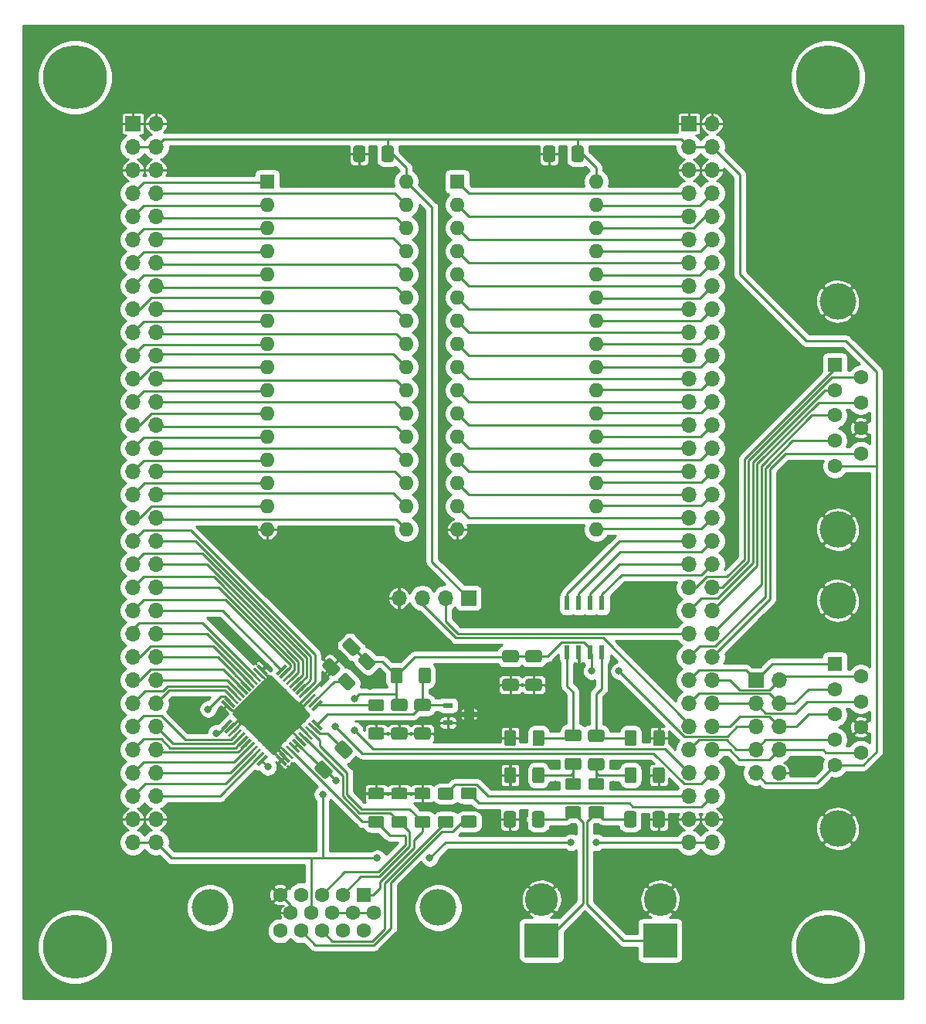
<source format=gbr>
%TF.GenerationSoftware,KiCad,Pcbnew,(5.1.8)-1*%
%TF.CreationDate,2020-12-07T06:27:38+02:00*%
%TF.ProjectId,fpga_hat,66706761-5f68-4617-942e-6b696361645f,rev?*%
%TF.SameCoordinates,Original*%
%TF.FileFunction,Copper,L1,Top*%
%TF.FilePolarity,Positive*%
%FSLAX46Y46*%
G04 Gerber Fmt 4.6, Leading zero omitted, Abs format (unit mm)*
G04 Created by KiCad (PCBNEW (5.1.8)-1) date 2020-12-07 06:27:38*
%MOMM*%
%LPD*%
G01*
G04 APERTURE LIST*
%TA.AperFunction,ComponentPad*%
%ADD10C,4.000000*%
%TD*%
%TA.AperFunction,ComponentPad*%
%ADD11C,1.600000*%
%TD*%
%TA.AperFunction,ComponentPad*%
%ADD12R,1.600000X1.600000*%
%TD*%
%TA.AperFunction,ComponentPad*%
%ADD13O,1.700000X1.700000*%
%TD*%
%TA.AperFunction,ComponentPad*%
%ADD14R,1.700000X1.700000*%
%TD*%
%TA.AperFunction,ComponentPad*%
%ADD15C,7.000000*%
%TD*%
%TA.AperFunction,SMDPad,CuDef*%
%ADD16R,0.600000X1.600000*%
%TD*%
%TA.AperFunction,ComponentPad*%
%ADD17C,3.600000*%
%TD*%
%TA.AperFunction,ComponentPad*%
%ADD18R,3.765000X3.765000*%
%TD*%
%TA.AperFunction,SMDPad,CuDef*%
%ADD19R,1.100000X0.600000*%
%TD*%
%TA.AperFunction,SMDPad,CuDef*%
%ADD20C,0.100000*%
%TD*%
%TA.AperFunction,ComponentPad*%
%ADD21O,1.600000X1.600000*%
%TD*%
%TA.AperFunction,ViaPad*%
%ADD22C,0.800000*%
%TD*%
%TA.AperFunction,Conductor*%
%ADD23C,0.250000*%
%TD*%
%TA.AperFunction,Conductor*%
%ADD24C,0.254000*%
%TD*%
%TA.AperFunction,Conductor*%
%ADD25C,0.100000*%
%TD*%
G04 APERTURE END LIST*
D10*
%TO.P,Joy2,0*%
%TO.N,GND*%
X153462000Y-101752000D03*
X153462000Y-126752000D03*
D11*
%TO.P,Joy2,9*%
%TO.N,/S&C1*%
X156002000Y-118407000D03*
%TO.P,Joy2,8*%
%TO.N,GND*%
X156002000Y-115637000D03*
%TO.P,Joy2,7*%
%TO.N,/SEL1*%
X156002000Y-112867000D03*
%TO.P,Joy2,6*%
%TO.N,/A&B1*%
X156002000Y-110097000D03*
%TO.P,Joy2,5*%
%TO.N,+3V3*%
X153162000Y-119792000D03*
%TO.P,Joy2,4*%
%TO.N,/JR1*%
X153162000Y-117022000D03*
%TO.P,Joy2,3*%
%TO.N,/L1*%
X153162000Y-114252000D03*
%TO.P,Joy2,2*%
%TO.N,/JD1*%
X153162000Y-111482000D03*
D12*
%TO.P,Joy2,1*%
%TO.N,/U1*%
X153162000Y-108712000D03*
%TD*%
D13*
%TO.P,Joy2 Aux,10*%
%TO.N,GND*%
X147040000Y-120660000D03*
%TO.P,Joy2 Aux,9*%
%TO.N,+3V3*%
X144500000Y-120660000D03*
%TO.P,Joy2 Aux,8*%
%TO.N,/S&C1*%
X147040000Y-118120000D03*
%TO.P,Joy2 Aux,7*%
%TO.N,/JR1*%
X144500000Y-118120000D03*
%TO.P,Joy2 Aux,6*%
%TO.N,/L1*%
X147040000Y-115580000D03*
%TO.P,Joy2 Aux,5*%
%TO.N,+5V*%
X144500000Y-115580000D03*
%TO.P,Joy2 Aux,4*%
%TO.N,/JD1*%
X147040000Y-113040000D03*
%TO.P,Joy2 Aux,3*%
%TO.N,/SEL1*%
X144500000Y-113040000D03*
%TO.P,Joy2 Aux,2*%
%TO.N,/A&B1*%
X147040000Y-110500000D03*
D14*
%TO.P,Joy2 Aux,1*%
%TO.N,/U1*%
X144500000Y-110500000D03*
%TD*%
D10*
%TO.P,Video Out,0*%
%TO.N,N/C*%
X109685000Y-135420000D03*
X84685000Y-135420000D03*
D11*
%TO.P,Video Out,15*%
%TO.N,Net-(VideoOut1-Pad15)*%
X92340000Y-137960000D03*
%TO.P,Video Out,14*%
%TO.N,Net-(R8-Pad2)*%
X94630000Y-137960000D03*
%TO.P,Video Out,13*%
%TO.N,Net-(R7-Pad2)*%
X96920000Y-137960000D03*
%TO.P,Video Out,12*%
%TO.N,Net-(VideoOut1-Pad12)*%
X99210000Y-137960000D03*
%TO.P,Video Out,11*%
%TO.N,Net-(VideoOut1-Pad11)*%
X101500000Y-137960000D03*
%TO.P,Video Out,10*%
%TO.N,GND*%
X93485000Y-135980000D03*
%TO.P,Video Out,9*%
%TO.N,+5V*%
X95775000Y-135980000D03*
%TO.P,Video Out,8*%
%TO.N,GND*%
X98065000Y-135980000D03*
%TO.P,Video Out,7*%
X100355000Y-135980000D03*
%TO.P,Video Out,6*%
X102645000Y-135980000D03*
%TO.P,Video Out,5*%
X92340000Y-134000000D03*
%TO.P,Video Out,4*%
%TO.N,Net-(VideoOut1-Pad4)*%
X94630000Y-134000000D03*
%TO.P,Video Out,3*%
%TO.N,Net-(IC1-Pad28)*%
X96920000Y-134000000D03*
%TO.P,Video Out,2*%
%TO.N,Net-(IC1-Pad32)*%
X99210000Y-134000000D03*
D12*
%TO.P,Video Out,1*%
%TO.N,Net-(IC1-Pad34)*%
X101500000Y-134000000D03*
%TD*%
D15*
%TO.P,_,1*%
%TO.N,N/C*%
X152400000Y-139700000D03*
%TD*%
%TO.P,_,1*%
%TO.N,N/C*%
X69850000Y-139700000D03*
%TD*%
%TO.P,_,1*%
%TO.N,N/C*%
X69850000Y-44450000D03*
%TD*%
%TO.P,_,1*%
%TO.N,N/C*%
X152400000Y-44450000D03*
%TD*%
D13*
%TO.P,U8,64*%
%TO.N,+5V*%
X139700000Y-128270000D03*
%TO.P,U8,63*%
X137160000Y-128270000D03*
%TO.P,U8,62*%
%TO.N,GND*%
X139700000Y-125730000D03*
%TO.P,U8,61*%
X137160000Y-125730000D03*
%TO.P,U8,60*%
%TO.N,/V_SYNC*%
X139700000Y-123190000D03*
%TO.P,U8,59*%
%TO.N,/H_SYNC*%
X137160000Y-123190000D03*
%TO.P,U8,58*%
%TO.N,/BLANK*%
X139700000Y-120650000D03*
%TO.P,U8,57*%
%TO.N,/VI_CLOCK*%
X137160000Y-120650000D03*
%TO.P,U8,56*%
%TO.N,/S&C1*%
X139700000Y-118110000D03*
%TO.P,U8,55*%
%TO.N,/JR1*%
X137160000Y-118110000D03*
%TO.P,U8,54*%
%TO.N,/L1*%
X139700000Y-115570000D03*
%TO.P,U8,53*%
%TO.N,/RX|SDA*%
X137160000Y-115570000D03*
%TO.P,U8,52*%
%TO.N,/SEL1*%
X139700000Y-113030000D03*
%TO.P,U8,51*%
%TO.N,/JD1*%
X137160000Y-113030000D03*
%TO.P,U8,50*%
%TO.N,/A&B1*%
X139700000Y-110490000D03*
%TO.P,U8,49*%
%TO.N,/U1*%
X137160000Y-110490000D03*
%TO.P,U8,48*%
%TO.N,/S&C0*%
X139700000Y-107950000D03*
%TO.P,U8,47*%
%TO.N,/JR0*%
X137160000Y-107950000D03*
%TO.P,U8,46*%
%TO.N,/L0*%
X139700000Y-105410000D03*
%TO.P,U8,45*%
%TO.N,/TX|SCK*%
X137160000Y-105410000D03*
%TO.P,U8,44*%
%TO.N,/SEL0*%
X139700000Y-102870000D03*
%TO.P,U8,43*%
%TO.N,/JD0*%
X137160000Y-102870000D03*
%TO.P,U8,42*%
%TO.N,/A&B0*%
X139700000Y-100330000D03*
%TO.P,U8,41*%
%TO.N,/U0*%
X137160000Y-100330000D03*
%TO.P,U8,40*%
%TO.N,/I2S_DATA*%
X139700000Y-97790000D03*
%TO.P,U8,39*%
%TO.N,/I2S_SCLK*%
X137160000Y-97790000D03*
%TO.P,U8,38*%
%TO.N,/I2S_WCLK*%
X139700000Y-95250000D03*
%TO.P,U8,37*%
%TO.N,/I2S_MCLK*%
X137160000Y-95250000D03*
%TO.P,U8,36*%
%TO.N,/d3*%
X139700000Y-92710000D03*
%TO.P,U8,35*%
%TO.N,/d2*%
X137160000Y-92710000D03*
%TO.P,U8,34*%
%TO.N,/d4*%
X139700000Y-90170000D03*
%TO.P,U8,33*%
%TO.N,/d1*%
X137160000Y-90170000D03*
%TO.P,U8,32*%
%TO.N,/d5*%
X139700000Y-87630000D03*
%TO.P,U8,31*%
%TO.N,/d0*%
X137160000Y-87630000D03*
%TO.P,U8,30*%
%TO.N,/d6*%
X139700000Y-85090000D03*
%TO.P,U8,29*%
%TO.N,/a0*%
X137160000Y-85090000D03*
%TO.P,U8,28*%
%TO.N,/d7*%
X139700000Y-82550000D03*
%TO.P,U8,27*%
%TO.N,/a1*%
X137160000Y-82550000D03*
%TO.P,U8,26*%
%TO.N,/ce*%
X139700000Y-80010000D03*
%TO.P,U8,25*%
%TO.N,/a2*%
X137160000Y-80010000D03*
%TO.P,U8,24*%
%TO.N,/a10*%
X139700000Y-77470000D03*
%TO.P,U8,23*%
%TO.N,/a3*%
X137160000Y-77470000D03*
%TO.P,U8,22*%
%TO.N,/oe*%
X139700000Y-74930000D03*
%TO.P,U8,21*%
%TO.N,/a4*%
X137160000Y-74930000D03*
%TO.P,U8,20*%
%TO.N,/a11*%
X139700000Y-72390000D03*
%TO.P,U8,19*%
%TO.N,/a5*%
X137160000Y-72390000D03*
%TO.P,U8,18*%
%TO.N,/a9*%
X139700000Y-69850000D03*
%TO.P,U8,17*%
%TO.N,/a6*%
X137160000Y-69850000D03*
%TO.P,U8,16*%
%TO.N,/a8*%
X139700000Y-67310000D03*
%TO.P,U8,15*%
%TO.N,/a7*%
X137160000Y-67310000D03*
%TO.P,U8,14*%
%TO.N,/a13*%
X139700000Y-64770000D03*
%TO.P,U8,13*%
%TO.N,/a12*%
X137160000Y-64770000D03*
%TO.P,U8,12*%
%TO.N,/we*%
X139700000Y-62230000D03*
%TO.P,U8,11*%
%TO.N,/a14*%
X137160000Y-62230000D03*
%TO.P,U8,10*%
%TO.N,/a17*%
X139700000Y-59690000D03*
%TO.P,U8,9*%
%TO.N,/a16*%
X137160000Y-59690000D03*
%TO.P,U8,8*%
%TO.N,/a15*%
X139700000Y-57150000D03*
%TO.P,U8,7*%
%TO.N,/a18*%
X137160000Y-57150000D03*
%TO.P,U8,6*%
%TO.N,GND*%
X139700000Y-54610000D03*
%TO.P,U8,5*%
X137160000Y-54610000D03*
%TO.P,U8,4*%
%TO.N,+3V3*%
X139700000Y-52070000D03*
%TO.P,U8,3*%
X137160000Y-52070000D03*
%TO.P,U8,2*%
%TO.N,GND*%
X139700000Y-49530000D03*
D14*
%TO.P,U8,1*%
X137160000Y-49530000D03*
%TD*%
D13*
%TO.P,GND RX|SDA TX|SCK 3.3V,4*%
%TO.N,GND*%
X105380000Y-101500000D03*
%TO.P,GND RX|SDA TX|SCK 3.3V,3*%
%TO.N,/RX|SDA*%
X107920000Y-101500000D03*
%TO.P,GND RX|SDA TX|SCK 3.3V,2*%
%TO.N,/TX|SCK*%
X110460000Y-101500000D03*
D14*
%TO.P,GND RX|SDA TX|SCK 3.3V,1*%
%TO.N,+3V3*%
X113000000Y-101500000D03*
%TD*%
D10*
%TO.P,Joy1,0*%
%TO.N,GND*%
X153462000Y-68986000D03*
X153462000Y-93986000D03*
D11*
%TO.P,Joy1,9*%
%TO.N,/S&C0*%
X156002000Y-85641000D03*
%TO.P,Joy1,8*%
%TO.N,GND*%
X156002000Y-82871000D03*
%TO.P,Joy1,7*%
%TO.N,/SEL0*%
X156002000Y-80101000D03*
%TO.P,Joy1,6*%
%TO.N,/A&B0*%
X156002000Y-77331000D03*
%TO.P,Joy1,5*%
%TO.N,+3V3*%
X153162000Y-87026000D03*
%TO.P,Joy1,4*%
%TO.N,/JR0*%
X153162000Y-84256000D03*
%TO.P,Joy1,3*%
%TO.N,/L0*%
X153162000Y-81486000D03*
%TO.P,Joy1,2*%
%TO.N,/JD0*%
X153162000Y-78716000D03*
D12*
%TO.P,Joy1,1*%
%TO.N,/U0*%
X153162000Y-75946000D03*
%TD*%
D16*
%TO.P,IC3,8*%
%TO.N,AOUTL*%
X127635000Y-107442000D03*
%TO.P,IC3,7*%
%TO.N,+5V*%
X126365000Y-107442000D03*
%TO.P,IC3,6*%
%TO.N,GND*%
X125095000Y-107442000D03*
%TO.P,IC3,5*%
%TO.N,AOUTR*%
X123825000Y-107442000D03*
%TO.P,IC3,4*%
%TO.N,/I2S_MCLK*%
X123825000Y-102042000D03*
%TO.P,IC3,3*%
%TO.N,/I2S_WCLK*%
X125095000Y-102042000D03*
%TO.P,IC3,2*%
%TO.N,/I2S_SCLK*%
X126365000Y-102042000D03*
%TO.P,IC3,1*%
%TO.N,/I2S_DATA*%
X127635000Y-102042000D03*
%TD*%
D17*
%TO.P,Audio R,2*%
%TO.N,GND*%
X121000000Y-134500000D03*
D18*
%TO.P,Audio R,1*%
%TO.N,Net-(AudioR1-Pad1)*%
X121000000Y-139000000D03*
%TD*%
D17*
%TO.P,Audio L,2*%
%TO.N,GND*%
X134000000Y-134500000D03*
D18*
%TO.P,Audio L,1*%
%TO.N,Net-(AudioL1-Pad1)*%
X134000000Y-139000000D03*
%TD*%
%TO.P,R14,2*%
%TO.N,Net-(AudioR1-Pad1)*%
%TA.AperFunction,SMDPad,CuDef*%
G36*
G01*
X123835000Y-124318000D02*
X125085000Y-124318000D01*
G75*
G02*
X125335000Y-124568000I0J-250000D01*
G01*
X125335000Y-125368000D01*
G75*
G02*
X125085000Y-125618000I-250000J0D01*
G01*
X123835000Y-125618000D01*
G75*
G02*
X123585000Y-125368000I0J250000D01*
G01*
X123585000Y-124568000D01*
G75*
G02*
X123835000Y-124318000I250000J0D01*
G01*
G37*
%TD.AperFunction*%
%TO.P,R14,1*%
%TO.N,Net-(C10-Pad2)*%
%TA.AperFunction,SMDPad,CuDef*%
G36*
G01*
X123835000Y-121218000D02*
X125085000Y-121218000D01*
G75*
G02*
X125335000Y-121468000I0J-250000D01*
G01*
X125335000Y-122268000D01*
G75*
G02*
X125085000Y-122518000I-250000J0D01*
G01*
X123835000Y-122518000D01*
G75*
G02*
X123585000Y-122268000I0J250000D01*
G01*
X123585000Y-121468000D01*
G75*
G02*
X123835000Y-121218000I250000J0D01*
G01*
G37*
%TD.AperFunction*%
%TD*%
%TO.P,R13,2*%
%TO.N,Net-(AudioL1-Pad1)*%
%TA.AperFunction,SMDPad,CuDef*%
G36*
G01*
X126375000Y-124318000D02*
X127625000Y-124318000D01*
G75*
G02*
X127875000Y-124568000I0J-250000D01*
G01*
X127875000Y-125368000D01*
G75*
G02*
X127625000Y-125618000I-250000J0D01*
G01*
X126375000Y-125618000D01*
G75*
G02*
X126125000Y-125368000I0J250000D01*
G01*
X126125000Y-124568000D01*
G75*
G02*
X126375000Y-124318000I250000J0D01*
G01*
G37*
%TD.AperFunction*%
%TO.P,R13,1*%
%TO.N,Net-(C9-Pad2)*%
%TA.AperFunction,SMDPad,CuDef*%
G36*
G01*
X126375000Y-121218000D02*
X127625000Y-121218000D01*
G75*
G02*
X127875000Y-121468000I0J-250000D01*
G01*
X127875000Y-122268000D01*
G75*
G02*
X127625000Y-122518000I-250000J0D01*
G01*
X126375000Y-122518000D01*
G75*
G02*
X126125000Y-122268000I0J250000D01*
G01*
X126125000Y-121468000D01*
G75*
G02*
X126375000Y-121218000I250000J0D01*
G01*
G37*
%TD.AperFunction*%
%TD*%
%TO.P,R12,2*%
%TO.N,GND*%
%TA.AperFunction,SMDPad,CuDef*%
G36*
G01*
X118200000Y-120279000D02*
X118200000Y-121529000D01*
G75*
G02*
X117950000Y-121779000I-250000J0D01*
G01*
X117150000Y-121779000D01*
G75*
G02*
X116900000Y-121529000I0J250000D01*
G01*
X116900000Y-120279000D01*
G75*
G02*
X117150000Y-120029000I250000J0D01*
G01*
X117950000Y-120029000D01*
G75*
G02*
X118200000Y-120279000I0J-250000D01*
G01*
G37*
%TD.AperFunction*%
%TO.P,R12,1*%
%TO.N,Net-(C10-Pad2)*%
%TA.AperFunction,SMDPad,CuDef*%
G36*
G01*
X121300000Y-120279000D02*
X121300000Y-121529000D01*
G75*
G02*
X121050000Y-121779000I-250000J0D01*
G01*
X120250000Y-121779000D01*
G75*
G02*
X120000000Y-121529000I0J250000D01*
G01*
X120000000Y-120279000D01*
G75*
G02*
X120250000Y-120029000I250000J0D01*
G01*
X121050000Y-120029000D01*
G75*
G02*
X121300000Y-120279000I0J-250000D01*
G01*
G37*
%TD.AperFunction*%
%TD*%
%TO.P,R11,2*%
%TO.N,Net-(C9-Pad2)*%
%TA.AperFunction,SMDPad,CuDef*%
G36*
G01*
X131408000Y-120279000D02*
X131408000Y-121529000D01*
G75*
G02*
X131158000Y-121779000I-250000J0D01*
G01*
X130358000Y-121779000D01*
G75*
G02*
X130108000Y-121529000I0J250000D01*
G01*
X130108000Y-120279000D01*
G75*
G02*
X130358000Y-120029000I250000J0D01*
G01*
X131158000Y-120029000D01*
G75*
G02*
X131408000Y-120279000I0J-250000D01*
G01*
G37*
%TD.AperFunction*%
%TO.P,R11,1*%
%TO.N,GND*%
%TA.AperFunction,SMDPad,CuDef*%
G36*
G01*
X134508000Y-120279000D02*
X134508000Y-121529000D01*
G75*
G02*
X134258000Y-121779000I-250000J0D01*
G01*
X133458000Y-121779000D01*
G75*
G02*
X133208000Y-121529000I0J250000D01*
G01*
X133208000Y-120279000D01*
G75*
G02*
X133458000Y-120029000I250000J0D01*
G01*
X134258000Y-120029000D01*
G75*
G02*
X134508000Y-120279000I0J-250000D01*
G01*
G37*
%TD.AperFunction*%
%TD*%
%TO.P,R10,2*%
%TO.N,GND*%
%TA.AperFunction,SMDPad,CuDef*%
G36*
G01*
X118226000Y-116215000D02*
X118226000Y-117465000D01*
G75*
G02*
X117976000Y-117715000I-250000J0D01*
G01*
X117176000Y-117715000D01*
G75*
G02*
X116926000Y-117465000I0J250000D01*
G01*
X116926000Y-116215000D01*
G75*
G02*
X117176000Y-115965000I250000J0D01*
G01*
X117976000Y-115965000D01*
G75*
G02*
X118226000Y-116215000I0J-250000D01*
G01*
G37*
%TD.AperFunction*%
%TO.P,R10,1*%
%TO.N,AOUTR*%
%TA.AperFunction,SMDPad,CuDef*%
G36*
G01*
X121326000Y-116215000D02*
X121326000Y-117465000D01*
G75*
G02*
X121076000Y-117715000I-250000J0D01*
G01*
X120276000Y-117715000D01*
G75*
G02*
X120026000Y-117465000I0J250000D01*
G01*
X120026000Y-116215000D01*
G75*
G02*
X120276000Y-115965000I250000J0D01*
G01*
X121076000Y-115965000D01*
G75*
G02*
X121326000Y-116215000I0J-250000D01*
G01*
G37*
%TD.AperFunction*%
%TD*%
%TO.P,R9,2*%
%TO.N,AOUTL*%
%TA.AperFunction,SMDPad,CuDef*%
G36*
G01*
X131434000Y-116215000D02*
X131434000Y-117465000D01*
G75*
G02*
X131184000Y-117715000I-250000J0D01*
G01*
X130384000Y-117715000D01*
G75*
G02*
X130134000Y-117465000I0J250000D01*
G01*
X130134000Y-116215000D01*
G75*
G02*
X130384000Y-115965000I250000J0D01*
G01*
X131184000Y-115965000D01*
G75*
G02*
X131434000Y-116215000I0J-250000D01*
G01*
G37*
%TD.AperFunction*%
%TO.P,R9,1*%
%TO.N,GND*%
%TA.AperFunction,SMDPad,CuDef*%
G36*
G01*
X134534000Y-116215000D02*
X134534000Y-117465000D01*
G75*
G02*
X134284000Y-117715000I-250000J0D01*
G01*
X133484000Y-117715000D01*
G75*
G02*
X133234000Y-117465000I0J250000D01*
G01*
X133234000Y-116215000D01*
G75*
G02*
X133484000Y-115965000I250000J0D01*
G01*
X134284000Y-115965000D01*
G75*
G02*
X134534000Y-116215000I0J-250000D01*
G01*
G37*
%TD.AperFunction*%
%TD*%
%TO.P,C12,2*%
%TO.N,Net-(AudioR1-Pad1)*%
%TA.AperFunction,SMDPad,CuDef*%
G36*
G01*
X119987500Y-126380001D02*
X119987500Y-125079999D01*
G75*
G02*
X120237499Y-124830000I249999J0D01*
G01*
X121062501Y-124830000D01*
G75*
G02*
X121312500Y-125079999I0J-249999D01*
G01*
X121312500Y-126380001D01*
G75*
G02*
X121062501Y-126630000I-249999J0D01*
G01*
X120237499Y-126630000D01*
G75*
G02*
X119987500Y-126380001I0J249999D01*
G01*
G37*
%TD.AperFunction*%
%TO.P,C12,1*%
%TO.N,GND*%
%TA.AperFunction,SMDPad,CuDef*%
G36*
G01*
X116862500Y-126380001D02*
X116862500Y-125079999D01*
G75*
G02*
X117112499Y-124830000I249999J0D01*
G01*
X117937501Y-124830000D01*
G75*
G02*
X118187500Y-125079999I0J-249999D01*
G01*
X118187500Y-126380001D01*
G75*
G02*
X117937501Y-126630000I-249999J0D01*
G01*
X117112499Y-126630000D01*
G75*
G02*
X116862500Y-126380001I0J249999D01*
G01*
G37*
%TD.AperFunction*%
%TD*%
%TO.P,C11,2*%
%TO.N,GND*%
%TA.AperFunction,SMDPad,CuDef*%
G36*
G01*
X133195500Y-126380001D02*
X133195500Y-125079999D01*
G75*
G02*
X133445499Y-124830000I249999J0D01*
G01*
X134270501Y-124830000D01*
G75*
G02*
X134520500Y-125079999I0J-249999D01*
G01*
X134520500Y-126380001D01*
G75*
G02*
X134270501Y-126630000I-249999J0D01*
G01*
X133445499Y-126630000D01*
G75*
G02*
X133195500Y-126380001I0J249999D01*
G01*
G37*
%TD.AperFunction*%
%TO.P,C11,1*%
%TO.N,Net-(AudioL1-Pad1)*%
%TA.AperFunction,SMDPad,CuDef*%
G36*
G01*
X130070500Y-126380001D02*
X130070500Y-125079999D01*
G75*
G02*
X130320499Y-124830000I249999J0D01*
G01*
X131145501Y-124830000D01*
G75*
G02*
X131395500Y-125079999I0J-249999D01*
G01*
X131395500Y-126380001D01*
G75*
G02*
X131145501Y-126630000I-249999J0D01*
G01*
X130320499Y-126630000D01*
G75*
G02*
X130070500Y-126380001I0J249999D01*
G01*
G37*
%TD.AperFunction*%
%TD*%
%TO.P,C10,2*%
%TO.N,Net-(C10-Pad2)*%
%TA.AperFunction,SMDPad,CuDef*%
G36*
G01*
X123809999Y-119010000D02*
X125110001Y-119010000D01*
G75*
G02*
X125360000Y-119259999I0J-249999D01*
G01*
X125360000Y-120085001D01*
G75*
G02*
X125110001Y-120335000I-249999J0D01*
G01*
X123809999Y-120335000D01*
G75*
G02*
X123560000Y-120085001I0J249999D01*
G01*
X123560000Y-119259999D01*
G75*
G02*
X123809999Y-119010000I249999J0D01*
G01*
G37*
%TD.AperFunction*%
%TO.P,C10,1*%
%TO.N,AOUTR*%
%TA.AperFunction,SMDPad,CuDef*%
G36*
G01*
X123809999Y-115885000D02*
X125110001Y-115885000D01*
G75*
G02*
X125360000Y-116134999I0J-249999D01*
G01*
X125360000Y-116960001D01*
G75*
G02*
X125110001Y-117210000I-249999J0D01*
G01*
X123809999Y-117210000D01*
G75*
G02*
X123560000Y-116960001I0J249999D01*
G01*
X123560000Y-116134999D01*
G75*
G02*
X123809999Y-115885000I249999J0D01*
G01*
G37*
%TD.AperFunction*%
%TD*%
%TO.P,C9,2*%
%TO.N,Net-(C9-Pad2)*%
%TA.AperFunction,SMDPad,CuDef*%
G36*
G01*
X126349999Y-119048500D02*
X127650001Y-119048500D01*
G75*
G02*
X127900000Y-119298499I0J-249999D01*
G01*
X127900000Y-120123501D01*
G75*
G02*
X127650001Y-120373500I-249999J0D01*
G01*
X126349999Y-120373500D01*
G75*
G02*
X126100000Y-120123501I0J249999D01*
G01*
X126100000Y-119298499D01*
G75*
G02*
X126349999Y-119048500I249999J0D01*
G01*
G37*
%TD.AperFunction*%
%TO.P,C9,1*%
%TO.N,AOUTL*%
%TA.AperFunction,SMDPad,CuDef*%
G36*
G01*
X126349999Y-115923500D02*
X127650001Y-115923500D01*
G75*
G02*
X127900000Y-116173499I0J-249999D01*
G01*
X127900000Y-116998501D01*
G75*
G02*
X127650001Y-117248500I-249999J0D01*
G01*
X126349999Y-117248500D01*
G75*
G02*
X126100000Y-116998501I0J249999D01*
G01*
X126100000Y-116173499D01*
G75*
G02*
X126349999Y-115923500I249999J0D01*
G01*
G37*
%TD.AperFunction*%
%TD*%
%TO.P,C8,2*%
%TO.N,GND*%
%TA.AperFunction,SMDPad,CuDef*%
G36*
G01*
X116951999Y-110335500D02*
X118252001Y-110335500D01*
G75*
G02*
X118502000Y-110585499I0J-249999D01*
G01*
X118502000Y-111410501D01*
G75*
G02*
X118252001Y-111660500I-249999J0D01*
G01*
X116951999Y-111660500D01*
G75*
G02*
X116702000Y-111410501I0J249999D01*
G01*
X116702000Y-110585499D01*
G75*
G02*
X116951999Y-110335500I249999J0D01*
G01*
G37*
%TD.AperFunction*%
%TO.P,C8,1*%
%TO.N,+5V*%
%TA.AperFunction,SMDPad,CuDef*%
G36*
G01*
X116951999Y-107210500D02*
X118252001Y-107210500D01*
G75*
G02*
X118502000Y-107460499I0J-249999D01*
G01*
X118502000Y-108285501D01*
G75*
G02*
X118252001Y-108535500I-249999J0D01*
G01*
X116951999Y-108535500D01*
G75*
G02*
X116702000Y-108285501I0J249999D01*
G01*
X116702000Y-107460499D01*
G75*
G02*
X116951999Y-107210500I249999J0D01*
G01*
G37*
%TD.AperFunction*%
%TD*%
%TO.P,C7,2*%
%TO.N,GND*%
%TA.AperFunction,SMDPad,CuDef*%
G36*
G01*
X119491999Y-110335500D02*
X120792001Y-110335500D01*
G75*
G02*
X121042000Y-110585499I0J-249999D01*
G01*
X121042000Y-111410501D01*
G75*
G02*
X120792001Y-111660500I-249999J0D01*
G01*
X119491999Y-111660500D01*
G75*
G02*
X119242000Y-111410501I0J249999D01*
G01*
X119242000Y-110585499D01*
G75*
G02*
X119491999Y-110335500I249999J0D01*
G01*
G37*
%TD.AperFunction*%
%TO.P,C7,1*%
%TO.N,+5V*%
%TA.AperFunction,SMDPad,CuDef*%
G36*
G01*
X119491999Y-107210500D02*
X120792001Y-107210500D01*
G75*
G02*
X121042000Y-107460499I0J-249999D01*
G01*
X121042000Y-108285501D01*
G75*
G02*
X120792001Y-108535500I-249999J0D01*
G01*
X119491999Y-108535500D01*
G75*
G02*
X119242000Y-108285501I0J249999D01*
G01*
X119242000Y-107460499D01*
G75*
G02*
X119491999Y-107210500I249999J0D01*
G01*
G37*
%TD.AperFunction*%
%TD*%
D13*
%TO.P,U7,64*%
%TO.N,+5V*%
X78740000Y-128270000D03*
%TO.P,U7,63*%
X76200000Y-128270000D03*
%TO.P,U7,62*%
%TO.N,GND*%
X78740000Y-125730000D03*
%TO.P,U7,61*%
X76200000Y-125730000D03*
%TO.P,U7,60*%
%TO.N,/B7*%
X78740000Y-123190000D03*
%TO.P,U7,59*%
%TO.N,/B6*%
X76200000Y-123190000D03*
%TO.P,U7,58*%
%TO.N,/B5*%
X78740000Y-120650000D03*
%TO.P,U7,57*%
%TO.N,/B4*%
X76200000Y-120650000D03*
%TO.P,U7,56*%
%TO.N,/B3*%
X78740000Y-118110000D03*
%TO.P,U7,55*%
%TO.N,/B2*%
X76200000Y-118110000D03*
%TO.P,U7,54*%
%TO.N,/B1*%
X78740000Y-115570000D03*
%TO.P,U7,53*%
%TO.N,/B0*%
X76200000Y-115570000D03*
%TO.P,U7,52*%
%TO.N,/G7*%
X78740000Y-113030000D03*
%TO.P,U7,51*%
%TO.N,/G6*%
X76200000Y-113030000D03*
%TO.P,U7,50*%
%TO.N,/G5*%
X78740000Y-110490000D03*
%TO.P,U7,49*%
%TO.N,/G4*%
X76200000Y-110490000D03*
%TO.P,U7,48*%
%TO.N,/G3*%
X78740000Y-107950000D03*
%TO.P,U7,47*%
%TO.N,/G2*%
X76200000Y-107950000D03*
%TO.P,U7,46*%
%TO.N,/G1*%
X78740000Y-105410000D03*
%TO.P,U7,45*%
%TO.N,/G0*%
X76200000Y-105410000D03*
%TO.P,U7,44*%
%TO.N,/R7*%
X78740000Y-102870000D03*
%TO.P,U7,43*%
%TO.N,/R6*%
X76200000Y-102870000D03*
%TO.P,U7,42*%
%TO.N,/R5*%
X78740000Y-100330000D03*
%TO.P,U7,41*%
%TO.N,/R4*%
X76200000Y-100330000D03*
%TO.P,U7,40*%
%TO.N,/R3*%
X78740000Y-97790000D03*
%TO.P,U7,39*%
%TO.N,/R2*%
X76200000Y-97790000D03*
%TO.P,U7,38*%
%TO.N,/R1*%
X78740000Y-95250000D03*
%TO.P,U7,37*%
%TO.N,/R0*%
X76200000Y-95250000D03*
%TO.P,U7,36*%
%TO.N,/D3*%
X78740000Y-92710000D03*
%TO.P,U7,35*%
%TO.N,/D2*%
X76200000Y-92710000D03*
%TO.P,U7,34*%
%TO.N,/D4*%
X78740000Y-90170000D03*
%TO.P,U7,33*%
%TO.N,/D1*%
X76200000Y-90170000D03*
%TO.P,U7,32*%
%TO.N,/D5*%
X78740000Y-87630000D03*
%TO.P,U7,31*%
%TO.N,/D0*%
X76200000Y-87630000D03*
%TO.P,U7,30*%
%TO.N,/D6*%
X78740000Y-85090000D03*
%TO.P,U7,29*%
%TO.N,/A0*%
X76200000Y-85090000D03*
%TO.P,U7,28*%
%TO.N,/D7*%
X78740000Y-82550000D03*
%TO.P,U7,27*%
%TO.N,/A1*%
X76200000Y-82550000D03*
%TO.P,U7,26*%
%TO.N,/CE*%
X78740000Y-80010000D03*
%TO.P,U7,25*%
%TO.N,/A2*%
X76200000Y-80010000D03*
%TO.P,U7,24*%
%TO.N,/A10*%
X78740000Y-77470000D03*
%TO.P,U7,23*%
%TO.N,/A3*%
X76200000Y-77470000D03*
%TO.P,U7,22*%
%TO.N,/OE*%
X78740000Y-74930000D03*
%TO.P,U7,21*%
%TO.N,/A4*%
X76200000Y-74930000D03*
%TO.P,U7,20*%
%TO.N,/A11*%
X78740000Y-72390000D03*
%TO.P,U7,19*%
%TO.N,/A5*%
X76200000Y-72390000D03*
%TO.P,U7,18*%
%TO.N,/A9*%
X78740000Y-69850000D03*
%TO.P,U7,17*%
%TO.N,/A6*%
X76200000Y-69850000D03*
%TO.P,U7,16*%
%TO.N,/A8*%
X78740000Y-67310000D03*
%TO.P,U7,15*%
%TO.N,/A7*%
X76200000Y-67310000D03*
%TO.P,U7,14*%
%TO.N,/A13*%
X78740000Y-64770000D03*
%TO.P,U7,13*%
%TO.N,/A12*%
X76200000Y-64770000D03*
%TO.P,U7,12*%
%TO.N,/WE*%
X78740000Y-62230000D03*
%TO.P,U7,11*%
%TO.N,/A14*%
X76200000Y-62230000D03*
%TO.P,U7,10*%
%TO.N,/A17*%
X78740000Y-59690000D03*
%TO.P,U7,9*%
%TO.N,/A16*%
X76200000Y-59690000D03*
%TO.P,U7,8*%
%TO.N,/A15*%
X78740000Y-57150000D03*
%TO.P,U7,7*%
%TO.N,/A18*%
X76200000Y-57150000D03*
%TO.P,U7,6*%
%TO.N,GND*%
X78740000Y-54610000D03*
%TO.P,U7,5*%
X76200000Y-54610000D03*
%TO.P,U7,4*%
%TO.N,+3V3*%
X78740000Y-52070000D03*
%TO.P,U7,3*%
X76200000Y-52070000D03*
%TO.P,U7,2*%
%TO.N,GND*%
X78740000Y-49530000D03*
D14*
%TO.P,U7,1*%
X76200000Y-49530000D03*
%TD*%
%TO.P,C6,2*%
%TO.N,+1V2*%
%TA.AperFunction,SMDPad,CuDef*%
G36*
G01*
X108600001Y-113882000D02*
X107299999Y-113882000D01*
G75*
G02*
X107050000Y-113632001I0J249999D01*
G01*
X107050000Y-112806999D01*
G75*
G02*
X107299999Y-112557000I249999J0D01*
G01*
X108600001Y-112557000D01*
G75*
G02*
X108850000Y-112806999I0J-249999D01*
G01*
X108850000Y-113632001D01*
G75*
G02*
X108600001Y-113882000I-249999J0D01*
G01*
G37*
%TD.AperFunction*%
%TO.P,C6,1*%
%TO.N,GND*%
%TA.AperFunction,SMDPad,CuDef*%
G36*
G01*
X108600001Y-117007000D02*
X107299999Y-117007000D01*
G75*
G02*
X107050000Y-116757001I0J249999D01*
G01*
X107050000Y-115931999D01*
G75*
G02*
X107299999Y-115682000I249999J0D01*
G01*
X108600001Y-115682000D01*
G75*
G02*
X108850000Y-115931999I0J-249999D01*
G01*
X108850000Y-116757001D01*
G75*
G02*
X108600001Y-117007000I-249999J0D01*
G01*
G37*
%TD.AperFunction*%
%TD*%
%TO.P,C5,2*%
%TO.N,GND*%
%TA.AperFunction,SMDPad,CuDef*%
G36*
G01*
X97963984Y-108126776D02*
X98883224Y-109046016D01*
G75*
G02*
X98883224Y-109399568I-176776J-176776D01*
G01*
X98299860Y-109982932D01*
G75*
G02*
X97946308Y-109982932I-176776J176776D01*
G01*
X97027068Y-109063692D01*
G75*
G02*
X97027068Y-108710140I176776J176776D01*
G01*
X97610432Y-108126776D01*
G75*
G02*
X97963984Y-108126776I176776J-176776D01*
G01*
G37*
%TD.AperFunction*%
%TO.P,C5,1*%
%TO.N,+5V*%
%TA.AperFunction,SMDPad,CuDef*%
G36*
G01*
X100173692Y-105917068D02*
X101092932Y-106836308D01*
G75*
G02*
X101092932Y-107189860I-176776J-176776D01*
G01*
X100509568Y-107773224D01*
G75*
G02*
X100156016Y-107773224I-176776J176776D01*
G01*
X99236776Y-106853984D01*
G75*
G02*
X99236776Y-106500432I176776J176776D01*
G01*
X99820140Y-105917068D01*
G75*
G02*
X100173692Y-105917068I176776J-176776D01*
G01*
G37*
%TD.AperFunction*%
%TD*%
%TO.P,C4,2*%
%TO.N,GND*%
%TA.AperFunction,SMDPad,CuDef*%
G36*
G01*
X104759999Y-115682000D02*
X106060001Y-115682000D01*
G75*
G02*
X106310000Y-115931999I0J-249999D01*
G01*
X106310000Y-116757001D01*
G75*
G02*
X106060001Y-117007000I-249999J0D01*
G01*
X104759999Y-117007000D01*
G75*
G02*
X104510000Y-116757001I0J249999D01*
G01*
X104510000Y-115931999D01*
G75*
G02*
X104759999Y-115682000I249999J0D01*
G01*
G37*
%TD.AperFunction*%
%TO.P,C4,1*%
%TO.N,+5V*%
%TA.AperFunction,SMDPad,CuDef*%
G36*
G01*
X104759999Y-112557000D02*
X106060001Y-112557000D01*
G75*
G02*
X106310000Y-112806999I0J-249999D01*
G01*
X106310000Y-113632001D01*
G75*
G02*
X106060001Y-113882000I-249999J0D01*
G01*
X104759999Y-113882000D01*
G75*
G02*
X104510000Y-113632001I0J249999D01*
G01*
X104510000Y-112806999D01*
G75*
G02*
X104759999Y-112557000I249999J0D01*
G01*
G37*
%TD.AperFunction*%
%TD*%
%TO.P,C3,2*%
%TO.N,Net-(C3-Pad2)*%
%TA.AperFunction,SMDPad,CuDef*%
G36*
G01*
X99314000Y-119029240D02*
X98394760Y-118110000D01*
G75*
G02*
X98394760Y-117756448I176776J176776D01*
G01*
X98978124Y-117173084D01*
G75*
G02*
X99331676Y-117173084I176776J-176776D01*
G01*
X100250916Y-118092324D01*
G75*
G02*
X100250916Y-118445876I-176776J-176776D01*
G01*
X99667552Y-119029240D01*
G75*
G02*
X99314000Y-119029240I-176776J176776D01*
G01*
G37*
%TD.AperFunction*%
%TO.P,C3,1*%
%TO.N,+5V*%
%TA.AperFunction,SMDPad,CuDef*%
G36*
G01*
X97104292Y-121238948D02*
X96185052Y-120319708D01*
G75*
G02*
X96185052Y-119966156I176776J176776D01*
G01*
X96768416Y-119382792D01*
G75*
G02*
X97121968Y-119382792I176776J-176776D01*
G01*
X98041208Y-120302032D01*
G75*
G02*
X98041208Y-120655584I-176776J-176776D01*
G01*
X97457844Y-121238948D01*
G75*
G02*
X97104292Y-121238948I-176776J176776D01*
G01*
G37*
%TD.AperFunction*%
%TD*%
%TO.P,C2,2*%
%TO.N,+3V3*%
%TA.AperFunction,SMDPad,CuDef*%
G36*
G01*
X124305500Y-53482001D02*
X124305500Y-52181999D01*
G75*
G02*
X124555499Y-51932000I249999J0D01*
G01*
X125380501Y-51932000D01*
G75*
G02*
X125630500Y-52181999I0J-249999D01*
G01*
X125630500Y-53482001D01*
G75*
G02*
X125380501Y-53732000I-249999J0D01*
G01*
X124555499Y-53732000D01*
G75*
G02*
X124305500Y-53482001I0J249999D01*
G01*
G37*
%TD.AperFunction*%
%TO.P,C2,1*%
%TO.N,GND*%
%TA.AperFunction,SMDPad,CuDef*%
G36*
G01*
X121180500Y-53482001D02*
X121180500Y-52181999D01*
G75*
G02*
X121430499Y-51932000I249999J0D01*
G01*
X122255501Y-51932000D01*
G75*
G02*
X122505500Y-52181999I0J-249999D01*
G01*
X122505500Y-53482001D01*
G75*
G02*
X122255501Y-53732000I-249999J0D01*
G01*
X121430499Y-53732000D01*
G75*
G02*
X121180500Y-53482001I0J249999D01*
G01*
G37*
%TD.AperFunction*%
%TD*%
%TO.P,C1,2*%
%TO.N,+3V3*%
%TA.AperFunction,SMDPad,CuDef*%
G36*
G01*
X103477500Y-53482001D02*
X103477500Y-52181999D01*
G75*
G02*
X103727499Y-51932000I249999J0D01*
G01*
X104552501Y-51932000D01*
G75*
G02*
X104802500Y-52181999I0J-249999D01*
G01*
X104802500Y-53482001D01*
G75*
G02*
X104552501Y-53732000I-249999J0D01*
G01*
X103727499Y-53732000D01*
G75*
G02*
X103477500Y-53482001I0J249999D01*
G01*
G37*
%TD.AperFunction*%
%TO.P,C1,1*%
%TO.N,GND*%
%TA.AperFunction,SMDPad,CuDef*%
G36*
G01*
X100352500Y-53482001D02*
X100352500Y-52181999D01*
G75*
G02*
X100602499Y-51932000I249999J0D01*
G01*
X101427501Y-51932000D01*
G75*
G02*
X101677500Y-52181999I0J-249999D01*
G01*
X101677500Y-53482001D01*
G75*
G02*
X101427501Y-53732000I-249999J0D01*
G01*
X100602499Y-53732000D01*
G75*
G02*
X100352500Y-53482001I0J249999D01*
G01*
G37*
%TD.AperFunction*%
%TD*%
%TO.P,R8,2*%
%TO.N,Net-(R8-Pad2)*%
%TA.AperFunction,SMDPad,CuDef*%
G36*
G01*
X112405000Y-125334000D02*
X113655000Y-125334000D01*
G75*
G02*
X113905000Y-125584000I0J-250000D01*
G01*
X113905000Y-126384000D01*
G75*
G02*
X113655000Y-126634000I-250000J0D01*
G01*
X112405000Y-126634000D01*
G75*
G02*
X112155000Y-126384000I0J250000D01*
G01*
X112155000Y-125584000D01*
G75*
G02*
X112405000Y-125334000I250000J0D01*
G01*
G37*
%TD.AperFunction*%
%TO.P,R8,1*%
%TO.N,/V_SYNC*%
%TA.AperFunction,SMDPad,CuDef*%
G36*
G01*
X112405000Y-122234000D02*
X113655000Y-122234000D01*
G75*
G02*
X113905000Y-122484000I0J-250000D01*
G01*
X113905000Y-123284000D01*
G75*
G02*
X113655000Y-123534000I-250000J0D01*
G01*
X112405000Y-123534000D01*
G75*
G02*
X112155000Y-123284000I0J250000D01*
G01*
X112155000Y-122484000D01*
G75*
G02*
X112405000Y-122234000I250000J0D01*
G01*
G37*
%TD.AperFunction*%
%TD*%
%TO.P,R7,2*%
%TO.N,Net-(R7-Pad2)*%
%TA.AperFunction,SMDPad,CuDef*%
G36*
G01*
X109865000Y-125386000D02*
X111115000Y-125386000D01*
G75*
G02*
X111365000Y-125636000I0J-250000D01*
G01*
X111365000Y-126436000D01*
G75*
G02*
X111115000Y-126686000I-250000J0D01*
G01*
X109865000Y-126686000D01*
G75*
G02*
X109615000Y-126436000I0J250000D01*
G01*
X109615000Y-125636000D01*
G75*
G02*
X109865000Y-125386000I250000J0D01*
G01*
G37*
%TD.AperFunction*%
%TO.P,R7,1*%
%TO.N,/H_SYNC*%
%TA.AperFunction,SMDPad,CuDef*%
G36*
G01*
X109865000Y-122286000D02*
X111115000Y-122286000D01*
G75*
G02*
X111365000Y-122536000I0J-250000D01*
G01*
X111365000Y-123336000D01*
G75*
G02*
X111115000Y-123586000I-250000J0D01*
G01*
X109865000Y-123586000D01*
G75*
G02*
X109615000Y-123336000I0J250000D01*
G01*
X109615000Y-122536000D01*
G75*
G02*
X109865000Y-122286000I250000J0D01*
G01*
G37*
%TD.AperFunction*%
%TD*%
D19*
%TO.P,AD1580,3*%
%TO.N,GND*%
X113050000Y-114200000D03*
%TO.P,AD1580,2*%
X110750000Y-115150000D03*
%TO.P,AD1580,1*%
%TO.N,+1V2*%
X110750000Y-113250000D03*
%TD*%
%TO.P,R6,2*%
%TO.N,GND*%
%TA.AperFunction,SMDPad,CuDef*%
G36*
G01*
X102245000Y-115682000D02*
X103495000Y-115682000D01*
G75*
G02*
X103745000Y-115932000I0J-250000D01*
G01*
X103745000Y-116732000D01*
G75*
G02*
X103495000Y-116982000I-250000J0D01*
G01*
X102245000Y-116982000D01*
G75*
G02*
X101995000Y-116732000I0J250000D01*
G01*
X101995000Y-115932000D01*
G75*
G02*
X102245000Y-115682000I250000J0D01*
G01*
G37*
%TD.AperFunction*%
%TO.P,R6,1*%
%TO.N,Net-(IC1-Pad37)*%
%TA.AperFunction,SMDPad,CuDef*%
G36*
G01*
X102245000Y-112582000D02*
X103495000Y-112582000D01*
G75*
G02*
X103745000Y-112832000I0J-250000D01*
G01*
X103745000Y-113632000D01*
G75*
G02*
X103495000Y-113882000I-250000J0D01*
G01*
X102245000Y-113882000D01*
G75*
G02*
X101995000Y-113632000I0J250000D01*
G01*
X101995000Y-112832000D01*
G75*
G02*
X102245000Y-112582000I250000J0D01*
G01*
G37*
%TD.AperFunction*%
%TD*%
%TO.P,R5,2*%
%TO.N,+5V*%
%TA.AperFunction,SMDPad,CuDef*%
G36*
G01*
X101836322Y-109359561D02*
X100952439Y-108475678D01*
G75*
G02*
X100952439Y-108122124I176777J176777D01*
G01*
X101518124Y-107556439D01*
G75*
G02*
X101871678Y-107556439I176777J-176777D01*
G01*
X102755561Y-108440322D01*
G75*
G02*
X102755561Y-108793876I-176777J-176777D01*
G01*
X102189876Y-109359561D01*
G75*
G02*
X101836322Y-109359561I-176777J176777D01*
G01*
G37*
%TD.AperFunction*%
%TO.P,R5,1*%
%TO.N,Net-(IC1-Pad38)*%
%TA.AperFunction,SMDPad,CuDef*%
G36*
G01*
X99644290Y-111551593D02*
X98760407Y-110667710D01*
G75*
G02*
X98760407Y-110314156I176777J176777D01*
G01*
X99326092Y-109748471D01*
G75*
G02*
X99679646Y-109748471I176777J-176777D01*
G01*
X100563529Y-110632354D01*
G75*
G02*
X100563529Y-110985908I-176777J-176777D01*
G01*
X99997844Y-111551593D01*
G75*
G02*
X99644290Y-111551593I-176777J176777D01*
G01*
G37*
%TD.AperFunction*%
%TD*%
%TO.P,R4,2*%
%TO.N,GND*%
%TA.AperFunction,SMDPad,CuDef*%
G36*
G01*
X106035000Y-123560000D02*
X104785000Y-123560000D01*
G75*
G02*
X104535000Y-123310000I0J250000D01*
G01*
X104535000Y-122510000D01*
G75*
G02*
X104785000Y-122260000I250000J0D01*
G01*
X106035000Y-122260000D01*
G75*
G02*
X106285000Y-122510000I0J-250000D01*
G01*
X106285000Y-123310000D01*
G75*
G02*
X106035000Y-123560000I-250000J0D01*
G01*
G37*
%TD.AperFunction*%
%TO.P,R4,1*%
%TO.N,Net-(IC1-Pad32)*%
%TA.AperFunction,SMDPad,CuDef*%
G36*
G01*
X106035000Y-126660000D02*
X104785000Y-126660000D01*
G75*
G02*
X104535000Y-126410000I0J250000D01*
G01*
X104535000Y-125610000D01*
G75*
G02*
X104785000Y-125360000I250000J0D01*
G01*
X106035000Y-125360000D01*
G75*
G02*
X106285000Y-125610000I0J-250000D01*
G01*
X106285000Y-126410000D01*
G75*
G02*
X106035000Y-126660000I-250000J0D01*
G01*
G37*
%TD.AperFunction*%
%TD*%
%TO.P,R3,2*%
%TO.N,GND*%
%TA.AperFunction,SMDPad,CuDef*%
G36*
G01*
X108575000Y-123560000D02*
X107325000Y-123560000D01*
G75*
G02*
X107075000Y-123310000I0J250000D01*
G01*
X107075000Y-122510000D01*
G75*
G02*
X107325000Y-122260000I250000J0D01*
G01*
X108575000Y-122260000D01*
G75*
G02*
X108825000Y-122510000I0J-250000D01*
G01*
X108825000Y-123310000D01*
G75*
G02*
X108575000Y-123560000I-250000J0D01*
G01*
G37*
%TD.AperFunction*%
%TO.P,R3,1*%
%TO.N,Net-(IC1-Pad34)*%
%TA.AperFunction,SMDPad,CuDef*%
G36*
G01*
X108575000Y-126660000D02*
X107325000Y-126660000D01*
G75*
G02*
X107075000Y-126410000I0J250000D01*
G01*
X107075000Y-125610000D01*
G75*
G02*
X107325000Y-125360000I250000J0D01*
G01*
X108575000Y-125360000D01*
G75*
G02*
X108825000Y-125610000I0J-250000D01*
G01*
X108825000Y-126410000D01*
G75*
G02*
X108575000Y-126660000I-250000J0D01*
G01*
G37*
%TD.AperFunction*%
%TD*%
%TO.P,R2,2*%
%TO.N,Net-(IC1-Pad28)*%
%TA.AperFunction,SMDPad,CuDef*%
G36*
G01*
X102245000Y-125360000D02*
X103495000Y-125360000D01*
G75*
G02*
X103745000Y-125610000I0J-250000D01*
G01*
X103745000Y-126410000D01*
G75*
G02*
X103495000Y-126660000I-250000J0D01*
G01*
X102245000Y-126660000D01*
G75*
G02*
X101995000Y-126410000I0J250000D01*
G01*
X101995000Y-125610000D01*
G75*
G02*
X102245000Y-125360000I250000J0D01*
G01*
G37*
%TD.AperFunction*%
%TO.P,R2,1*%
%TO.N,GND*%
%TA.AperFunction,SMDPad,CuDef*%
G36*
G01*
X102245000Y-122260000D02*
X103495000Y-122260000D01*
G75*
G02*
X103745000Y-122510000I0J-250000D01*
G01*
X103745000Y-123310000D01*
G75*
G02*
X103495000Y-123560000I-250000J0D01*
G01*
X102245000Y-123560000D01*
G75*
G02*
X101995000Y-123310000I0J250000D01*
G01*
X101995000Y-122510000D01*
G75*
G02*
X102245000Y-122260000I250000J0D01*
G01*
G37*
%TD.AperFunction*%
%TD*%
%TO.P,R1,2*%
%TO.N,+5V*%
%TA.AperFunction,SMDPad,CuDef*%
G36*
G01*
X105754000Y-109357000D02*
X105754000Y-110607000D01*
G75*
G02*
X105504000Y-110857000I-250000J0D01*
G01*
X104704000Y-110857000D01*
G75*
G02*
X104454000Y-110607000I0J250000D01*
G01*
X104454000Y-109357000D01*
G75*
G02*
X104704000Y-109107000I250000J0D01*
G01*
X105504000Y-109107000D01*
G75*
G02*
X105754000Y-109357000I0J-250000D01*
G01*
G37*
%TD.AperFunction*%
%TO.P,R1,1*%
%TO.N,+1V2*%
%TA.AperFunction,SMDPad,CuDef*%
G36*
G01*
X108854000Y-109357000D02*
X108854000Y-110607000D01*
G75*
G02*
X108604000Y-110857000I-250000J0D01*
G01*
X107804000Y-110857000D01*
G75*
G02*
X107554000Y-110607000I0J250000D01*
G01*
X107554000Y-109357000D01*
G75*
G02*
X107804000Y-109107000I250000J0D01*
G01*
X108604000Y-109107000D01*
G75*
G02*
X108854000Y-109357000I0J-250000D01*
G01*
G37*
%TD.AperFunction*%
%TD*%
%TA.AperFunction,SMDPad,CuDef*%
D20*
%TO.P,IC1,48*%
%TO.N,/R7*%
G36*
X91881942Y-109756839D02*
G01*
X92907246Y-108731535D01*
X93119378Y-108943667D01*
X92094074Y-109968971D01*
X91881942Y-109756839D01*
G37*
%TD.AperFunction*%
%TA.AperFunction,SMDPad,CuDef*%
%TO.P,IC1,47*%
%TO.N,/R6*%
G36*
X92235496Y-110110392D02*
G01*
X93260800Y-109085088D01*
X93472932Y-109297220D01*
X92447628Y-110322524D01*
X92235496Y-110110392D01*
G37*
%TD.AperFunction*%
%TA.AperFunction,SMDPad,CuDef*%
%TO.P,IC1,46*%
%TO.N,/R5*%
G36*
X92589049Y-110463945D02*
G01*
X93614353Y-109438641D01*
X93826485Y-109650773D01*
X92801181Y-110676077D01*
X92589049Y-110463945D01*
G37*
%TD.AperFunction*%
%TA.AperFunction,SMDPad,CuDef*%
%TO.P,IC1,45*%
%TO.N,/R4*%
G36*
X92942602Y-110817499D02*
G01*
X93967906Y-109792195D01*
X94180038Y-110004327D01*
X93154734Y-111029631D01*
X92942602Y-110817499D01*
G37*
%TD.AperFunction*%
%TA.AperFunction,SMDPad,CuDef*%
%TO.P,IC1,44*%
%TO.N,/R3*%
G36*
X93296156Y-111171052D02*
G01*
X94321460Y-110145748D01*
X94533592Y-110357880D01*
X93508288Y-111383184D01*
X93296156Y-111171052D01*
G37*
%TD.AperFunction*%
%TA.AperFunction,SMDPad,CuDef*%
%TO.P,IC1,43*%
%TO.N,/R2*%
G36*
X93649709Y-111524605D02*
G01*
X94675013Y-110499301D01*
X94887145Y-110711433D01*
X93861841Y-111736737D01*
X93649709Y-111524605D01*
G37*
%TD.AperFunction*%
%TA.AperFunction,SMDPad,CuDef*%
%TO.P,IC1,42*%
%TO.N,/R1*%
G36*
X94003263Y-111878159D02*
G01*
X95028567Y-110852855D01*
X95240699Y-111064987D01*
X94215395Y-112090291D01*
X94003263Y-111878159D01*
G37*
%TD.AperFunction*%
%TA.AperFunction,SMDPad,CuDef*%
%TO.P,IC1,41*%
%TO.N,/R0*%
G36*
X94356816Y-112231712D02*
G01*
X95382120Y-111206408D01*
X95594252Y-111418540D01*
X94568948Y-112443844D01*
X94356816Y-112231712D01*
G37*
%TD.AperFunction*%
%TA.AperFunction,SMDPad,CuDef*%
%TO.P,IC1,40*%
%TO.N,GND*%
G36*
X94710369Y-112585266D02*
G01*
X95735673Y-111559962D01*
X95947805Y-111772094D01*
X94922501Y-112797398D01*
X94710369Y-112585266D01*
G37*
%TD.AperFunction*%
%TA.AperFunction,SMDPad,CuDef*%
%TO.P,IC1,39*%
G36*
X95063923Y-112938819D02*
G01*
X96089227Y-111913515D01*
X96301359Y-112125647D01*
X95276055Y-113150951D01*
X95063923Y-112938819D01*
G37*
%TD.AperFunction*%
%TA.AperFunction,SMDPad,CuDef*%
%TO.P,IC1,38*%
%TO.N,Net-(IC1-Pad38)*%
G36*
X95417476Y-113292372D02*
G01*
X96442780Y-112267068D01*
X96654912Y-112479200D01*
X95629608Y-113504504D01*
X95417476Y-113292372D01*
G37*
%TD.AperFunction*%
%TA.AperFunction,SMDPad,CuDef*%
%TO.P,IC1,37*%
%TO.N,Net-(IC1-Pad37)*%
G36*
X95771029Y-113645926D02*
G01*
X96796333Y-112620622D01*
X97008465Y-112832754D01*
X95983161Y-113858058D01*
X95771029Y-113645926D01*
G37*
%TD.AperFunction*%
%TA.AperFunction,SMDPad,CuDef*%
%TO.P,IC1,36*%
%TO.N,+1V2*%
G36*
X95771029Y-114954074D02*
G01*
X95983161Y-114741942D01*
X97008465Y-115767246D01*
X96796333Y-115979378D01*
X95771029Y-114954074D01*
G37*
%TD.AperFunction*%
%TA.AperFunction,SMDPad,CuDef*%
%TO.P,IC1,35*%
%TO.N,Net-(C3-Pad2)*%
G36*
X95417476Y-115307628D02*
G01*
X95629608Y-115095496D01*
X96654912Y-116120800D01*
X96442780Y-116332932D01*
X95417476Y-115307628D01*
G37*
%TD.AperFunction*%
%TA.AperFunction,SMDPad,CuDef*%
%TO.P,IC1,34*%
%TO.N,Net-(IC1-Pad34)*%
G36*
X95063923Y-115661181D02*
G01*
X95276055Y-115449049D01*
X96301359Y-116474353D01*
X96089227Y-116686485D01*
X95063923Y-115661181D01*
G37*
%TD.AperFunction*%
%TA.AperFunction,SMDPad,CuDef*%
%TO.P,IC1,33*%
%TO.N,GND*%
G36*
X94710369Y-116014734D02*
G01*
X94922501Y-115802602D01*
X95947805Y-116827906D01*
X95735673Y-117040038D01*
X94710369Y-116014734D01*
G37*
%TD.AperFunction*%
%TA.AperFunction,SMDPad,CuDef*%
%TO.P,IC1,32*%
%TO.N,Net-(IC1-Pad32)*%
G36*
X94356816Y-116368288D02*
G01*
X94568948Y-116156156D01*
X95594252Y-117181460D01*
X95382120Y-117393592D01*
X94356816Y-116368288D01*
G37*
%TD.AperFunction*%
%TA.AperFunction,SMDPad,CuDef*%
%TO.P,IC1,31*%
%TO.N,GND*%
G36*
X94003263Y-116721841D02*
G01*
X94215395Y-116509709D01*
X95240699Y-117535013D01*
X95028567Y-117747145D01*
X94003263Y-116721841D01*
G37*
%TD.AperFunction*%
%TA.AperFunction,SMDPad,CuDef*%
%TO.P,IC1,30*%
%TO.N,+5V*%
G36*
X93649709Y-117075395D02*
G01*
X93861841Y-116863263D01*
X94887145Y-117888567D01*
X94675013Y-118100699D01*
X93649709Y-117075395D01*
G37*
%TD.AperFunction*%
%TA.AperFunction,SMDPad,CuDef*%
%TO.P,IC1,29*%
G36*
X93296156Y-117428948D02*
G01*
X93508288Y-117216816D01*
X94533592Y-118242120D01*
X94321460Y-118454252D01*
X93296156Y-117428948D01*
G37*
%TD.AperFunction*%
%TA.AperFunction,SMDPad,CuDef*%
%TO.P,IC1,28*%
%TO.N,Net-(IC1-Pad28)*%
G36*
X92942602Y-117782501D02*
G01*
X93154734Y-117570369D01*
X94180038Y-118595673D01*
X93967906Y-118807805D01*
X92942602Y-117782501D01*
G37*
%TD.AperFunction*%
%TA.AperFunction,SMDPad,CuDef*%
%TO.P,IC1,27*%
%TO.N,GND*%
G36*
X92589049Y-118136055D02*
G01*
X92801181Y-117923923D01*
X93826485Y-118949227D01*
X93614353Y-119161359D01*
X92589049Y-118136055D01*
G37*
%TD.AperFunction*%
%TA.AperFunction,SMDPad,CuDef*%
%TO.P,IC1,26*%
G36*
X92235496Y-118489608D02*
G01*
X92447628Y-118277476D01*
X93472932Y-119302780D01*
X93260800Y-119514912D01*
X92235496Y-118489608D01*
G37*
%TD.AperFunction*%
%TA.AperFunction,SMDPad,CuDef*%
%TO.P,IC1,25*%
G36*
X91881942Y-118843161D02*
G01*
X92094074Y-118631029D01*
X93119378Y-119656333D01*
X92907246Y-119868465D01*
X91881942Y-118843161D01*
G37*
%TD.AperFunction*%
%TA.AperFunction,SMDPad,CuDef*%
%TO.P,IC1,24*%
%TO.N,/VI_CLOCK*%
G36*
X89760622Y-119656333D02*
G01*
X90785926Y-118631029D01*
X90998058Y-118843161D01*
X89972754Y-119868465D01*
X89760622Y-119656333D01*
G37*
%TD.AperFunction*%
%TA.AperFunction,SMDPad,CuDef*%
%TO.P,IC1,23*%
%TO.N,/B7*%
G36*
X89407068Y-119302780D02*
G01*
X90432372Y-118277476D01*
X90644504Y-118489608D01*
X89619200Y-119514912D01*
X89407068Y-119302780D01*
G37*
%TD.AperFunction*%
%TA.AperFunction,SMDPad,CuDef*%
%TO.P,IC1,22*%
%TO.N,/B6*%
G36*
X89053515Y-118949227D02*
G01*
X90078819Y-117923923D01*
X90290951Y-118136055D01*
X89265647Y-119161359D01*
X89053515Y-118949227D01*
G37*
%TD.AperFunction*%
%TA.AperFunction,SMDPad,CuDef*%
%TO.P,IC1,21*%
%TO.N,/B5*%
G36*
X88699962Y-118595673D02*
G01*
X89725266Y-117570369D01*
X89937398Y-117782501D01*
X88912094Y-118807805D01*
X88699962Y-118595673D01*
G37*
%TD.AperFunction*%
%TA.AperFunction,SMDPad,CuDef*%
%TO.P,IC1,20*%
%TO.N,/B4*%
G36*
X88346408Y-118242120D02*
G01*
X89371712Y-117216816D01*
X89583844Y-117428948D01*
X88558540Y-118454252D01*
X88346408Y-118242120D01*
G37*
%TD.AperFunction*%
%TA.AperFunction,SMDPad,CuDef*%
%TO.P,IC1,19*%
%TO.N,/B3*%
G36*
X87992855Y-117888567D02*
G01*
X89018159Y-116863263D01*
X89230291Y-117075395D01*
X88204987Y-118100699D01*
X87992855Y-117888567D01*
G37*
%TD.AperFunction*%
%TA.AperFunction,SMDPad,CuDef*%
%TO.P,IC1,18*%
%TO.N,/B2*%
G36*
X87639301Y-117535013D02*
G01*
X88664605Y-116509709D01*
X88876737Y-116721841D01*
X87851433Y-117747145D01*
X87639301Y-117535013D01*
G37*
%TD.AperFunction*%
%TA.AperFunction,SMDPad,CuDef*%
%TO.P,IC1,17*%
%TO.N,/B1*%
G36*
X87285748Y-117181460D02*
G01*
X88311052Y-116156156D01*
X88523184Y-116368288D01*
X87497880Y-117393592D01*
X87285748Y-117181460D01*
G37*
%TD.AperFunction*%
%TA.AperFunction,SMDPad,CuDef*%
%TO.P,IC1,16*%
%TO.N,/B0*%
G36*
X86932195Y-116827906D02*
G01*
X87957499Y-115802602D01*
X88169631Y-116014734D01*
X87144327Y-117040038D01*
X86932195Y-116827906D01*
G37*
%TD.AperFunction*%
%TA.AperFunction,SMDPad,CuDef*%
%TO.P,IC1,15*%
%TO.N,GND*%
G36*
X86578641Y-116474353D02*
G01*
X87603945Y-115449049D01*
X87816077Y-115661181D01*
X86790773Y-116686485D01*
X86578641Y-116474353D01*
G37*
%TD.AperFunction*%
%TA.AperFunction,SMDPad,CuDef*%
%TO.P,IC1,14*%
G36*
X86225088Y-116120800D02*
G01*
X87250392Y-115095496D01*
X87462524Y-115307628D01*
X86437220Y-116332932D01*
X86225088Y-116120800D01*
G37*
%TD.AperFunction*%
%TA.AperFunction,SMDPad,CuDef*%
%TO.P,IC1,13*%
%TO.N,+5V*%
G36*
X85871535Y-115767246D02*
G01*
X86896839Y-114741942D01*
X87108971Y-114954074D01*
X86083667Y-115979378D01*
X85871535Y-115767246D01*
G37*
%TD.AperFunction*%
%TA.AperFunction,SMDPad,CuDef*%
%TO.P,IC1,12*%
%TO.N,GND*%
G36*
X85871535Y-112832754D02*
G01*
X86083667Y-112620622D01*
X87108971Y-113645926D01*
X86896839Y-113858058D01*
X85871535Y-112832754D01*
G37*
%TD.AperFunction*%
%TA.AperFunction,SMDPad,CuDef*%
%TO.P,IC1,11*%
%TO.N,/BLANK*%
G36*
X86225088Y-112479200D02*
G01*
X86437220Y-112267068D01*
X87462524Y-113292372D01*
X87250392Y-113504504D01*
X86225088Y-112479200D01*
G37*
%TD.AperFunction*%
%TA.AperFunction,SMDPad,CuDef*%
%TO.P,IC1,10*%
%TO.N,/G7*%
G36*
X86578641Y-112125647D02*
G01*
X86790773Y-111913515D01*
X87816077Y-112938819D01*
X87603945Y-113150951D01*
X86578641Y-112125647D01*
G37*
%TD.AperFunction*%
%TA.AperFunction,SMDPad,CuDef*%
%TO.P,IC1,9*%
%TO.N,/G6*%
G36*
X86932195Y-111772094D02*
G01*
X87144327Y-111559962D01*
X88169631Y-112585266D01*
X87957499Y-112797398D01*
X86932195Y-111772094D01*
G37*
%TD.AperFunction*%
%TA.AperFunction,SMDPad,CuDef*%
%TO.P,IC1,8*%
%TO.N,/G5*%
G36*
X87285748Y-111418540D02*
G01*
X87497880Y-111206408D01*
X88523184Y-112231712D01*
X88311052Y-112443844D01*
X87285748Y-111418540D01*
G37*
%TD.AperFunction*%
%TA.AperFunction,SMDPad,CuDef*%
%TO.P,IC1,7*%
%TO.N,/G4*%
G36*
X87639301Y-111064987D02*
G01*
X87851433Y-110852855D01*
X88876737Y-111878159D01*
X88664605Y-112090291D01*
X87639301Y-111064987D01*
G37*
%TD.AperFunction*%
%TA.AperFunction,SMDPad,CuDef*%
%TO.P,IC1,6*%
%TO.N,/G3*%
G36*
X87992855Y-110711433D02*
G01*
X88204987Y-110499301D01*
X89230291Y-111524605D01*
X89018159Y-111736737D01*
X87992855Y-110711433D01*
G37*
%TD.AperFunction*%
%TA.AperFunction,SMDPad,CuDef*%
%TO.P,IC1,5*%
%TO.N,/G2*%
G36*
X88346408Y-110357880D02*
G01*
X88558540Y-110145748D01*
X89583844Y-111171052D01*
X89371712Y-111383184D01*
X88346408Y-110357880D01*
G37*
%TD.AperFunction*%
%TA.AperFunction,SMDPad,CuDef*%
%TO.P,IC1,4*%
%TO.N,/G1*%
G36*
X88699962Y-110004327D02*
G01*
X88912094Y-109792195D01*
X89937398Y-110817499D01*
X89725266Y-111029631D01*
X88699962Y-110004327D01*
G37*
%TD.AperFunction*%
%TA.AperFunction,SMDPad,CuDef*%
%TO.P,IC1,3*%
%TO.N,/G0*%
G36*
X89053515Y-109650773D02*
G01*
X89265647Y-109438641D01*
X90290951Y-110463945D01*
X90078819Y-110676077D01*
X89053515Y-109650773D01*
G37*
%TD.AperFunction*%
%TA.AperFunction,SMDPad,CuDef*%
%TO.P,IC1,2*%
%TO.N,GND*%
G36*
X89407068Y-109297220D02*
G01*
X89619200Y-109085088D01*
X90644504Y-110110392D01*
X90432372Y-110322524D01*
X89407068Y-109297220D01*
G37*
%TD.AperFunction*%
%TA.AperFunction,SMDPad,CuDef*%
%TO.P,IC1,1*%
G36*
X89760622Y-108943667D02*
G01*
X89972754Y-108731535D01*
X90998058Y-109756839D01*
X90785926Y-109968971D01*
X89760622Y-108943667D01*
G37*
%TD.AperFunction*%
%TD*%
D21*
%TO.P,RAM2,32*%
%TO.N,+3V3*%
X127000000Y-55880000D03*
%TO.P,RAM2,16*%
%TO.N,GND*%
X111760000Y-93980000D03*
%TO.P,RAM2,31*%
%TO.N,/a15*%
X127000000Y-58420000D03*
%TO.P,RAM2,15*%
%TO.N,/d2*%
X111760000Y-91440000D03*
%TO.P,RAM2,30*%
%TO.N,/a17*%
X127000000Y-60960000D03*
%TO.P,RAM2,14*%
%TO.N,/d1*%
X111760000Y-88900000D03*
%TO.P,RAM2,29*%
%TO.N,/we*%
X127000000Y-63500000D03*
%TO.P,RAM2,13*%
%TO.N,/d0*%
X111760000Y-86360000D03*
%TO.P,RAM2,28*%
%TO.N,/a13*%
X127000000Y-66040000D03*
%TO.P,RAM2,12*%
%TO.N,/a0*%
X111760000Y-83820000D03*
%TO.P,RAM2,27*%
%TO.N,/a8*%
X127000000Y-68580000D03*
%TO.P,RAM2,11*%
%TO.N,/a1*%
X111760000Y-81280000D03*
%TO.P,RAM2,26*%
%TO.N,/a9*%
X127000000Y-71120000D03*
%TO.P,RAM2,10*%
%TO.N,/a2*%
X111760000Y-78740000D03*
%TO.P,RAM2,25*%
%TO.N,/a11*%
X127000000Y-73660000D03*
%TO.P,RAM2,9*%
%TO.N,/a3*%
X111760000Y-76200000D03*
%TO.P,RAM2,24*%
%TO.N,/oe*%
X127000000Y-76200000D03*
%TO.P,RAM2,8*%
%TO.N,/a4*%
X111760000Y-73660000D03*
%TO.P,RAM2,23*%
%TO.N,/a10*%
X127000000Y-78740000D03*
%TO.P,RAM2,7*%
%TO.N,/a5*%
X111760000Y-71120000D03*
%TO.P,RAM2,22*%
%TO.N,/ce*%
X127000000Y-81280000D03*
%TO.P,RAM2,6*%
%TO.N,/a6*%
X111760000Y-68580000D03*
%TO.P,RAM2,21*%
%TO.N,/d7*%
X127000000Y-83820000D03*
%TO.P,RAM2,5*%
%TO.N,/a7*%
X111760000Y-66040000D03*
%TO.P,RAM2,20*%
%TO.N,/d6*%
X127000000Y-86360000D03*
%TO.P,RAM2,4*%
%TO.N,/a12*%
X111760000Y-63500000D03*
%TO.P,RAM2,19*%
%TO.N,/d5*%
X127000000Y-88900000D03*
%TO.P,RAM2,3*%
%TO.N,/a14*%
X111760000Y-60960000D03*
%TO.P,RAM2,18*%
%TO.N,/d4*%
X127000000Y-91440000D03*
%TO.P,RAM2,2*%
%TO.N,/a16*%
X111760000Y-58420000D03*
%TO.P,RAM2,17*%
%TO.N,/d3*%
X127000000Y-93980000D03*
D12*
%TO.P,RAM2,1*%
%TO.N,/a18*%
X111760000Y-55880000D03*
%TD*%
D21*
%TO.P,RAM1,32*%
%TO.N,+3V3*%
X106172000Y-55880000D03*
%TO.P,RAM1,16*%
%TO.N,GND*%
X90932000Y-93980000D03*
%TO.P,RAM1,31*%
%TO.N,/A15*%
X106172000Y-58420000D03*
%TO.P,RAM1,15*%
%TO.N,/D2*%
X90932000Y-91440000D03*
%TO.P,RAM1,30*%
%TO.N,/A17*%
X106172000Y-60960000D03*
%TO.P,RAM1,14*%
%TO.N,/D1*%
X90932000Y-88900000D03*
%TO.P,RAM1,29*%
%TO.N,/WE*%
X106172000Y-63500000D03*
%TO.P,RAM1,13*%
%TO.N,/D0*%
X90932000Y-86360000D03*
%TO.P,RAM1,28*%
%TO.N,/A13*%
X106172000Y-66040000D03*
%TO.P,RAM1,12*%
%TO.N,/A0*%
X90932000Y-83820000D03*
%TO.P,RAM1,27*%
%TO.N,/A8*%
X106172000Y-68580000D03*
%TO.P,RAM1,11*%
%TO.N,/A1*%
X90932000Y-81280000D03*
%TO.P,RAM1,26*%
%TO.N,/A9*%
X106172000Y-71120000D03*
%TO.P,RAM1,10*%
%TO.N,/A2*%
X90932000Y-78740000D03*
%TO.P,RAM1,25*%
%TO.N,/A11*%
X106172000Y-73660000D03*
%TO.P,RAM1,9*%
%TO.N,/A3*%
X90932000Y-76200000D03*
%TO.P,RAM1,24*%
%TO.N,/OE*%
X106172000Y-76200000D03*
%TO.P,RAM1,8*%
%TO.N,/A4*%
X90932000Y-73660000D03*
%TO.P,RAM1,23*%
%TO.N,/A10*%
X106172000Y-78740000D03*
%TO.P,RAM1,7*%
%TO.N,/A5*%
X90932000Y-71120000D03*
%TO.P,RAM1,22*%
%TO.N,/CE*%
X106172000Y-81280000D03*
%TO.P,RAM1,6*%
%TO.N,/A6*%
X90932000Y-68580000D03*
%TO.P,RAM1,21*%
%TO.N,/D7*%
X106172000Y-83820000D03*
%TO.P,RAM1,5*%
%TO.N,/A7*%
X90932000Y-66040000D03*
%TO.P,RAM1,20*%
%TO.N,/D6*%
X106172000Y-86360000D03*
%TO.P,RAM1,4*%
%TO.N,/A12*%
X90932000Y-63500000D03*
%TO.P,RAM1,19*%
%TO.N,/D5*%
X106172000Y-88900000D03*
%TO.P,RAM1,3*%
%TO.N,/A14*%
X90932000Y-60960000D03*
%TO.P,RAM1,18*%
%TO.N,/D4*%
X106172000Y-91440000D03*
%TO.P,RAM1,2*%
%TO.N,/A16*%
X90932000Y-58420000D03*
%TO.P,RAM1,17*%
%TO.N,/D3*%
X106172000Y-93980000D03*
D12*
%TO.P,RAM1,1*%
%TO.N,/A18*%
X90932000Y-55880000D03*
%TD*%
D22*
%TO.N,GND*%
X112000000Y-110500000D03*
X125730000Y-110490000D03*
X128905000Y-121920000D03*
X130810000Y-113030000D03*
X122555000Y-121920000D03*
X108000000Y-120650000D03*
X102235000Y-111125000D03*
X91440000Y-114046000D03*
X132500000Y-102500000D03*
X132500000Y-107500000D03*
X145000000Y-77000000D03*
X92450000Y-123350000D03*
X82000000Y-114000000D03*
X99500000Y-127000000D03*
X119000000Y-113750000D03*
X149250000Y-89750000D03*
X149250000Y-105750000D03*
%TO.N,+5V*%
X85344000Y-116286495D03*
X127000000Y-128250000D03*
X124250000Y-128250000D03*
X108750000Y-130000000D03*
X103000000Y-130000000D03*
X100500000Y-112500000D03*
X98500000Y-121500000D03*
X97000000Y-123000000D03*
X129500000Y-109500000D03*
X126500000Y-109500000D03*
%TO.N,/VI_CLOCK*%
X91000000Y-120000000D03*
X100500000Y-116000000D03*
%TO.N,/BLANK*%
X98425000Y-115570000D03*
X84455000Y-113665000D03*
%TD*%
D23*
%TO.N,/A15*%
X104902000Y-57150000D02*
X106172000Y-58420000D01*
X78740000Y-57150000D02*
X104902000Y-57150000D01*
%TO.N,/A17*%
X78884999Y-59834999D02*
X78740000Y-59690000D01*
X105046999Y-59834999D02*
X78884999Y-59834999D01*
X106172000Y-60960000D02*
X105046999Y-59834999D01*
%TO.N,/A13*%
X78884999Y-64914999D02*
X78740000Y-64770000D01*
X105046999Y-64914999D02*
X78884999Y-64914999D01*
X106172000Y-66040000D02*
X105046999Y-64914999D01*
%TO.N,/A0*%
X90837001Y-83914999D02*
X90932000Y-83820000D01*
X77375001Y-83914999D02*
X90837001Y-83914999D01*
X76200000Y-85090000D02*
X77375001Y-83914999D01*
%TO.N,/A8*%
X78884999Y-67454999D02*
X78740000Y-67310000D01*
X105046999Y-67454999D02*
X78884999Y-67454999D01*
X106172000Y-68580000D02*
X105046999Y-67454999D01*
%TO.N,/A1*%
X78270998Y-81280000D02*
X90932000Y-81280000D01*
X77000998Y-82550000D02*
X78270998Y-81280000D01*
X76200000Y-82550000D02*
X77000998Y-82550000D01*
%TO.N,/A9*%
X78884999Y-69994999D02*
X78740000Y-69850000D01*
X105046999Y-69994999D02*
X78884999Y-69994999D01*
X106172000Y-71120000D02*
X105046999Y-69994999D01*
%TO.N,/A2*%
X90837001Y-78834999D02*
X90932000Y-78740000D01*
X77375001Y-78834999D02*
X90837001Y-78834999D01*
X76200000Y-80010000D02*
X77375001Y-78834999D01*
%TO.N,/A11*%
X78884999Y-72534999D02*
X78740000Y-72390000D01*
X105046999Y-72534999D02*
X78884999Y-72534999D01*
X106172000Y-73660000D02*
X105046999Y-72534999D01*
%TO.N,/A3*%
X78270998Y-76200000D02*
X90932000Y-76200000D01*
X77000998Y-77470000D02*
X78270998Y-76200000D01*
X76200000Y-77470000D02*
X77000998Y-77470000D01*
%TO.N,/A4*%
X90837001Y-73754999D02*
X90932000Y-73660000D01*
X77375001Y-73754999D02*
X90837001Y-73754999D01*
X76200000Y-74930000D02*
X77375001Y-73754999D01*
%TO.N,/A10*%
X78884999Y-77614999D02*
X78740000Y-77470000D01*
X105046999Y-77614999D02*
X78884999Y-77614999D01*
X106172000Y-78740000D02*
X105046999Y-77614999D01*
%TO.N,/A5*%
X90837001Y-71214999D02*
X90932000Y-71120000D01*
X77375001Y-71214999D02*
X90837001Y-71214999D01*
X76200000Y-72390000D02*
X77375001Y-71214999D01*
%TO.N,/A6*%
X78270998Y-68580000D02*
X90932000Y-68580000D01*
X77000998Y-69850000D02*
X78270998Y-68580000D01*
X76200000Y-69850000D02*
X77000998Y-69850000D01*
%TO.N,/A7*%
X90837001Y-66134999D02*
X90932000Y-66040000D01*
X77375001Y-66134999D02*
X90837001Y-66134999D01*
X76200000Y-67310000D02*
X77375001Y-66134999D01*
%TO.N,/A12*%
X90837001Y-63594999D02*
X90932000Y-63500000D01*
X77375001Y-63594999D02*
X90837001Y-63594999D01*
X76200000Y-64770000D02*
X77375001Y-63594999D01*
%TO.N,/A14*%
X90837001Y-61054999D02*
X90932000Y-60960000D01*
X77375001Y-61054999D02*
X90837001Y-61054999D01*
X76200000Y-62230000D02*
X77375001Y-61054999D01*
%TO.N,/A16*%
X90837001Y-58514999D02*
X90932000Y-58420000D01*
X77375001Y-58514999D02*
X90837001Y-58514999D01*
X76200000Y-59690000D02*
X77375001Y-58514999D01*
%TO.N,/A18*%
X90837001Y-55974999D02*
X90932000Y-55880000D01*
X77375001Y-55974999D02*
X90837001Y-55974999D01*
X76200000Y-57150000D02*
X77375001Y-55974999D01*
%TO.N,/D2*%
X77000998Y-92710000D02*
X76200000Y-92710000D01*
X78270998Y-91440000D02*
X77000998Y-92710000D01*
X90932000Y-91440000D02*
X78270998Y-91440000D01*
%TO.N,/D1*%
X77470000Y-88900000D02*
X76200000Y-90170000D01*
X90932000Y-88900000D02*
X77470000Y-88900000D01*
%TO.N,/WE*%
X78884999Y-62085001D02*
X78740000Y-62230000D01*
X104757001Y-62085001D02*
X78884999Y-62085001D01*
X106172000Y-63500000D02*
X104757001Y-62085001D01*
%TO.N,/D0*%
X90837001Y-86454999D02*
X90932000Y-86360000D01*
X77375001Y-86454999D02*
X90837001Y-86454999D01*
X76200000Y-87630000D02*
X77375001Y-86454999D01*
%TO.N,/OE*%
X78884999Y-74785001D02*
X78740000Y-74930000D01*
X104757001Y-74785001D02*
X78884999Y-74785001D01*
X106172000Y-76200000D02*
X104757001Y-74785001D01*
%TO.N,/D7*%
X78884999Y-82694999D02*
X78740000Y-82550000D01*
X105046999Y-82694999D02*
X78884999Y-82694999D01*
X106172000Y-83820000D02*
X105046999Y-82694999D01*
%TO.N,/D6*%
X104902000Y-85090000D02*
X106172000Y-86360000D01*
X78740000Y-85090000D02*
X104902000Y-85090000D01*
%TO.N,/D5*%
X104902000Y-87630000D02*
X106172000Y-88900000D01*
X78740000Y-87630000D02*
X104902000Y-87630000D01*
%TO.N,/D4*%
X78884999Y-90025001D02*
X78740000Y-90170000D01*
X104757001Y-90025001D02*
X78884999Y-90025001D01*
X106172000Y-91440000D02*
X104757001Y-90025001D01*
%TO.N,/D3*%
X78884999Y-92854999D02*
X78740000Y-92710000D01*
X105046999Y-92854999D02*
X78884999Y-92854999D01*
X106172000Y-93980000D02*
X105046999Y-92854999D01*
%TO.N,+3V3*%
X76200000Y-52070000D02*
X78740000Y-52070000D01*
X136310001Y-51220001D02*
X137160000Y-52070000D01*
X78740000Y-52070000D02*
X79589999Y-51220001D01*
X137160000Y-52070000D02*
X139700000Y-52070000D01*
X104140000Y-52832000D02*
X104648000Y-52832000D01*
X106172000Y-54356000D02*
X106172000Y-55880000D01*
X104648000Y-52832000D02*
X106172000Y-54356000D01*
X124968000Y-52832000D02*
X125476000Y-52832000D01*
X127000000Y-54356000D02*
X127000000Y-55880000D01*
X125476000Y-52832000D02*
X127000000Y-54356000D01*
X104140000Y-51308000D02*
X104227999Y-51220001D01*
X104140000Y-52832000D02*
X104140000Y-51308000D01*
X79589999Y-51220001D02*
X104227999Y-51220001D01*
X124968000Y-51308000D02*
X125055999Y-51220001D01*
X124968000Y-52832000D02*
X124968000Y-51308000D01*
X125055999Y-51220001D02*
X136310001Y-51220001D01*
X104227999Y-51220001D02*
X125055999Y-51220001D01*
X156282002Y-119792000D02*
X153162000Y-119792000D01*
X150015001Y-73307001D02*
X154333001Y-73307001D01*
X142748000Y-66040000D02*
X150015001Y-73307001D01*
X142748000Y-55118000D02*
X142748000Y-66040000D01*
X139700000Y-52070000D02*
X142748000Y-55118000D01*
X154333001Y-73307001D02*
X156972000Y-75946000D01*
X156972000Y-75946000D02*
X157127001Y-76101001D01*
X157127001Y-76101001D02*
X157734000Y-76708000D01*
X157734000Y-118340002D02*
X156833001Y-119241001D01*
X156833001Y-119241001D02*
X156282002Y-119792000D01*
X157127001Y-118947001D02*
X156833001Y-119241001D01*
X157638000Y-87026000D02*
X157734000Y-87122000D01*
X157734000Y-87122000D02*
X157734000Y-118340002D01*
X153162000Y-87026000D02*
X157638000Y-87026000D01*
X157734000Y-76708000D02*
X157734000Y-87122000D01*
X109000000Y-97500000D02*
X113000000Y-101500000D01*
X109000000Y-58708000D02*
X109000000Y-97500000D01*
X106172000Y-55880000D02*
X109000000Y-58708000D01*
X151218999Y-121735001D02*
X153162000Y-119792000D01*
X145575001Y-121735001D02*
X151218999Y-121735001D01*
X144500000Y-120660000D02*
X145575001Y-121735001D01*
%TO.N,GND*%
X97963984Y-109543783D02*
X95329087Y-112178680D01*
X97963984Y-109046016D02*
X97963984Y-109543783D01*
X95329087Y-112178680D02*
X95329088Y-112178680D01*
X92500660Y-119249747D02*
X92500661Y-119249747D01*
X94333554Y-116840000D02*
X94621981Y-117128427D01*
X94298214Y-116840000D02*
X94333554Y-116840000D01*
X93142641Y-118542641D02*
X93207767Y-118542641D01*
X90379340Y-109350253D02*
X90379339Y-109350253D01*
X90025786Y-109703806D02*
X90025787Y-109703806D01*
X92854214Y-118896194D02*
X92854213Y-118896194D01*
X86843806Y-115714214D02*
X86850786Y-115714214D01*
X90379340Y-109350253D02*
X90379340Y-109429340D01*
X90025786Y-109703806D02*
X90025786Y-109710786D01*
X87433981Y-115124039D02*
X87440961Y-115124039D01*
X86843806Y-115714214D02*
X87433981Y-115124039D01*
X87440961Y-115124039D02*
X87947500Y-114617500D01*
X87787534Y-115412466D02*
X88265000Y-114935000D01*
X87787534Y-115477592D02*
X87787534Y-115412466D01*
X87197359Y-116067767D02*
X87787534Y-115477592D01*
X88265000Y-114935000D02*
X91440000Y-118110000D01*
X87947500Y-114617500D02*
X88265000Y-114935000D01*
X92500660Y-119170660D02*
X91440000Y-118110000D01*
X92500660Y-119249747D02*
X92500660Y-119170660D01*
X92854214Y-118889214D02*
X91757500Y-117792500D01*
X92854214Y-118896194D02*
X92854214Y-118889214D01*
X91440000Y-118110000D02*
X91757500Y-117792500D01*
X93142641Y-118542641D02*
X92617592Y-118017592D01*
X92617592Y-118017592D02*
X92075000Y-117475000D01*
X91757500Y-117792500D02*
X92075000Y-117475000D01*
X94297500Y-115389733D02*
X94297500Y-115252500D01*
X95329087Y-116421320D02*
X94297500Y-115389733D01*
X94297500Y-115252500D02*
X95250000Y-114300000D01*
X94621981Y-117128427D02*
X93571554Y-116078000D01*
X93472000Y-116078000D02*
X94297500Y-115252500D01*
X93571554Y-116078000D02*
X93472000Y-116078000D01*
X92075000Y-117475000D02*
X93472000Y-116078000D01*
X94615000Y-113599874D02*
X94615000Y-113665000D01*
X95682641Y-112532233D02*
X94615000Y-113599874D01*
X95250000Y-114300000D02*
X94615000Y-113665000D01*
X95329087Y-112188913D02*
X94234000Y-113284000D01*
X95329087Y-112178680D02*
X95329087Y-112188913D01*
X94615000Y-113665000D02*
X94234000Y-113284000D01*
X76200000Y-125730000D02*
X78740000Y-125730000D01*
X90379340Y-109429340D02*
X90932000Y-109982000D01*
X90932000Y-109982000D02*
X90932000Y-110282532D01*
X90932000Y-110282532D02*
X90701266Y-110513266D01*
X90724532Y-110402552D02*
X90025786Y-109703806D01*
X90701266Y-110513266D02*
X90724532Y-110490000D01*
X90724532Y-110490000D02*
X90724532Y-110443468D01*
X90724532Y-110490000D02*
X90724532Y-110402552D01*
X86490253Y-113239340D02*
X87080427Y-113829514D01*
X87080427Y-113829514D02*
X87159514Y-113829514D01*
X87159514Y-113829514D02*
X87385018Y-113829514D01*
X87385018Y-113829514D02*
X90701266Y-110513266D01*
X87376000Y-114046000D02*
X91186000Y-110236000D01*
X87159514Y-113829514D02*
X87376000Y-114046000D01*
X87376000Y-114046000D02*
X87947500Y-114617500D01*
X91186000Y-110236000D02*
X90932000Y-109982000D01*
X102645000Y-135980000D02*
X98065000Y-135980000D01*
X93485000Y-135980000D02*
X92020000Y-135980000D01*
X93485000Y-135145000D02*
X92340000Y-134000000D01*
X93485000Y-135980000D02*
X93485000Y-135145000D01*
%TO.N,/CE*%
X104902000Y-80010000D02*
X106172000Y-81280000D01*
X78740000Y-80010000D02*
X104902000Y-80010000D01*
%TO.N,/a5*%
X113030000Y-72390000D02*
X111760000Y-71120000D01*
X137160000Y-72390000D02*
X113030000Y-72390000D01*
%TO.N,/a4*%
X113030000Y-74930000D02*
X111760000Y-73660000D01*
X137160000Y-74930000D02*
X113030000Y-74930000D01*
%TO.N,/a3*%
X113030000Y-77470000D02*
X111760000Y-76200000D01*
X137160000Y-77470000D02*
X113030000Y-77470000D01*
%TO.N,/a1*%
X113030000Y-82550000D02*
X111760000Y-81280000D01*
X137160000Y-82550000D02*
X113030000Y-82550000D01*
%TO.N,/a0*%
X113030000Y-85090000D02*
X111760000Y-83820000D01*
X137160000Y-85090000D02*
X113030000Y-85090000D01*
%TO.N,/d7*%
X138430000Y-83820000D02*
X127000000Y-83820000D01*
X139700000Y-82550000D02*
X138430000Y-83820000D01*
%TO.N,/d6*%
X138430000Y-86360000D02*
X127000000Y-86360000D01*
X139700000Y-85090000D02*
X138430000Y-86360000D01*
%TO.N,/d5*%
X127094999Y-88805001D02*
X127000000Y-88900000D01*
X138524999Y-88805001D02*
X127094999Y-88805001D01*
X139700000Y-87630000D02*
X138524999Y-88805001D01*
%TO.N,/d4*%
X127094999Y-91345001D02*
X127000000Y-91440000D01*
X138524999Y-91345001D02*
X127094999Y-91345001D01*
X139700000Y-90170000D02*
X138524999Y-91345001D01*
%TO.N,/d3*%
X127094999Y-93885001D02*
X127000000Y-93980000D01*
X138524999Y-93885001D02*
X127094999Y-93885001D01*
X139700000Y-92710000D02*
X138524999Y-93885001D01*
%TO.N,/d2*%
X113030000Y-92710000D02*
X111760000Y-91440000D01*
X137160000Y-92710000D02*
X113030000Y-92710000D01*
%TO.N,/d1*%
X113030000Y-90170000D02*
X111760000Y-88900000D01*
X137160000Y-90170000D02*
X113030000Y-90170000D01*
%TO.N,/d0*%
X113030000Y-87630000D02*
X111760000Y-86360000D01*
X137160000Y-87630000D02*
X113030000Y-87630000D01*
%TO.N,/oe*%
X138430000Y-76200000D02*
X127000000Y-76200000D01*
X139700000Y-74930000D02*
X138430000Y-76200000D01*
%TO.N,/we*%
X138430000Y-63500000D02*
X127000000Y-63500000D01*
X139700000Y-62230000D02*
X138430000Y-63500000D01*
%TO.N,/ce*%
X127094999Y-81185001D02*
X127000000Y-81280000D01*
X138524999Y-81185001D02*
X127094999Y-81185001D01*
X139700000Y-80010000D02*
X138524999Y-81185001D01*
%TO.N,/a18*%
X113030000Y-57150000D02*
X111760000Y-55880000D01*
X137160000Y-57150000D02*
X113030000Y-57150000D01*
%TO.N,/a17*%
X138899002Y-59690000D02*
X139700000Y-59690000D01*
X137629002Y-60960000D02*
X138899002Y-59690000D01*
X127000000Y-60960000D02*
X137629002Y-60960000D01*
%TO.N,/a16*%
X113030000Y-59690000D02*
X111760000Y-58420000D01*
X137160000Y-59690000D02*
X113030000Y-59690000D01*
%TO.N,/a15*%
X127094999Y-58514999D02*
X127000000Y-58420000D01*
X138335001Y-58514999D02*
X127094999Y-58514999D01*
X139700000Y-57150000D02*
X138335001Y-58514999D01*
%TO.N,/a14*%
X113030000Y-62230000D02*
X111760000Y-60960000D01*
X137160000Y-62230000D02*
X113030000Y-62230000D01*
%TO.N,/a13*%
X127094999Y-66134999D02*
X127000000Y-66040000D01*
X138335001Y-66134999D02*
X127094999Y-66134999D01*
X139700000Y-64770000D02*
X138335001Y-66134999D01*
%TO.N,/a12*%
X113030000Y-64770000D02*
X111760000Y-63500000D01*
X137160000Y-64770000D02*
X113030000Y-64770000D01*
%TO.N,/a11*%
X138430000Y-73660000D02*
X127000000Y-73660000D01*
X139700000Y-72390000D02*
X138430000Y-73660000D01*
%TO.N,/a10*%
X127094999Y-78645001D02*
X127000000Y-78740000D01*
X138524999Y-78645001D02*
X127094999Y-78645001D01*
X139700000Y-77470000D02*
X138524999Y-78645001D01*
%TO.N,/a9*%
X138430000Y-71120000D02*
X127000000Y-71120000D01*
X139700000Y-69850000D02*
X138430000Y-71120000D01*
%TO.N,/a8*%
X127094999Y-68674999D02*
X127000000Y-68580000D01*
X138335001Y-68674999D02*
X127094999Y-68674999D01*
X139700000Y-67310000D02*
X138335001Y-68674999D01*
%TO.N,/a7*%
X113030000Y-67310000D02*
X111760000Y-66040000D01*
X137160000Y-67310000D02*
X113030000Y-67310000D01*
%TO.N,/a6*%
X113030000Y-69850000D02*
X111760000Y-68580000D01*
X137160000Y-69850000D02*
X113030000Y-69850000D01*
%TO.N,/a2*%
X113030000Y-80010000D02*
X111760000Y-78740000D01*
X137160000Y-80010000D02*
X113030000Y-80010000D01*
%TO.N,Net-(IC1-Pad38)*%
X98271948Y-110650032D02*
X96036194Y-112885786D01*
X99661968Y-110650032D02*
X98271948Y-110650032D01*
%TO.N,Net-(IC1-Pad37)*%
X96397087Y-113232000D02*
X96389747Y-113239340D01*
X102870000Y-113232000D02*
X96397087Y-113232000D01*
%TO.N,Net-(IC1-Pad34)*%
X103319991Y-133230009D02*
X103319992Y-132543598D01*
X102550000Y-134000000D02*
X103319991Y-133230009D01*
X101500000Y-134000000D02*
X102550000Y-134000000D01*
X103319992Y-132543598D02*
X107000000Y-128863590D01*
X107000000Y-128863590D02*
X107000000Y-128000000D01*
X107950000Y-127050000D02*
X107950000Y-126010000D01*
X107000000Y-128000000D02*
X107950000Y-127050000D01*
X95682641Y-116067767D02*
X96668535Y-117053661D01*
X96668535Y-117053661D02*
X96668535Y-117668535D01*
X99675011Y-123029958D02*
X101230033Y-124584980D01*
X99675011Y-120675011D02*
X99675011Y-123029958D01*
X96668535Y-117668535D02*
X99675011Y-120675011D01*
X106524980Y-124584980D02*
X107950000Y-126010000D01*
X101230033Y-124584980D02*
X106524980Y-124584980D01*
%TO.N,Net-(IC1-Pad32)*%
X99210000Y-134000000D02*
X101210000Y-132000000D01*
X101210000Y-132000000D02*
X103227180Y-132000000D01*
X103227180Y-132000000D02*
X106500000Y-128727180D01*
X106500000Y-127100000D02*
X105410000Y-126010000D01*
X106500000Y-128727180D02*
X106500000Y-127100000D01*
X95010873Y-116774874D02*
X94975534Y-116774874D01*
X99225001Y-121024341D02*
X99225001Y-123216358D01*
X94975534Y-116774874D02*
X99225001Y-121024341D01*
X101043633Y-125034990D02*
X104434990Y-125034990D01*
X104434990Y-125034990D02*
X105410000Y-126010000D01*
X99225001Y-123216358D02*
X101043633Y-125034990D01*
%TO.N,Net-(IC1-Pad28)*%
X101382233Y-126010000D02*
X102870000Y-126010000D01*
X93561320Y-118189087D02*
X101382233Y-126010000D01*
X96920000Y-134000000D02*
X99420000Y-131500000D01*
X99420000Y-131500000D02*
X103090770Y-131500000D01*
X103090770Y-131500000D02*
X106049990Y-128540780D01*
X106049990Y-128540780D02*
X106049990Y-127549990D01*
X106049990Y-127549990D02*
X106000000Y-127500000D01*
X104360000Y-127500000D02*
X102870000Y-126010000D01*
X106000000Y-127500000D02*
X104360000Y-127500000D01*
%TO.N,+5V*%
X97088478Y-120302032D02*
X97121968Y-120302032D01*
X105104000Y-112926000D02*
X105410000Y-113232000D01*
X100249984Y-106853984D02*
X101854000Y-108458000D01*
X100156016Y-106853984D02*
X100249984Y-106853984D01*
X103580000Y-108458000D02*
X105104000Y-109982000D01*
X101854000Y-108458000D02*
X103580000Y-108458000D01*
X97113130Y-120481130D02*
X97113130Y-120310870D01*
X94268427Y-117481981D02*
X93914874Y-117835534D01*
X76200000Y-128270000D02*
X78740000Y-128270000D01*
X85564418Y-116286495D02*
X86490253Y-115360660D01*
X85344000Y-116286495D02*
X85564418Y-116286495D01*
X120065000Y-107619000D02*
X120142000Y-107696000D01*
X136906000Y-128524000D02*
X137160000Y-128270000D01*
X136652000Y-128778000D02*
X137160000Y-128270000D01*
X117602000Y-107873000D02*
X120142000Y-107873000D01*
X105104000Y-109982000D02*
X107136000Y-107950000D01*
X107136000Y-107950000D02*
X112345000Y-107950000D01*
X117525000Y-107950000D02*
X117602000Y-107873000D01*
X114935000Y-107950000D02*
X117525000Y-107950000D01*
X112345000Y-107950000D02*
X114935000Y-107950000D01*
X120142000Y-107873000D02*
X121627000Y-107873000D01*
X126365000Y-107026998D02*
X126365000Y-107442000D01*
X125655001Y-106316999D02*
X126365000Y-107026998D01*
X123183001Y-106316999D02*
X125655001Y-106316999D01*
X121627000Y-107873000D02*
X123183001Y-106316999D01*
X139700000Y-128270000D02*
X137160000Y-128270000D01*
X127020000Y-128270000D02*
X127000000Y-128250000D01*
X137160000Y-128270000D02*
X127020000Y-128270000D01*
X110500000Y-128250000D02*
X108750000Y-130000000D01*
X124250000Y-128250000D02*
X110500000Y-128250000D01*
X97110870Y-120310870D02*
X95700000Y-118900000D01*
X97113130Y-120310870D02*
X97110870Y-120310870D01*
X95686446Y-118900000D02*
X94268427Y-117481981D01*
X95700000Y-118900000D02*
X95686446Y-118900000D01*
X80470000Y-130000000D02*
X78740000Y-128270000D01*
X95775000Y-130075000D02*
X95850000Y-130000000D01*
X95850000Y-130000000D02*
X80470000Y-130000000D01*
X95775000Y-135980000D02*
X95775000Y-130075000D01*
X105000000Y-112000000D02*
X105104000Y-112104000D01*
X104000000Y-112000000D02*
X105000000Y-112000000D01*
X105104000Y-112104000D02*
X105104000Y-112926000D01*
X105104000Y-109982000D02*
X105104000Y-112104000D01*
X101000000Y-112000000D02*
X100500000Y-112500000D01*
X104000000Y-112000000D02*
X101000000Y-112000000D01*
X97113130Y-120310870D02*
X97310870Y-120310870D01*
X97310870Y-120310870D02*
X98500000Y-121500000D01*
X97000000Y-123000000D02*
X97000000Y-130000000D01*
X97000000Y-130000000D02*
X95850000Y-130000000D01*
X103000000Y-130000000D02*
X97000000Y-130000000D01*
X136645001Y-116645001D02*
X129500000Y-109500000D01*
X126500000Y-107577000D02*
X126365000Y-107442000D01*
X126500000Y-109500000D02*
X126500000Y-107577000D01*
X136645001Y-116645001D02*
X141354999Y-116645001D01*
X142420000Y-115580000D02*
X144500000Y-115580000D01*
X141354999Y-116645001D02*
X142420000Y-115580000D01*
%TO.N,Net-(C3-Pad2)*%
X96071533Y-115714214D02*
X96707319Y-116350000D01*
X96036194Y-115714214D02*
X96071533Y-115714214D01*
X97571676Y-116350000D02*
X99322838Y-118101162D01*
X96707319Y-116350000D02*
X97571676Y-116350000D01*
%TO.N,+1V2*%
X107950000Y-110236000D02*
X108204000Y-109982000D01*
X107950000Y-113232000D02*
X107950000Y-110236000D01*
X97543397Y-114207010D02*
X96389747Y-115360660D01*
X106974990Y-114207010D02*
X97543397Y-114207010D01*
X107950000Y-113232000D02*
X106974990Y-114207010D01*
X108069500Y-113100000D02*
X107950000Y-113219500D01*
X110719500Y-113219500D02*
X110750000Y-113250000D01*
X107950000Y-113219500D02*
X110719500Y-113219500D01*
%TO.N,/R7*%
X86020407Y-102870000D02*
X78740000Y-102870000D01*
X92500660Y-109350253D02*
X86020407Y-102870000D01*
%TO.N,/R6*%
X77375001Y-101694999D02*
X76200000Y-102870000D01*
X93444388Y-108809041D02*
X86330346Y-101694999D01*
X93444388Y-109078293D02*
X93444388Y-108809041D01*
X86330346Y-101694999D02*
X77375001Y-101694999D01*
X92854214Y-109668467D02*
X93444388Y-109078293D01*
X92854214Y-109703806D02*
X92854214Y-109668467D01*
%TO.N,/R5*%
X85601757Y-100330000D02*
X78740000Y-100330000D01*
X93894397Y-108622640D02*
X85601757Y-100330000D01*
X93894398Y-109406067D02*
X93894397Y-108622640D01*
X93243106Y-110057359D02*
X93894398Y-109406067D01*
X93207767Y-110057359D02*
X93243106Y-110057359D01*
%TO.N,/R4*%
X85063166Y-99154999D02*
X77375001Y-99154999D01*
X94344406Y-108436239D02*
X85063166Y-99154999D01*
X94344407Y-109627826D02*
X94344406Y-108436239D01*
X77375001Y-99154999D02*
X76200000Y-100330000D01*
X93561320Y-110410913D02*
X94344407Y-109627826D01*
%TO.N,/R3*%
X84334577Y-97790000D02*
X78740000Y-97790000D01*
X94794415Y-108249838D02*
X84334577Y-97790000D01*
X94794415Y-109920263D02*
X94794415Y-108249838D01*
X93950212Y-110764466D02*
X94794415Y-109920263D01*
X93914874Y-110764466D02*
X93950212Y-110764466D01*
%TO.N,/R2*%
X83795986Y-96614999D02*
X77375001Y-96614999D01*
X95244424Y-108063437D02*
X83795986Y-96614999D01*
X77375001Y-96614999D02*
X76200000Y-97790000D01*
X95244424Y-110142022D02*
X95244424Y-108063437D01*
X94268427Y-111118019D02*
X95244424Y-110142022D01*
%TO.N,/R1*%
X83067397Y-95250000D02*
X78740000Y-95250000D01*
X95694433Y-107877036D02*
X83067397Y-95250000D01*
X95694433Y-110399121D02*
X95694433Y-107877036D01*
X94621981Y-111471573D02*
X95694433Y-110399121D01*
%TO.N,/R0*%
X77375001Y-94074999D02*
X76200000Y-95250000D01*
X82528806Y-94074999D02*
X77375001Y-94074999D01*
X96144442Y-107690635D02*
X82528806Y-94074999D01*
X96144442Y-110656218D02*
X96144442Y-107690635D01*
X94975534Y-111825126D02*
X96144442Y-110656218D01*
%TO.N,/VI_CLOCK*%
X90379340Y-119379340D02*
X90379340Y-119249747D01*
X90379340Y-119379340D02*
X91000000Y-120000000D01*
X134550010Y-118040010D02*
X137160000Y-120650000D01*
X102540010Y-118040010D02*
X134550010Y-118040010D01*
X100500000Y-116000000D02*
X102540010Y-118040010D01*
%TO.N,/B7*%
X85731980Y-123190000D02*
X78740000Y-123190000D01*
X90025786Y-118896194D02*
X85731980Y-123190000D01*
%TO.N,/B6*%
X77564999Y-121825001D02*
X76200000Y-123190000D01*
X86389873Y-121825001D02*
X77564999Y-121825001D01*
X89672233Y-118542641D02*
X86389873Y-121825001D01*
%TO.N,/B5*%
X86857767Y-120650000D02*
X78740000Y-120650000D01*
X89318680Y-118189087D02*
X86857767Y-120650000D01*
%TO.N,/B4*%
X77375001Y-119474999D02*
X76200000Y-120650000D01*
X87290323Y-119474999D02*
X77375001Y-119474999D01*
X88929788Y-117835534D02*
X87290323Y-119474999D01*
X88965126Y-117835534D02*
X88929788Y-117835534D01*
%TO.N,/B3*%
X87732030Y-118361524D02*
X78991524Y-118361524D01*
X78991524Y-118361524D02*
X78740000Y-118110000D01*
X88611573Y-117481981D02*
X87732030Y-118361524D01*
%TO.N,/B2*%
X77375001Y-116934999D02*
X76200000Y-118110000D01*
X79304001Y-116934999D02*
X77375001Y-116934999D01*
X80280516Y-117911514D02*
X79304001Y-116934999D01*
X87474932Y-117911514D02*
X80280516Y-117911514D01*
X88258019Y-117128427D02*
X87474932Y-117911514D01*
%TO.N,/B1*%
X80631504Y-117461504D02*
X78740000Y-115570000D01*
X87217836Y-117461504D02*
X80631504Y-117461504D01*
X87904466Y-116774874D02*
X87217836Y-117461504D01*
%TO.N,/B0*%
X77375001Y-114394999D02*
X76200000Y-115570000D01*
X79304001Y-114394999D02*
X77375001Y-114394999D01*
X81920497Y-117011495D02*
X79304001Y-114394999D01*
X86960738Y-117011495D02*
X81920497Y-117011495D01*
X87550913Y-116421320D02*
X86960738Y-117011495D01*
%TO.N,/BLANK*%
X86843806Y-112885786D02*
X86253632Y-112295612D01*
X85824388Y-112295612D02*
X86253632Y-112295612D01*
X84455000Y-113665000D02*
X85824388Y-112295612D01*
X101345020Y-118490020D02*
X98425000Y-115570000D01*
X136617191Y-121825001D02*
X133282210Y-118490020D01*
X138524999Y-121825001D02*
X136617191Y-121825001D01*
X133282210Y-118490020D02*
X101345020Y-118490020D01*
X139700000Y-120650000D02*
X138524999Y-121825001D01*
%TO.N,/G7*%
X86240136Y-111575010D02*
X87197359Y-112532233D01*
X80196400Y-111575010D02*
X86240136Y-111575010D01*
X79656400Y-112115010D02*
X80196400Y-111575010D01*
X79654990Y-112115010D02*
X79656400Y-112115010D01*
X78740000Y-113030000D02*
X79654990Y-112115010D01*
%TO.N,/G6*%
X87550913Y-112178680D02*
X86497233Y-111125000D01*
X86497233Y-111125000D02*
X80010000Y-111125000D01*
X77564999Y-111665001D02*
X76200000Y-113030000D01*
X79469999Y-111665001D02*
X77564999Y-111665001D01*
X80010000Y-111125000D02*
X79469999Y-111665001D01*
%TO.N,/G5*%
X86569340Y-110490000D02*
X87904466Y-111825126D01*
X78740000Y-110490000D02*
X86569340Y-110490000D01*
%TO.N,/G4*%
X88293359Y-111471573D02*
X88258019Y-111471573D01*
X86136785Y-109314999D02*
X88293359Y-111471573D01*
X78175999Y-109314999D02*
X86136785Y-109314999D01*
X77000998Y-110490000D02*
X78175999Y-109314999D01*
X76200000Y-110490000D02*
X77000998Y-110490000D01*
%TO.N,/G3*%
X78740000Y-107950000D02*
X85478892Y-107950000D01*
X87376000Y-109882446D02*
X88611573Y-111118019D01*
X87376000Y-109847108D02*
X87376000Y-109882446D01*
X85478892Y-107950000D02*
X87376000Y-109847108D01*
%TO.N,/G2*%
X84975659Y-106774999D02*
X88965126Y-110764466D01*
X78175999Y-106774999D02*
X84975659Y-106774999D01*
X77000998Y-107950000D02*
X78175999Y-106774999D01*
X76200000Y-107950000D02*
X77000998Y-107950000D01*
%TO.N,/G1*%
X84317767Y-105410000D02*
X89318680Y-110410913D01*
X78740000Y-105410000D02*
X84317767Y-105410000D01*
%TO.N,/G0*%
X76200000Y-104902000D02*
X76200000Y-105410000D01*
X76867001Y-104234999D02*
X76200000Y-104902000D01*
X83849873Y-104234999D02*
X76867001Y-104234999D01*
X89672233Y-110057359D02*
X83849873Y-104234999D01*
%TO.N,/V_SYNC*%
X131020411Y-124365001D02*
X130607410Y-123952000D01*
X138524999Y-124365001D02*
X131020411Y-124365001D01*
X139700000Y-123190000D02*
X138524999Y-124365001D01*
X114098000Y-123952000D02*
X113030000Y-122884000D01*
X130607410Y-123952000D02*
X114098000Y-123952000D01*
%TO.N,/H_SYNC*%
X111517010Y-121908990D02*
X110490000Y-122936000D01*
X113893180Y-121908990D02*
X111517010Y-121908990D01*
X115174190Y-123190000D02*
X113893180Y-121908990D01*
X137160000Y-123190000D02*
X115174190Y-123190000D01*
%TO.N,AOUTL*%
X127254000Y-116840000D02*
X127000000Y-116586000D01*
X130784000Y-116840000D02*
X127254000Y-116840000D01*
X126492000Y-116078000D02*
X127000000Y-116586000D01*
X127635000Y-107442000D02*
X127635000Y-111379000D01*
X127000000Y-112014000D02*
X127000000Y-116586000D01*
X127635000Y-111379000D02*
X127000000Y-112014000D01*
%TO.N,AOUTR*%
X124167500Y-116840000D02*
X124460000Y-116547500D01*
X120676000Y-116840000D02*
X124167500Y-116840000D01*
X123825000Y-107442000D02*
X123825000Y-111125000D01*
X124460000Y-111760000D02*
X124460000Y-116547500D01*
X123825000Y-111125000D02*
X124460000Y-111760000D01*
%TO.N,/I2S_MCLK*%
X129567000Y-95250000D02*
X137160000Y-95250000D01*
X123825000Y-100992000D02*
X129567000Y-95250000D01*
X123825000Y-102042000D02*
X123825000Y-100992000D01*
%TO.N,/I2S_WCLK*%
X129661999Y-96425001D02*
X138524999Y-96425001D01*
X125095000Y-100992000D02*
X129661999Y-96425001D01*
X138524999Y-96425001D02*
X139700000Y-95250000D01*
X125095000Y-102042000D02*
X125095000Y-100992000D01*
%TO.N,/I2S_SCLK*%
X137160000Y-97954588D02*
X137160000Y-97790000D01*
X129567000Y-97790000D02*
X137160000Y-97790000D01*
X126365000Y-100992000D02*
X129567000Y-97790000D01*
X126365000Y-102042000D02*
X126365000Y-100992000D01*
%TO.N,/I2S_DATA*%
X127635000Y-101115000D02*
X127635000Y-102042000D01*
X129784999Y-98965001D02*
X127635000Y-101115000D01*
X138524999Y-98965001D02*
X129784999Y-98965001D01*
X139700000Y-97790000D02*
X138524999Y-98965001D01*
%TO.N,Net-(C9-Pad2)*%
X127254000Y-120904000D02*
X127000000Y-120650000D01*
X130758000Y-120904000D02*
X127254000Y-120904000D01*
X127000000Y-120650000D02*
X127000000Y-121868000D01*
X127000000Y-119711000D02*
X127000000Y-120650000D01*
%TO.N,Net-(C10-Pad2)*%
X124206000Y-120904000D02*
X124460000Y-120650000D01*
X120650000Y-120904000D02*
X124206000Y-120904000D01*
X124460000Y-120650000D02*
X124460000Y-121868000D01*
X124460000Y-119672500D02*
X124460000Y-120650000D01*
%TO.N,/S&C0*%
X139700000Y-107950000D02*
X146050000Y-101600000D01*
X147785000Y-85641000D02*
X146050000Y-87376000D01*
X156002000Y-85641000D02*
X147785000Y-85641000D01*
X146050000Y-101600000D02*
X146050000Y-87376000D01*
%TO.N,/SEL0*%
X151353680Y-80101000D02*
X156002000Y-80101000D01*
X144632671Y-86822009D02*
X151353680Y-80101000D01*
X144632670Y-97937330D02*
X144632671Y-86822009D01*
X139700000Y-102870000D02*
X144632670Y-97937330D01*
%TO.N,/A&B0*%
X156002000Y-77331000D02*
X155811989Y-77521011D01*
X152850860Y-77331000D02*
X156002000Y-77331000D01*
X143710910Y-90540590D02*
X143710910Y-86470950D01*
X143700500Y-90551000D02*
X143710910Y-90540590D01*
X143710910Y-86470950D02*
X152850860Y-77331000D01*
X143710910Y-97421682D02*
X143700500Y-97411272D01*
X140802592Y-100330000D02*
X143710910Y-97421682D01*
X143700500Y-97411272D02*
X143700500Y-90551000D01*
X139700000Y-100330000D02*
X140802592Y-100330000D01*
%TO.N,/L0*%
X150605090Y-81486000D02*
X153162000Y-81486000D01*
X145082680Y-87008410D02*
X150605090Y-81486000D01*
X145082680Y-100027320D02*
X145082680Y-87008410D01*
X139700000Y-105410000D02*
X145082680Y-100027320D01*
%TO.N,/U0*%
X137796410Y-100330000D02*
X137160000Y-100330000D01*
X143260900Y-90228600D02*
X143260901Y-86284549D01*
X143250490Y-90239010D02*
X143260900Y-90228600D01*
X143250490Y-97245692D02*
X143250490Y-90239010D01*
X141341183Y-99154999D02*
X143250490Y-97245692D01*
X139135999Y-99154999D02*
X141341183Y-99154999D01*
X153162000Y-76383450D02*
X153162000Y-75946000D01*
X143260901Y-86284549D02*
X153162000Y-76383450D01*
X137960998Y-100330000D02*
X139135999Y-99154999D01*
X137160000Y-100330000D02*
X137960998Y-100330000D01*
%TO.N,/S&C1*%
X139700000Y-118110000D02*
X139997000Y-118407000D01*
X155715000Y-118120000D02*
X156002000Y-118407000D01*
X147040000Y-118120000D02*
X151870000Y-118120000D01*
X152157000Y-118407000D02*
X156002000Y-118407000D01*
X151870000Y-118120000D02*
X152157000Y-118407000D01*
X139700000Y-118110000D02*
X141610000Y-118110000D01*
X145964999Y-119195001D02*
X147040000Y-118120000D01*
X142695001Y-119195001D02*
X145964999Y-119195001D01*
X141610000Y-118110000D02*
X142695001Y-119195001D01*
%TO.N,/SEL1*%
X139863000Y-112867000D02*
X139700000Y-113030000D01*
X155829000Y-113040000D02*
X156002000Y-112867000D01*
X144490000Y-113030000D02*
X144500000Y-113040000D01*
X139700000Y-113030000D02*
X144490000Y-113030000D01*
X145575001Y-114115001D02*
X148884999Y-114115001D01*
X144500000Y-113040000D02*
X145575001Y-114115001D01*
X150133000Y-112867000D02*
X156002000Y-112867000D01*
X148884999Y-114115001D02*
X150133000Y-112867000D01*
%TO.N,/A&B1*%
X140093000Y-110097000D02*
X139700000Y-110490000D01*
X147443000Y-110097000D02*
X156002000Y-110097000D01*
X147040000Y-110500000D02*
X147443000Y-110097000D01*
X139700000Y-110490000D02*
X141635011Y-110490000D01*
X145964999Y-111575001D02*
X147040000Y-110500000D01*
X142720012Y-111575001D02*
X145964999Y-111575001D01*
X141635011Y-110490000D02*
X142720012Y-111575001D01*
%TO.N,/L1*%
X147040000Y-115580000D02*
X148920000Y-115580000D01*
X150248000Y-114252000D02*
X153162000Y-114252000D01*
X148920000Y-115580000D02*
X150248000Y-114252000D01*
X139700000Y-115570000D02*
X141680000Y-115570000D01*
X142745001Y-114504999D02*
X145964999Y-114504999D01*
X141680000Y-115570000D02*
X142745001Y-114504999D01*
X145964999Y-114504999D02*
X147040000Y-115580000D01*
%TO.N,/U1*%
X143414999Y-109414999D02*
X144500000Y-110500000D01*
X138235001Y-109414999D02*
X143414999Y-109414999D01*
X137160000Y-110490000D02*
X138235001Y-109414999D01*
X146288000Y-108712000D02*
X153162000Y-108712000D01*
X144500000Y-110500000D02*
X146288000Y-108712000D01*
%TO.N,/TX|SCK*%
X137160000Y-105410000D02*
X111812432Y-105410000D01*
X110460000Y-104057568D02*
X110460000Y-101500000D01*
X111812432Y-105410000D02*
X110460000Y-104057568D01*
%TO.N,/RX|SDA*%
X137033000Y-115697000D02*
X137160000Y-115570000D01*
X127744991Y-105866989D02*
X111633011Y-105866989D01*
X137160000Y-115281998D02*
X127744991Y-105866989D01*
X137160000Y-115570000D02*
X137160000Y-115281998D01*
X107920000Y-102153978D02*
X107920000Y-101500000D01*
X111633011Y-105866989D02*
X107920000Y-102153978D01*
%TO.N,/JD0*%
X140264001Y-101505001D02*
X144160920Y-97608082D01*
X138524999Y-101505001D02*
X140264001Y-101505001D01*
X137160000Y-102870000D02*
X138524999Y-101505001D01*
X152102270Y-78716000D02*
X153162000Y-78716000D01*
X144182662Y-86635608D02*
X152102270Y-78716000D01*
X144160920Y-86788580D02*
X144182661Y-86766839D01*
X144182661Y-86766839D02*
X144182662Y-86635608D01*
X144160920Y-97608082D02*
X144160920Y-86788580D01*
%TO.N,/JD1*%
X145954999Y-111954999D02*
X147040000Y-113040000D01*
X138235001Y-111954999D02*
X145954999Y-111954999D01*
X137160000Y-113030000D02*
X138235001Y-111954999D01*
X153144000Y-111500000D02*
X153162000Y-111482000D01*
X147040000Y-113040000D02*
X148710000Y-113040000D01*
X150268000Y-111482000D02*
X153162000Y-111482000D01*
X148710000Y-113040000D02*
X150268000Y-111482000D01*
%TO.N,/JR0*%
X138335001Y-106774999D02*
X137160000Y-107950000D01*
X140074003Y-106774999D02*
X138335001Y-106774999D01*
X145532690Y-101316312D02*
X140074003Y-106774999D01*
X145532690Y-87321810D02*
X145532690Y-101316312D01*
X148533590Y-84256000D02*
X153162000Y-84256000D01*
X145599991Y-87189599D02*
X148533590Y-84256000D01*
X145599990Y-87318010D02*
X145599991Y-87189599D01*
X145596190Y-87321810D02*
X145599990Y-87318010D01*
X145532690Y-87321810D02*
X145596190Y-87321810D01*
%TO.N,/JR1*%
X137033000Y-118237000D02*
X137160000Y-118110000D01*
X153074999Y-116934999D02*
X153162000Y-117022000D01*
X153139001Y-117044999D02*
X153162000Y-117022000D01*
X145575001Y-117044999D02*
X153139001Y-117044999D01*
X144500000Y-118120000D02*
X145575001Y-117044999D01*
X138235001Y-117034999D02*
X141284999Y-117034999D01*
X137160000Y-118110000D02*
X138235001Y-117034999D01*
X142370000Y-118120000D02*
X144500000Y-118120000D01*
X141284999Y-117034999D02*
X142370000Y-118120000D01*
%TO.N,Net-(AudioL1-Pad1)*%
X127762000Y-125730000D02*
X127000000Y-124968000D01*
X130733000Y-125730000D02*
X127762000Y-125730000D01*
X134000000Y-139000000D02*
X132500000Y-139000000D01*
X134000000Y-139000000D02*
X130000000Y-139000000D01*
X130000000Y-139000000D02*
X126000000Y-135000000D01*
X126000000Y-125968000D02*
X127000000Y-124968000D01*
X126000000Y-135000000D02*
X126000000Y-125968000D01*
%TO.N,Net-(AudioR1-Pad1)*%
X124206000Y-124714000D02*
X124460000Y-124968000D01*
X123698000Y-125730000D02*
X124460000Y-124968000D01*
X120650000Y-125730000D02*
X123698000Y-125730000D01*
X120650000Y-125730000D02*
X119987500Y-125730000D01*
X120650000Y-125730000D02*
X120650000Y-126150000D01*
X124500000Y-125008000D02*
X124460000Y-124968000D01*
X121000000Y-139000000D02*
X121500000Y-139000000D01*
X121500000Y-139000000D02*
X125549990Y-134950010D01*
X125549990Y-126057990D02*
X124460000Y-124968000D01*
X125549990Y-134950010D02*
X125549990Y-126057990D01*
%TO.N,Net-(R7-Pad2)*%
X110490000Y-126036000D02*
X110464000Y-126036000D01*
X103770001Y-132729999D02*
X103770001Y-137729999D01*
X110464000Y-126036000D02*
X103770001Y-132729999D01*
X98045001Y-139085001D02*
X96920000Y-137960000D01*
X102414999Y-139085001D02*
X98045001Y-139085001D01*
X103770001Y-137729999D02*
X102414999Y-139085001D01*
%TO.N,Net-(R8-Pad2)*%
X104500000Y-137636410D02*
X104500000Y-132636410D01*
X102601400Y-139535010D02*
X104500000Y-137636410D01*
X96205010Y-139535010D02*
X102601400Y-139535010D01*
X94630000Y-137960000D02*
X96205010Y-139535010D01*
X104500000Y-132636410D02*
X110068205Y-127068205D01*
X112380190Y-125984000D02*
X113030000Y-125984000D01*
X111295985Y-127068205D02*
X112380190Y-125984000D01*
X110068205Y-127068205D02*
X111295985Y-127068205D01*
%TD*%
D24*
%TO.N,GND*%
X160605001Y-145365000D02*
X64185000Y-145365000D01*
X64185000Y-139292738D01*
X65715000Y-139292738D01*
X65715000Y-140107262D01*
X65873906Y-140906135D01*
X66185611Y-141658657D01*
X66638136Y-142335909D01*
X67214091Y-142911864D01*
X67891343Y-143364389D01*
X68643865Y-143676094D01*
X69442738Y-143835000D01*
X70257262Y-143835000D01*
X71056135Y-143676094D01*
X71808657Y-143364389D01*
X72485909Y-142911864D01*
X73061864Y-142335909D01*
X73514389Y-141658657D01*
X73826094Y-140906135D01*
X73985000Y-140107262D01*
X73985000Y-139292738D01*
X73826094Y-138493865D01*
X73514389Y-137741343D01*
X73061864Y-137064091D01*
X72485909Y-136488136D01*
X71808657Y-136035611D01*
X71056135Y-135723906D01*
X70257262Y-135565000D01*
X69442738Y-135565000D01*
X68643865Y-135723906D01*
X67891343Y-136035611D01*
X67214091Y-136488136D01*
X66638136Y-137064091D01*
X66185611Y-137741343D01*
X65873906Y-138493865D01*
X65715000Y-139292738D01*
X64185000Y-139292738D01*
X64185000Y-135160475D01*
X82050000Y-135160475D01*
X82050000Y-135679525D01*
X82151261Y-136188601D01*
X82349893Y-136668141D01*
X82638262Y-137099715D01*
X83005285Y-137466738D01*
X83436859Y-137755107D01*
X83916399Y-137953739D01*
X84425475Y-138055000D01*
X84944525Y-138055000D01*
X85453601Y-137953739D01*
X85933141Y-137755107D01*
X86364715Y-137466738D01*
X86731738Y-137099715D01*
X87020107Y-136668141D01*
X87218739Y-136188601D01*
X87320000Y-135679525D01*
X87320000Y-135160475D01*
X87218739Y-134651399D01*
X87020107Y-134171859D01*
X86888294Y-133974586D01*
X91107325Y-133974586D01*
X91126053Y-134215557D01*
X91191432Y-134448245D01*
X91300950Y-134663707D01*
X91329188Y-134705968D01*
X91527568Y-134779905D01*
X92307473Y-134000000D01*
X91527568Y-133220095D01*
X91329188Y-133294032D01*
X91210883Y-133504796D01*
X91135969Y-133734591D01*
X91107325Y-133974586D01*
X86888294Y-133974586D01*
X86731738Y-133740285D01*
X86364715Y-133373262D01*
X86086805Y-133187568D01*
X91560095Y-133187568D01*
X92340000Y-133967473D01*
X93119905Y-133187568D01*
X93045968Y-132989188D01*
X92835204Y-132870883D01*
X92605409Y-132795969D01*
X92365414Y-132767325D01*
X92124443Y-132786053D01*
X91891755Y-132851432D01*
X91676293Y-132960950D01*
X91634032Y-132989188D01*
X91560095Y-133187568D01*
X86086805Y-133187568D01*
X85933141Y-133084893D01*
X85453601Y-132886261D01*
X84944525Y-132785000D01*
X84425475Y-132785000D01*
X83916399Y-132886261D01*
X83436859Y-133084893D01*
X83005285Y-133373262D01*
X82638262Y-133740285D01*
X82349893Y-134171859D01*
X82151261Y-134651399D01*
X82050000Y-135160475D01*
X64185000Y-135160475D01*
X64185000Y-51923740D01*
X74715000Y-51923740D01*
X74715000Y-52216260D01*
X74772068Y-52503158D01*
X74884010Y-52773411D01*
X75046525Y-53016632D01*
X75253368Y-53223475D01*
X75496589Y-53385990D01*
X75665674Y-53456027D01*
X75513267Y-53533371D01*
X75316422Y-53688033D01*
X75153533Y-53878126D01*
X75030859Y-54096344D01*
X74953114Y-54334302D01*
X74942524Y-54387549D01*
X75029976Y-54587000D01*
X76177000Y-54587000D01*
X76177000Y-54567000D01*
X76223000Y-54567000D01*
X76223000Y-54587000D01*
X77370024Y-54587000D01*
X77457476Y-54387549D01*
X77446886Y-54334302D01*
X77369141Y-54096344D01*
X77246467Y-53878126D01*
X77083578Y-53688033D01*
X76886733Y-53533371D01*
X76734326Y-53456027D01*
X76903411Y-53385990D01*
X77146632Y-53223475D01*
X77353475Y-53016632D01*
X77470000Y-52842240D01*
X77586525Y-53016632D01*
X77793368Y-53223475D01*
X78036589Y-53385990D01*
X78205674Y-53456027D01*
X78053267Y-53533371D01*
X77856422Y-53688033D01*
X77693533Y-53878126D01*
X77570859Y-54096344D01*
X77493114Y-54334302D01*
X77482524Y-54387549D01*
X77569976Y-54587000D01*
X78717000Y-54587000D01*
X78717000Y-54567000D01*
X78763000Y-54567000D01*
X78763000Y-54587000D01*
X79910024Y-54587000D01*
X79997476Y-54387549D01*
X79986886Y-54334302D01*
X79909141Y-54096344D01*
X79786467Y-53878126D01*
X79661253Y-53732000D01*
X99923434Y-53732000D01*
X99931678Y-53815707D01*
X99956095Y-53896196D01*
X99995745Y-53970376D01*
X100049105Y-54035395D01*
X100114124Y-54088755D01*
X100188304Y-54128405D01*
X100268793Y-54152822D01*
X100352500Y-54161066D01*
X100885250Y-54159000D01*
X100992000Y-54052250D01*
X100992000Y-52855000D01*
X101038000Y-52855000D01*
X101038000Y-54052250D01*
X101144750Y-54159000D01*
X101677500Y-54161066D01*
X101761207Y-54152822D01*
X101841696Y-54128405D01*
X101915876Y-54088755D01*
X101980895Y-54035395D01*
X102034255Y-53970376D01*
X102073905Y-53896196D01*
X102098322Y-53815707D01*
X102106566Y-53732000D01*
X102104500Y-52961750D01*
X101997750Y-52855000D01*
X101038000Y-52855000D01*
X100992000Y-52855000D01*
X100032250Y-52855000D01*
X99925500Y-52961750D01*
X99923434Y-53732000D01*
X79661253Y-53732000D01*
X79623578Y-53688033D01*
X79426733Y-53533371D01*
X79274326Y-53456027D01*
X79443411Y-53385990D01*
X79686632Y-53223475D01*
X79893475Y-53016632D01*
X80055990Y-52773411D01*
X80167932Y-52503158D01*
X80225000Y-52216260D01*
X80225000Y-51980001D01*
X99923563Y-51980001D01*
X99925500Y-52702250D01*
X100032250Y-52809000D01*
X100992000Y-52809000D01*
X100992000Y-52789000D01*
X101038000Y-52789000D01*
X101038000Y-52809000D01*
X101997750Y-52809000D01*
X102104500Y-52702250D01*
X102106437Y-51980001D01*
X102865211Y-51980001D01*
X102856492Y-52008745D01*
X102839428Y-52181999D01*
X102839428Y-53482001D01*
X102856492Y-53655255D01*
X102907028Y-53821851D01*
X102989095Y-53975387D01*
X103099538Y-54109962D01*
X103234113Y-54220405D01*
X103387649Y-54302472D01*
X103554245Y-54353008D01*
X103727499Y-54370072D01*
X104552501Y-54370072D01*
X104725755Y-54353008D01*
X104892351Y-54302472D01*
X104990961Y-54249763D01*
X105406697Y-54665500D01*
X105257241Y-54765363D01*
X105057363Y-54965241D01*
X104900320Y-55200273D01*
X104792147Y-55461426D01*
X104737000Y-55738665D01*
X104737000Y-56021335D01*
X104792147Y-56298574D01*
X104830017Y-56390000D01*
X92370072Y-56390000D01*
X92370072Y-55080000D01*
X92357812Y-54955518D01*
X92321502Y-54835820D01*
X92262537Y-54725506D01*
X92183185Y-54628815D01*
X92086494Y-54549463D01*
X91976180Y-54490498D01*
X91856482Y-54454188D01*
X91732000Y-54441928D01*
X90132000Y-54441928D01*
X90007518Y-54454188D01*
X89887820Y-54490498D01*
X89777506Y-54549463D01*
X89680815Y-54628815D01*
X89601463Y-54725506D01*
X89542498Y-54835820D01*
X89506188Y-54955518D01*
X89493928Y-55080000D01*
X89493928Y-55214999D01*
X79857791Y-55214999D01*
X79909141Y-55123656D01*
X79986886Y-54885698D01*
X79997476Y-54832451D01*
X79910024Y-54633000D01*
X78763000Y-54633000D01*
X78763000Y-54653000D01*
X78717000Y-54653000D01*
X78717000Y-54633000D01*
X77569976Y-54633000D01*
X77482524Y-54832451D01*
X77493114Y-54885698D01*
X77570859Y-55123656D01*
X77622209Y-55214999D01*
X77412323Y-55214999D01*
X77375000Y-55211323D01*
X77337677Y-55214999D01*
X77337668Y-55214999D01*
X77316626Y-55217071D01*
X77369141Y-55123656D01*
X77446886Y-54885698D01*
X77457476Y-54832451D01*
X77370024Y-54633000D01*
X76223000Y-54633000D01*
X76223000Y-54653000D01*
X76177000Y-54653000D01*
X76177000Y-54633000D01*
X75029976Y-54633000D01*
X74942524Y-54832451D01*
X74953114Y-54885698D01*
X75030859Y-55123656D01*
X75153533Y-55341874D01*
X75316422Y-55531967D01*
X75513267Y-55686629D01*
X75665674Y-55763973D01*
X75496589Y-55834010D01*
X75253368Y-55996525D01*
X75046525Y-56203368D01*
X74884010Y-56446589D01*
X74772068Y-56716842D01*
X74715000Y-57003740D01*
X74715000Y-57296260D01*
X74772068Y-57583158D01*
X74884010Y-57853411D01*
X75046525Y-58096632D01*
X75253368Y-58303475D01*
X75427760Y-58420000D01*
X75253368Y-58536525D01*
X75046525Y-58743368D01*
X74884010Y-58986589D01*
X74772068Y-59256842D01*
X74715000Y-59543740D01*
X74715000Y-59836260D01*
X74772068Y-60123158D01*
X74884010Y-60393411D01*
X75046525Y-60636632D01*
X75253368Y-60843475D01*
X75427760Y-60960000D01*
X75253368Y-61076525D01*
X75046525Y-61283368D01*
X74884010Y-61526589D01*
X74772068Y-61796842D01*
X74715000Y-62083740D01*
X74715000Y-62376260D01*
X74772068Y-62663158D01*
X74884010Y-62933411D01*
X75046525Y-63176632D01*
X75253368Y-63383475D01*
X75427760Y-63500000D01*
X75253368Y-63616525D01*
X75046525Y-63823368D01*
X74884010Y-64066589D01*
X74772068Y-64336842D01*
X74715000Y-64623740D01*
X74715000Y-64916260D01*
X74772068Y-65203158D01*
X74884010Y-65473411D01*
X75046525Y-65716632D01*
X75253368Y-65923475D01*
X75427760Y-66040000D01*
X75253368Y-66156525D01*
X75046525Y-66363368D01*
X74884010Y-66606589D01*
X74772068Y-66876842D01*
X74715000Y-67163740D01*
X74715000Y-67456260D01*
X74772068Y-67743158D01*
X74884010Y-68013411D01*
X75046525Y-68256632D01*
X75253368Y-68463475D01*
X75427760Y-68580000D01*
X75253368Y-68696525D01*
X75046525Y-68903368D01*
X74884010Y-69146589D01*
X74772068Y-69416842D01*
X74715000Y-69703740D01*
X74715000Y-69996260D01*
X74772068Y-70283158D01*
X74884010Y-70553411D01*
X75046525Y-70796632D01*
X75253368Y-71003475D01*
X75427760Y-71120000D01*
X75253368Y-71236525D01*
X75046525Y-71443368D01*
X74884010Y-71686589D01*
X74772068Y-71956842D01*
X74715000Y-72243740D01*
X74715000Y-72536260D01*
X74772068Y-72823158D01*
X74884010Y-73093411D01*
X75046525Y-73336632D01*
X75253368Y-73543475D01*
X75427760Y-73660000D01*
X75253368Y-73776525D01*
X75046525Y-73983368D01*
X74884010Y-74226589D01*
X74772068Y-74496842D01*
X74715000Y-74783740D01*
X74715000Y-75076260D01*
X74772068Y-75363158D01*
X74884010Y-75633411D01*
X75046525Y-75876632D01*
X75253368Y-76083475D01*
X75427760Y-76200000D01*
X75253368Y-76316525D01*
X75046525Y-76523368D01*
X74884010Y-76766589D01*
X74772068Y-77036842D01*
X74715000Y-77323740D01*
X74715000Y-77616260D01*
X74772068Y-77903158D01*
X74884010Y-78173411D01*
X75046525Y-78416632D01*
X75253368Y-78623475D01*
X75427760Y-78740000D01*
X75253368Y-78856525D01*
X75046525Y-79063368D01*
X74884010Y-79306589D01*
X74772068Y-79576842D01*
X74715000Y-79863740D01*
X74715000Y-80156260D01*
X74772068Y-80443158D01*
X74884010Y-80713411D01*
X75046525Y-80956632D01*
X75253368Y-81163475D01*
X75427760Y-81280000D01*
X75253368Y-81396525D01*
X75046525Y-81603368D01*
X74884010Y-81846589D01*
X74772068Y-82116842D01*
X74715000Y-82403740D01*
X74715000Y-82696260D01*
X74772068Y-82983158D01*
X74884010Y-83253411D01*
X75046525Y-83496632D01*
X75253368Y-83703475D01*
X75427760Y-83820000D01*
X75253368Y-83936525D01*
X75046525Y-84143368D01*
X74884010Y-84386589D01*
X74772068Y-84656842D01*
X74715000Y-84943740D01*
X74715000Y-85236260D01*
X74772068Y-85523158D01*
X74884010Y-85793411D01*
X75046525Y-86036632D01*
X75253368Y-86243475D01*
X75427760Y-86360000D01*
X75253368Y-86476525D01*
X75046525Y-86683368D01*
X74884010Y-86926589D01*
X74772068Y-87196842D01*
X74715000Y-87483740D01*
X74715000Y-87776260D01*
X74772068Y-88063158D01*
X74884010Y-88333411D01*
X75046525Y-88576632D01*
X75253368Y-88783475D01*
X75427760Y-88900000D01*
X75253368Y-89016525D01*
X75046525Y-89223368D01*
X74884010Y-89466589D01*
X74772068Y-89736842D01*
X74715000Y-90023740D01*
X74715000Y-90316260D01*
X74772068Y-90603158D01*
X74884010Y-90873411D01*
X75046525Y-91116632D01*
X75253368Y-91323475D01*
X75427760Y-91440000D01*
X75253368Y-91556525D01*
X75046525Y-91763368D01*
X74884010Y-92006589D01*
X74772068Y-92276842D01*
X74715000Y-92563740D01*
X74715000Y-92856260D01*
X74772068Y-93143158D01*
X74884010Y-93413411D01*
X75046525Y-93656632D01*
X75253368Y-93863475D01*
X75427760Y-93980000D01*
X75253368Y-94096525D01*
X75046525Y-94303368D01*
X74884010Y-94546589D01*
X74772068Y-94816842D01*
X74715000Y-95103740D01*
X74715000Y-95396260D01*
X74772068Y-95683158D01*
X74884010Y-95953411D01*
X75046525Y-96196632D01*
X75253368Y-96403475D01*
X75427760Y-96520000D01*
X75253368Y-96636525D01*
X75046525Y-96843368D01*
X74884010Y-97086589D01*
X74772068Y-97356842D01*
X74715000Y-97643740D01*
X74715000Y-97936260D01*
X74772068Y-98223158D01*
X74884010Y-98493411D01*
X75046525Y-98736632D01*
X75253368Y-98943475D01*
X75427760Y-99060000D01*
X75253368Y-99176525D01*
X75046525Y-99383368D01*
X74884010Y-99626589D01*
X74772068Y-99896842D01*
X74715000Y-100183740D01*
X74715000Y-100476260D01*
X74772068Y-100763158D01*
X74884010Y-101033411D01*
X75046525Y-101276632D01*
X75253368Y-101483475D01*
X75427760Y-101600000D01*
X75253368Y-101716525D01*
X75046525Y-101923368D01*
X74884010Y-102166589D01*
X74772068Y-102436842D01*
X74715000Y-102723740D01*
X74715000Y-103016260D01*
X74772068Y-103303158D01*
X74884010Y-103573411D01*
X75046525Y-103816632D01*
X75253368Y-104023475D01*
X75427760Y-104140000D01*
X75253368Y-104256525D01*
X75046525Y-104463368D01*
X74884010Y-104706589D01*
X74772068Y-104976842D01*
X74715000Y-105263740D01*
X74715000Y-105556260D01*
X74772068Y-105843158D01*
X74884010Y-106113411D01*
X75046525Y-106356632D01*
X75253368Y-106563475D01*
X75427760Y-106680000D01*
X75253368Y-106796525D01*
X75046525Y-107003368D01*
X74884010Y-107246589D01*
X74772068Y-107516842D01*
X74715000Y-107803740D01*
X74715000Y-108096260D01*
X74772068Y-108383158D01*
X74884010Y-108653411D01*
X75046525Y-108896632D01*
X75253368Y-109103475D01*
X75427760Y-109220000D01*
X75253368Y-109336525D01*
X75046525Y-109543368D01*
X74884010Y-109786589D01*
X74772068Y-110056842D01*
X74715000Y-110343740D01*
X74715000Y-110636260D01*
X74772068Y-110923158D01*
X74884010Y-111193411D01*
X75046525Y-111436632D01*
X75253368Y-111643475D01*
X75427760Y-111760000D01*
X75253368Y-111876525D01*
X75046525Y-112083368D01*
X74884010Y-112326589D01*
X74772068Y-112596842D01*
X74715000Y-112883740D01*
X74715000Y-113176260D01*
X74772068Y-113463158D01*
X74884010Y-113733411D01*
X75046525Y-113976632D01*
X75253368Y-114183475D01*
X75427760Y-114300000D01*
X75253368Y-114416525D01*
X75046525Y-114623368D01*
X74884010Y-114866589D01*
X74772068Y-115136842D01*
X74715000Y-115423740D01*
X74715000Y-115716260D01*
X74772068Y-116003158D01*
X74884010Y-116273411D01*
X75046525Y-116516632D01*
X75253368Y-116723475D01*
X75427760Y-116840000D01*
X75253368Y-116956525D01*
X75046525Y-117163368D01*
X74884010Y-117406589D01*
X74772068Y-117676842D01*
X74715000Y-117963740D01*
X74715000Y-118256260D01*
X74772068Y-118543158D01*
X74884010Y-118813411D01*
X75046525Y-119056632D01*
X75253368Y-119263475D01*
X75427760Y-119380000D01*
X75253368Y-119496525D01*
X75046525Y-119703368D01*
X74884010Y-119946589D01*
X74772068Y-120216842D01*
X74715000Y-120503740D01*
X74715000Y-120796260D01*
X74772068Y-121083158D01*
X74884010Y-121353411D01*
X75046525Y-121596632D01*
X75253368Y-121803475D01*
X75427760Y-121920000D01*
X75253368Y-122036525D01*
X75046525Y-122243368D01*
X74884010Y-122486589D01*
X74772068Y-122756842D01*
X74715000Y-123043740D01*
X74715000Y-123336260D01*
X74772068Y-123623158D01*
X74884010Y-123893411D01*
X75046525Y-124136632D01*
X75253368Y-124343475D01*
X75496589Y-124505990D01*
X75665674Y-124576027D01*
X75513267Y-124653371D01*
X75316422Y-124808033D01*
X75153533Y-124998126D01*
X75030859Y-125216344D01*
X74953114Y-125454302D01*
X74942524Y-125507549D01*
X75029976Y-125707000D01*
X76177000Y-125707000D01*
X76177000Y-125687000D01*
X76223000Y-125687000D01*
X76223000Y-125707000D01*
X77370024Y-125707000D01*
X77457476Y-125507549D01*
X77446886Y-125454302D01*
X77369141Y-125216344D01*
X77246467Y-124998126D01*
X77083578Y-124808033D01*
X76886733Y-124653371D01*
X76734326Y-124576027D01*
X76903411Y-124505990D01*
X77146632Y-124343475D01*
X77353475Y-124136632D01*
X77470000Y-123962240D01*
X77586525Y-124136632D01*
X77793368Y-124343475D01*
X78036589Y-124505990D01*
X78205674Y-124576027D01*
X78053267Y-124653371D01*
X77856422Y-124808033D01*
X77693533Y-124998126D01*
X77570859Y-125216344D01*
X77493114Y-125454302D01*
X77482524Y-125507549D01*
X77569976Y-125707000D01*
X78717000Y-125707000D01*
X78717000Y-125687000D01*
X78763000Y-125687000D01*
X78763000Y-125707000D01*
X79910024Y-125707000D01*
X79997476Y-125507549D01*
X79986886Y-125454302D01*
X79909141Y-125216344D01*
X79786467Y-124998126D01*
X79623578Y-124808033D01*
X79426733Y-124653371D01*
X79274326Y-124576027D01*
X79443411Y-124505990D01*
X79686632Y-124343475D01*
X79893475Y-124136632D01*
X80018178Y-123950000D01*
X85694658Y-123950000D01*
X85731980Y-123953676D01*
X85769302Y-123950000D01*
X85769313Y-123950000D01*
X85880966Y-123939003D01*
X86024227Y-123895546D01*
X86156256Y-123824974D01*
X86271981Y-123730001D01*
X86295784Y-123700997D01*
X89607011Y-120389770D01*
X89618260Y-120399002D01*
X89728574Y-120457967D01*
X89848272Y-120494277D01*
X89972754Y-120506537D01*
X90086207Y-120495363D01*
X90196063Y-120659774D01*
X90340226Y-120803937D01*
X90509744Y-120917205D01*
X90698102Y-120995226D01*
X90898061Y-121035000D01*
X91101939Y-121035000D01*
X91301898Y-120995226D01*
X91490256Y-120917205D01*
X91659774Y-120803937D01*
X91803937Y-120659774D01*
X91917205Y-120490256D01*
X91995226Y-120301898D01*
X92035000Y-120101939D01*
X92035000Y-119898061D01*
X91995226Y-119698102D01*
X91917205Y-119509744D01*
X91863839Y-119429876D01*
X92000912Y-119566001D01*
X92151880Y-119566001D01*
X92468133Y-119249747D01*
X92430834Y-119212448D01*
X92495888Y-119212448D01*
X92500660Y-119217220D01*
X92505432Y-119212448D01*
X92505434Y-119212448D01*
X92821687Y-118896194D01*
X92816914Y-118891421D01*
X92816914Y-118858895D01*
X92849442Y-118858895D01*
X92854214Y-118863667D01*
X92858986Y-118858895D01*
X92858987Y-118858895D01*
X92868356Y-118849525D01*
X92900883Y-118882052D01*
X92891513Y-118891421D01*
X92891513Y-118891422D01*
X92886741Y-118896194D01*
X92891513Y-118900966D01*
X92891513Y-118933493D01*
X92858986Y-118933493D01*
X92854214Y-118928721D01*
X92849442Y-118933493D01*
X92849440Y-118933493D01*
X92533187Y-119249747D01*
X92537960Y-119254520D01*
X92537960Y-119319574D01*
X92500660Y-119282274D01*
X92184406Y-119598527D01*
X92184406Y-119749495D01*
X92603851Y-120171861D01*
X92668870Y-120225221D01*
X92743050Y-120264870D01*
X92823540Y-120289287D01*
X92907246Y-120297531D01*
X92990953Y-120289287D01*
X93071443Y-120264870D01*
X93145623Y-120225221D01*
X93210642Y-120171861D01*
X93223500Y-120156081D01*
X93223500Y-120005114D01*
X93144116Y-119925730D01*
X93177094Y-119935734D01*
X93223771Y-119940331D01*
X93256027Y-119972587D01*
X93406994Y-119972587D01*
X93422774Y-119959729D01*
X93476134Y-119894710D01*
X93484160Y-119879695D01*
X93499177Y-119871668D01*
X93564196Y-119818308D01*
X93577054Y-119802528D01*
X93577054Y-119651561D01*
X93544797Y-119619304D01*
X93541244Y-119583225D01*
X93577325Y-119586778D01*
X93609581Y-119619034D01*
X93760548Y-119619034D01*
X93776328Y-119606176D01*
X93829688Y-119541157D01*
X93832788Y-119535356D01*
X96432104Y-122134672D01*
X96340226Y-122196063D01*
X96196063Y-122340226D01*
X96082795Y-122509744D01*
X96004774Y-122698102D01*
X95965000Y-122898061D01*
X95965000Y-123101939D01*
X96004774Y-123301898D01*
X96082795Y-123490256D01*
X96196063Y-123659774D01*
X96240000Y-123703711D01*
X96240001Y-129240000D01*
X95887322Y-129240000D01*
X95849999Y-129236324D01*
X95812677Y-129240000D01*
X80784803Y-129240000D01*
X80181210Y-128636408D01*
X80225000Y-128416260D01*
X80225000Y-128123740D01*
X80167932Y-127836842D01*
X80055990Y-127566589D01*
X79893475Y-127323368D01*
X79686632Y-127116525D01*
X79443411Y-126954010D01*
X79274326Y-126883973D01*
X79426733Y-126806629D01*
X79623578Y-126651967D01*
X79786467Y-126461874D01*
X79909141Y-126243656D01*
X79986886Y-126005698D01*
X79997476Y-125952451D01*
X79910024Y-125753000D01*
X78763000Y-125753000D01*
X78763000Y-125773000D01*
X78717000Y-125773000D01*
X78717000Y-125753000D01*
X77569976Y-125753000D01*
X77482524Y-125952451D01*
X77493114Y-126005698D01*
X77570859Y-126243656D01*
X77693533Y-126461874D01*
X77856422Y-126651967D01*
X78053267Y-126806629D01*
X78205674Y-126883973D01*
X78036589Y-126954010D01*
X77793368Y-127116525D01*
X77586525Y-127323368D01*
X77470000Y-127497760D01*
X77353475Y-127323368D01*
X77146632Y-127116525D01*
X76903411Y-126954010D01*
X76734326Y-126883973D01*
X76886733Y-126806629D01*
X77083578Y-126651967D01*
X77246467Y-126461874D01*
X77369141Y-126243656D01*
X77446886Y-126005698D01*
X77457476Y-125952451D01*
X77370024Y-125753000D01*
X76223000Y-125753000D01*
X76223000Y-125773000D01*
X76177000Y-125773000D01*
X76177000Y-125753000D01*
X75029976Y-125753000D01*
X74942524Y-125952451D01*
X74953114Y-126005698D01*
X75030859Y-126243656D01*
X75153533Y-126461874D01*
X75316422Y-126651967D01*
X75513267Y-126806629D01*
X75665674Y-126883973D01*
X75496589Y-126954010D01*
X75253368Y-127116525D01*
X75046525Y-127323368D01*
X74884010Y-127566589D01*
X74772068Y-127836842D01*
X74715000Y-128123740D01*
X74715000Y-128416260D01*
X74772068Y-128703158D01*
X74884010Y-128973411D01*
X75046525Y-129216632D01*
X75253368Y-129423475D01*
X75496589Y-129585990D01*
X75766842Y-129697932D01*
X76053740Y-129755000D01*
X76346260Y-129755000D01*
X76633158Y-129697932D01*
X76903411Y-129585990D01*
X77146632Y-129423475D01*
X77353475Y-129216632D01*
X77470000Y-129042240D01*
X77586525Y-129216632D01*
X77793368Y-129423475D01*
X78036589Y-129585990D01*
X78306842Y-129697932D01*
X78593740Y-129755000D01*
X78886260Y-129755000D01*
X79106408Y-129711210D01*
X79906205Y-130511008D01*
X79929999Y-130540001D01*
X79958992Y-130563795D01*
X79958996Y-130563799D01*
X80021387Y-130615001D01*
X80045724Y-130634974D01*
X80177753Y-130705546D01*
X80321014Y-130749003D01*
X80432667Y-130760000D01*
X80432676Y-130760000D01*
X80469999Y-130763676D01*
X80507322Y-130760000D01*
X95015001Y-130760000D01*
X95015001Y-132613469D01*
X94771335Y-132565000D01*
X94488665Y-132565000D01*
X94211426Y-132620147D01*
X93950273Y-132728320D01*
X93715241Y-132885363D01*
X93515363Y-133085241D01*
X93363333Y-133312771D01*
X93350812Y-133294032D01*
X93152432Y-133220095D01*
X92372527Y-134000000D01*
X92386669Y-134014142D01*
X92354142Y-134046669D01*
X92340000Y-134032527D01*
X91560095Y-134812432D01*
X91634032Y-135010812D01*
X91844796Y-135129117D01*
X92074591Y-135204031D01*
X92314586Y-135232675D01*
X92555557Y-135213947D01*
X92657714Y-135185244D01*
X92672566Y-135200096D01*
X92474188Y-135274032D01*
X92355883Y-135484796D01*
X92280969Y-135714591D01*
X92252325Y-135954586D01*
X92271053Y-136195557D01*
X92336432Y-136428245D01*
X92385612Y-136525000D01*
X92198665Y-136525000D01*
X91921426Y-136580147D01*
X91660273Y-136688320D01*
X91425241Y-136845363D01*
X91225363Y-137045241D01*
X91068320Y-137280273D01*
X90960147Y-137541426D01*
X90905000Y-137818665D01*
X90905000Y-138101335D01*
X90960147Y-138378574D01*
X91068320Y-138639727D01*
X91225363Y-138874759D01*
X91425241Y-139074637D01*
X91660273Y-139231680D01*
X91921426Y-139339853D01*
X92198665Y-139395000D01*
X92481335Y-139395000D01*
X92758574Y-139339853D01*
X93019727Y-139231680D01*
X93254759Y-139074637D01*
X93454637Y-138874759D01*
X93485000Y-138829317D01*
X93515363Y-138874759D01*
X93715241Y-139074637D01*
X93950273Y-139231680D01*
X94211426Y-139339853D01*
X94488665Y-139395000D01*
X94771335Y-139395000D01*
X94953886Y-139358688D01*
X95641211Y-140046013D01*
X95665009Y-140075011D01*
X95694007Y-140098809D01*
X95780734Y-140169984D01*
X95912763Y-140240556D01*
X96056024Y-140284013D01*
X96205010Y-140298687D01*
X96242343Y-140295010D01*
X102564078Y-140295010D01*
X102601400Y-140298686D01*
X102638722Y-140295010D01*
X102638733Y-140295010D01*
X102750386Y-140284013D01*
X102893647Y-140240556D01*
X103025676Y-140169984D01*
X103141401Y-140075011D01*
X103165204Y-140046007D01*
X105011004Y-138200208D01*
X105040001Y-138176411D01*
X105134974Y-138060686D01*
X105205546Y-137928657D01*
X105249003Y-137785396D01*
X105260000Y-137673743D01*
X105260000Y-137673733D01*
X105263676Y-137636410D01*
X105260000Y-137599087D01*
X105260000Y-135160475D01*
X107050000Y-135160475D01*
X107050000Y-135679525D01*
X107151261Y-136188601D01*
X107349893Y-136668141D01*
X107638262Y-137099715D01*
X108005285Y-137466738D01*
X108436859Y-137755107D01*
X108916399Y-137953739D01*
X109425475Y-138055000D01*
X109944525Y-138055000D01*
X110453601Y-137953739D01*
X110933141Y-137755107D01*
X111364715Y-137466738D01*
X111731738Y-137099715D01*
X112020107Y-136668141D01*
X112218739Y-136188601D01*
X112320000Y-135679525D01*
X112320000Y-135160475D01*
X112218739Y-134651399D01*
X112129159Y-134435132D01*
X118763163Y-134435132D01*
X118793488Y-134872763D01*
X118908608Y-135296070D01*
X119104099Y-135688784D01*
X119176177Y-135796655D01*
X119476961Y-135990512D01*
X120967473Y-134500000D01*
X121032527Y-134500000D01*
X122523039Y-135990512D01*
X122823823Y-135796655D01*
X123041743Y-135415930D01*
X123181201Y-135000007D01*
X123236837Y-134564868D01*
X123206512Y-134127237D01*
X123091392Y-133703930D01*
X122895901Y-133311216D01*
X122823823Y-133203345D01*
X122523039Y-133009488D01*
X121032527Y-134500000D01*
X120967473Y-134500000D01*
X119476961Y-133009488D01*
X119176177Y-133203345D01*
X118958257Y-133584070D01*
X118818799Y-133999993D01*
X118763163Y-134435132D01*
X112129159Y-134435132D01*
X112020107Y-134171859D01*
X111731738Y-133740285D01*
X111364715Y-133373262D01*
X110933141Y-133084893D01*
X110672571Y-132976961D01*
X119509488Y-132976961D01*
X121000000Y-134467473D01*
X122490512Y-132976961D01*
X122296655Y-132676177D01*
X121915930Y-132458257D01*
X121500007Y-132318799D01*
X121064868Y-132263163D01*
X120627237Y-132293488D01*
X120203930Y-132408608D01*
X119811216Y-132604099D01*
X119703345Y-132676177D01*
X119509488Y-132976961D01*
X110672571Y-132976961D01*
X110453601Y-132886261D01*
X109944525Y-132785000D01*
X109425475Y-132785000D01*
X108916399Y-132886261D01*
X108436859Y-133084893D01*
X108005285Y-133373262D01*
X107638262Y-133740285D01*
X107349893Y-134171859D01*
X107151261Y-134651399D01*
X107050000Y-135160475D01*
X105260000Y-135160475D01*
X105260000Y-132951211D01*
X107800038Y-130411174D01*
X107832795Y-130490256D01*
X107946063Y-130659774D01*
X108090226Y-130803937D01*
X108259744Y-130917205D01*
X108448102Y-130995226D01*
X108648061Y-131035000D01*
X108851939Y-131035000D01*
X109051898Y-130995226D01*
X109240256Y-130917205D01*
X109409774Y-130803937D01*
X109553937Y-130659774D01*
X109667205Y-130490256D01*
X109745226Y-130301898D01*
X109785000Y-130101939D01*
X109785000Y-130039801D01*
X110814802Y-129010000D01*
X123546289Y-129010000D01*
X123590226Y-129053937D01*
X123759744Y-129167205D01*
X123948102Y-129245226D01*
X124148061Y-129285000D01*
X124351939Y-129285000D01*
X124551898Y-129245226D01*
X124740256Y-129167205D01*
X124789991Y-129133973D01*
X124789990Y-134635208D01*
X122940098Y-136485101D01*
X122882500Y-136479428D01*
X122020990Y-136479428D01*
X122188784Y-136395901D01*
X122296655Y-136323823D01*
X122490512Y-136023039D01*
X121000000Y-134532527D01*
X119509488Y-136023039D01*
X119703345Y-136323823D01*
X119975200Y-136479428D01*
X119117500Y-136479428D01*
X118993018Y-136491688D01*
X118873320Y-136527998D01*
X118763006Y-136586963D01*
X118666315Y-136666315D01*
X118586963Y-136763006D01*
X118527998Y-136873320D01*
X118491688Y-136993018D01*
X118479428Y-137117500D01*
X118479428Y-140882500D01*
X118491688Y-141006982D01*
X118527998Y-141126680D01*
X118586963Y-141236994D01*
X118666315Y-141333685D01*
X118763006Y-141413037D01*
X118873320Y-141472002D01*
X118993018Y-141508312D01*
X119117500Y-141520572D01*
X122882500Y-141520572D01*
X123006982Y-141508312D01*
X123126680Y-141472002D01*
X123236994Y-141413037D01*
X123333685Y-141333685D01*
X123413037Y-141236994D01*
X123472002Y-141126680D01*
X123508312Y-141006982D01*
X123520572Y-140882500D01*
X123520572Y-138054229D01*
X125750000Y-135824801D01*
X129436201Y-139511003D01*
X129459999Y-139540001D01*
X129575724Y-139634974D01*
X129707753Y-139705546D01*
X129851014Y-139749003D01*
X129962667Y-139760000D01*
X129962676Y-139760000D01*
X129999999Y-139763676D01*
X130037322Y-139760000D01*
X131479428Y-139760000D01*
X131479428Y-140882500D01*
X131491688Y-141006982D01*
X131527998Y-141126680D01*
X131586963Y-141236994D01*
X131666315Y-141333685D01*
X131763006Y-141413037D01*
X131873320Y-141472002D01*
X131993018Y-141508312D01*
X132117500Y-141520572D01*
X135882500Y-141520572D01*
X136006982Y-141508312D01*
X136126680Y-141472002D01*
X136236994Y-141413037D01*
X136333685Y-141333685D01*
X136413037Y-141236994D01*
X136472002Y-141126680D01*
X136508312Y-141006982D01*
X136520572Y-140882500D01*
X136520572Y-139292738D01*
X148265000Y-139292738D01*
X148265000Y-140107262D01*
X148423906Y-140906135D01*
X148735611Y-141658657D01*
X149188136Y-142335909D01*
X149764091Y-142911864D01*
X150441343Y-143364389D01*
X151193865Y-143676094D01*
X151992738Y-143835000D01*
X152807262Y-143835000D01*
X153606135Y-143676094D01*
X154358657Y-143364389D01*
X155035909Y-142911864D01*
X155611864Y-142335909D01*
X156064389Y-141658657D01*
X156376094Y-140906135D01*
X156535000Y-140107262D01*
X156535000Y-139292738D01*
X156376094Y-138493865D01*
X156064389Y-137741343D01*
X155611864Y-137064091D01*
X155035909Y-136488136D01*
X154358657Y-136035611D01*
X153606135Y-135723906D01*
X152807262Y-135565000D01*
X151992738Y-135565000D01*
X151193865Y-135723906D01*
X150441343Y-136035611D01*
X149764091Y-136488136D01*
X149188136Y-137064091D01*
X148735611Y-137741343D01*
X148423906Y-138493865D01*
X148265000Y-139292738D01*
X136520572Y-139292738D01*
X136520572Y-137117500D01*
X136508312Y-136993018D01*
X136472002Y-136873320D01*
X136413037Y-136763006D01*
X136333685Y-136666315D01*
X136236994Y-136586963D01*
X136126680Y-136527998D01*
X136006982Y-136491688D01*
X135882500Y-136479428D01*
X135020990Y-136479428D01*
X135188784Y-136395901D01*
X135296655Y-136323823D01*
X135490512Y-136023039D01*
X134000000Y-134532527D01*
X132509488Y-136023039D01*
X132703345Y-136323823D01*
X132975200Y-136479428D01*
X132117500Y-136479428D01*
X131993018Y-136491688D01*
X131873320Y-136527998D01*
X131763006Y-136586963D01*
X131666315Y-136666315D01*
X131586963Y-136763006D01*
X131527998Y-136873320D01*
X131491688Y-136993018D01*
X131479428Y-137117500D01*
X131479428Y-138240000D01*
X130314802Y-138240000D01*
X126760000Y-134685199D01*
X126760000Y-134435132D01*
X131763163Y-134435132D01*
X131793488Y-134872763D01*
X131908608Y-135296070D01*
X132104099Y-135688784D01*
X132176177Y-135796655D01*
X132476961Y-135990512D01*
X133967473Y-134500000D01*
X134032527Y-134500000D01*
X135523039Y-135990512D01*
X135823823Y-135796655D01*
X136041743Y-135415930D01*
X136181201Y-135000007D01*
X136236837Y-134564868D01*
X136206512Y-134127237D01*
X136091392Y-133703930D01*
X135895901Y-133311216D01*
X135823823Y-133203345D01*
X135523039Y-133009488D01*
X134032527Y-134500000D01*
X133967473Y-134500000D01*
X132476961Y-133009488D01*
X132176177Y-133203345D01*
X131958257Y-133584070D01*
X131818799Y-133999993D01*
X131763163Y-134435132D01*
X126760000Y-134435132D01*
X126760000Y-132976961D01*
X132509488Y-132976961D01*
X134000000Y-134467473D01*
X135490512Y-132976961D01*
X135296655Y-132676177D01*
X134915930Y-132458257D01*
X134500007Y-132318799D01*
X134064868Y-132263163D01*
X133627237Y-132293488D01*
X133203930Y-132408608D01*
X132811216Y-132604099D01*
X132703345Y-132676177D01*
X132509488Y-132976961D01*
X126760000Y-132976961D01*
X126760000Y-129257538D01*
X126898061Y-129285000D01*
X127101939Y-129285000D01*
X127301898Y-129245226D01*
X127490256Y-129167205D01*
X127659774Y-129053937D01*
X127683711Y-129030000D01*
X135881822Y-129030000D01*
X136006525Y-129216632D01*
X136213368Y-129423475D01*
X136456589Y-129585990D01*
X136726842Y-129697932D01*
X137013740Y-129755000D01*
X137306260Y-129755000D01*
X137593158Y-129697932D01*
X137863411Y-129585990D01*
X138106632Y-129423475D01*
X138313475Y-129216632D01*
X138430000Y-129042240D01*
X138546525Y-129216632D01*
X138753368Y-129423475D01*
X138996589Y-129585990D01*
X139266842Y-129697932D01*
X139553740Y-129755000D01*
X139846260Y-129755000D01*
X140133158Y-129697932D01*
X140403411Y-129585990D01*
X140646632Y-129423475D01*
X140853475Y-129216632D01*
X141015990Y-128973411D01*
X141127932Y-128703158D01*
X141184822Y-128417152D01*
X151829375Y-128417152D01*
X152047214Y-128738416D01*
X152461929Y-128976258D01*
X152915076Y-129128623D01*
X153389242Y-129189657D01*
X153866203Y-129157013D01*
X154327632Y-129031946D01*
X154755794Y-128819261D01*
X154876786Y-128738416D01*
X155094625Y-128417152D01*
X153462000Y-126784527D01*
X151829375Y-128417152D01*
X141184822Y-128417152D01*
X141185000Y-128416260D01*
X141185000Y-128123740D01*
X141127932Y-127836842D01*
X141015990Y-127566589D01*
X140853475Y-127323368D01*
X140646632Y-127116525D01*
X140403411Y-126954010D01*
X140234326Y-126883973D01*
X140386733Y-126806629D01*
X140548863Y-126679242D01*
X151024343Y-126679242D01*
X151056987Y-127156203D01*
X151182054Y-127617632D01*
X151394739Y-128045794D01*
X151475584Y-128166786D01*
X151796848Y-128384625D01*
X153429473Y-126752000D01*
X153494527Y-126752000D01*
X155127152Y-128384625D01*
X155448416Y-128166786D01*
X155686258Y-127752071D01*
X155838623Y-127298924D01*
X155899657Y-126824758D01*
X155867013Y-126347797D01*
X155741946Y-125886368D01*
X155529261Y-125458206D01*
X155448416Y-125337214D01*
X155127152Y-125119375D01*
X153494527Y-126752000D01*
X153429473Y-126752000D01*
X151796848Y-125119375D01*
X151475584Y-125337214D01*
X151237742Y-125751929D01*
X151085377Y-126205076D01*
X151024343Y-126679242D01*
X140548863Y-126679242D01*
X140583578Y-126651967D01*
X140746467Y-126461874D01*
X140869141Y-126243656D01*
X140946886Y-126005698D01*
X140957476Y-125952451D01*
X140870024Y-125753000D01*
X139723000Y-125753000D01*
X139723000Y-125773000D01*
X139677000Y-125773000D01*
X139677000Y-125753000D01*
X138529976Y-125753000D01*
X138442524Y-125952451D01*
X138453114Y-126005698D01*
X138530859Y-126243656D01*
X138653533Y-126461874D01*
X138816422Y-126651967D01*
X139013267Y-126806629D01*
X139165674Y-126883973D01*
X138996589Y-126954010D01*
X138753368Y-127116525D01*
X138546525Y-127323368D01*
X138430000Y-127497760D01*
X138313475Y-127323368D01*
X138106632Y-127116525D01*
X137863411Y-126954010D01*
X137694326Y-126883973D01*
X137846733Y-126806629D01*
X138043578Y-126651967D01*
X138206467Y-126461874D01*
X138329141Y-126243656D01*
X138406886Y-126005698D01*
X138417476Y-125952451D01*
X138330024Y-125753000D01*
X137183000Y-125753000D01*
X137183000Y-125773000D01*
X137137000Y-125773000D01*
X137137000Y-125753000D01*
X135989976Y-125753000D01*
X135902524Y-125952451D01*
X135913114Y-126005698D01*
X135990859Y-126243656D01*
X136113533Y-126461874D01*
X136276422Y-126651967D01*
X136473267Y-126806629D01*
X136625674Y-126883973D01*
X136456589Y-126954010D01*
X136213368Y-127116525D01*
X136006525Y-127323368D01*
X135881822Y-127510000D01*
X127723711Y-127510000D01*
X127659774Y-127446063D01*
X127490256Y-127332795D01*
X127301898Y-127254774D01*
X127101939Y-127215000D01*
X126898061Y-127215000D01*
X126760000Y-127242462D01*
X126760000Y-126282801D01*
X126786729Y-126256072D01*
X127210568Y-126256072D01*
X127221999Y-126270001D01*
X127337724Y-126364974D01*
X127469753Y-126435546D01*
X127613014Y-126479003D01*
X127724667Y-126490000D01*
X127724675Y-126490000D01*
X127762000Y-126493676D01*
X127799325Y-126490000D01*
X129443262Y-126490000D01*
X129449492Y-126553255D01*
X129500028Y-126719851D01*
X129582095Y-126873387D01*
X129692538Y-127007962D01*
X129827113Y-127118405D01*
X129980649Y-127200472D01*
X130147245Y-127251008D01*
X130320499Y-127268072D01*
X131145501Y-127268072D01*
X131318755Y-127251008D01*
X131485351Y-127200472D01*
X131638887Y-127118405D01*
X131773462Y-127007962D01*
X131883905Y-126873387D01*
X131965972Y-126719851D01*
X131993227Y-126630000D01*
X132766434Y-126630000D01*
X132774678Y-126713707D01*
X132799095Y-126794196D01*
X132838745Y-126868376D01*
X132892105Y-126933395D01*
X132957124Y-126986755D01*
X133031304Y-127026405D01*
X133111793Y-127050822D01*
X133195500Y-127059066D01*
X133728250Y-127057000D01*
X133835000Y-126950250D01*
X133835000Y-125753000D01*
X133881000Y-125753000D01*
X133881000Y-126950250D01*
X133987750Y-127057000D01*
X134520500Y-127059066D01*
X134604207Y-127050822D01*
X134684696Y-127026405D01*
X134758876Y-126986755D01*
X134823895Y-126933395D01*
X134877255Y-126868376D01*
X134916905Y-126794196D01*
X134941322Y-126713707D01*
X134949566Y-126630000D01*
X134947500Y-125859750D01*
X134840750Y-125753000D01*
X133881000Y-125753000D01*
X133835000Y-125753000D01*
X132875250Y-125753000D01*
X132768500Y-125859750D01*
X132766434Y-126630000D01*
X131993227Y-126630000D01*
X132016508Y-126553255D01*
X132033572Y-126380001D01*
X132033572Y-125125001D01*
X132767225Y-125125001D01*
X132768500Y-125600250D01*
X132875250Y-125707000D01*
X133835000Y-125707000D01*
X133835000Y-125687000D01*
X133881000Y-125687000D01*
X133881000Y-125707000D01*
X134840750Y-125707000D01*
X134947500Y-125600250D01*
X134948775Y-125125001D01*
X136042209Y-125125001D01*
X135990859Y-125216344D01*
X135913114Y-125454302D01*
X135902524Y-125507549D01*
X135989976Y-125707000D01*
X137137000Y-125707000D01*
X137137000Y-125687000D01*
X137183000Y-125687000D01*
X137183000Y-125707000D01*
X138330024Y-125707000D01*
X138417476Y-125507549D01*
X138406886Y-125454302D01*
X138329141Y-125216344D01*
X138277791Y-125125001D01*
X138487677Y-125125001D01*
X138524999Y-125128677D01*
X138562321Y-125125001D01*
X138562332Y-125125001D01*
X138583374Y-125122929D01*
X138530859Y-125216344D01*
X138453114Y-125454302D01*
X138442524Y-125507549D01*
X138529976Y-125707000D01*
X139677000Y-125707000D01*
X139677000Y-125687000D01*
X139723000Y-125687000D01*
X139723000Y-125707000D01*
X140870024Y-125707000D01*
X140957476Y-125507549D01*
X140946886Y-125454302D01*
X140869141Y-125216344D01*
X140796344Y-125086848D01*
X151829375Y-125086848D01*
X153462000Y-126719473D01*
X155094625Y-125086848D01*
X154876786Y-124765584D01*
X154462071Y-124527742D01*
X154008924Y-124375377D01*
X153534758Y-124314343D01*
X153057797Y-124346987D01*
X152596368Y-124472054D01*
X152168206Y-124684739D01*
X152047214Y-124765584D01*
X151829375Y-125086848D01*
X140796344Y-125086848D01*
X140746467Y-124998126D01*
X140583578Y-124808033D01*
X140386733Y-124653371D01*
X140234326Y-124576027D01*
X140403411Y-124505990D01*
X140646632Y-124343475D01*
X140853475Y-124136632D01*
X141015990Y-123893411D01*
X141127932Y-123623158D01*
X141185000Y-123336260D01*
X141185000Y-123043740D01*
X141127932Y-122756842D01*
X141015990Y-122486589D01*
X140853475Y-122243368D01*
X140646632Y-122036525D01*
X140472240Y-121920000D01*
X140646632Y-121803475D01*
X140853475Y-121596632D01*
X141015990Y-121353411D01*
X141127932Y-121083158D01*
X141185000Y-120796260D01*
X141185000Y-120503740D01*
X141127932Y-120216842D01*
X141015990Y-119946589D01*
X140853475Y-119703368D01*
X140646632Y-119496525D01*
X140472240Y-119380000D01*
X140646632Y-119263475D01*
X140853475Y-119056632D01*
X140978178Y-118870000D01*
X141295199Y-118870000D01*
X142131202Y-119706004D01*
X142155000Y-119735002D01*
X142183998Y-119758800D01*
X142270724Y-119829975D01*
X142376143Y-119886323D01*
X142402754Y-119900547D01*
X142546015Y-119944004D01*
X142657668Y-119955001D01*
X142657677Y-119955001D01*
X142695000Y-119958677D01*
X142732323Y-119955001D01*
X143185071Y-119955001D01*
X143184010Y-119956589D01*
X143072068Y-120226842D01*
X143015000Y-120513740D01*
X143015000Y-120806260D01*
X143072068Y-121093158D01*
X143184010Y-121363411D01*
X143346525Y-121606632D01*
X143553368Y-121813475D01*
X143796589Y-121975990D01*
X144066842Y-122087932D01*
X144353740Y-122145000D01*
X144646260Y-122145000D01*
X144866408Y-122101210D01*
X145011202Y-122246004D01*
X145035000Y-122275002D01*
X145063998Y-122298800D01*
X145150724Y-122369975D01*
X145253664Y-122424998D01*
X145282754Y-122440547D01*
X145426015Y-122484004D01*
X145537668Y-122495001D01*
X145537678Y-122495001D01*
X145575001Y-122498677D01*
X145612323Y-122495001D01*
X151181677Y-122495001D01*
X151218999Y-122498677D01*
X151256321Y-122495001D01*
X151256332Y-122495001D01*
X151367985Y-122484004D01*
X151511246Y-122440547D01*
X151643275Y-122369975D01*
X151759000Y-122275002D01*
X151782803Y-122245998D01*
X152838114Y-121190688D01*
X153020665Y-121227000D01*
X153303335Y-121227000D01*
X153580574Y-121171853D01*
X153841727Y-121063680D01*
X154076759Y-120906637D01*
X154276637Y-120706759D01*
X154380043Y-120552000D01*
X156244680Y-120552000D01*
X156282002Y-120555676D01*
X156319324Y-120552000D01*
X156319335Y-120552000D01*
X156430988Y-120541003D01*
X156574249Y-120497546D01*
X156706278Y-120426974D01*
X156822003Y-120332001D01*
X156845805Y-120302998D01*
X157396800Y-119752004D01*
X157396804Y-119751999D01*
X158245003Y-118903801D01*
X158274001Y-118880003D01*
X158325932Y-118816725D01*
X158368974Y-118764279D01*
X158439546Y-118632249D01*
X158445275Y-118613363D01*
X158483003Y-118488988D01*
X158494000Y-118377335D01*
X158494000Y-118377325D01*
X158497676Y-118340003D01*
X158494000Y-118302680D01*
X158494000Y-87159333D01*
X158497677Y-87122000D01*
X158494000Y-87084667D01*
X158494000Y-76745322D01*
X158497676Y-76707999D01*
X158494000Y-76670676D01*
X158494000Y-76670667D01*
X158483003Y-76559014D01*
X158439546Y-76415753D01*
X158368974Y-76283724D01*
X158274001Y-76167999D01*
X158245004Y-76144202D01*
X157638003Y-75537202D01*
X157535804Y-75435003D01*
X157535799Y-75434997D01*
X154896805Y-72796004D01*
X154873002Y-72767000D01*
X154757277Y-72672027D01*
X154625248Y-72601455D01*
X154481987Y-72557998D01*
X154370334Y-72547001D01*
X154370323Y-72547001D01*
X154333001Y-72543325D01*
X154295679Y-72547001D01*
X150329803Y-72547001D01*
X148433954Y-70651152D01*
X151829375Y-70651152D01*
X152047214Y-70972416D01*
X152461929Y-71210258D01*
X152915076Y-71362623D01*
X153389242Y-71423657D01*
X153866203Y-71391013D01*
X154327632Y-71265946D01*
X154755794Y-71053261D01*
X154876786Y-70972416D01*
X155094625Y-70651152D01*
X153462000Y-69018527D01*
X151829375Y-70651152D01*
X148433954Y-70651152D01*
X146696044Y-68913242D01*
X151024343Y-68913242D01*
X151056987Y-69390203D01*
X151182054Y-69851632D01*
X151394739Y-70279794D01*
X151475584Y-70400786D01*
X151796848Y-70618625D01*
X153429473Y-68986000D01*
X153494527Y-68986000D01*
X155127152Y-70618625D01*
X155448416Y-70400786D01*
X155686258Y-69986071D01*
X155838623Y-69532924D01*
X155899657Y-69058758D01*
X155867013Y-68581797D01*
X155741946Y-68120368D01*
X155529261Y-67692206D01*
X155448416Y-67571214D01*
X155127152Y-67353375D01*
X153494527Y-68986000D01*
X153429473Y-68986000D01*
X151796848Y-67353375D01*
X151475584Y-67571214D01*
X151237742Y-67985929D01*
X151085377Y-68439076D01*
X151024343Y-68913242D01*
X146696044Y-68913242D01*
X145103650Y-67320848D01*
X151829375Y-67320848D01*
X153462000Y-68953473D01*
X155094625Y-67320848D01*
X154876786Y-66999584D01*
X154462071Y-66761742D01*
X154008924Y-66609377D01*
X153534758Y-66548343D01*
X153057797Y-66580987D01*
X152596368Y-66706054D01*
X152168206Y-66918739D01*
X152047214Y-66999584D01*
X151829375Y-67320848D01*
X145103650Y-67320848D01*
X143508000Y-65725199D01*
X143508000Y-55155323D01*
X143511676Y-55118000D01*
X143508000Y-55080677D01*
X143508000Y-55080667D01*
X143497003Y-54969014D01*
X143453546Y-54825753D01*
X143429237Y-54780275D01*
X143382974Y-54693723D01*
X143311799Y-54606997D01*
X143288001Y-54577999D01*
X143259004Y-54554202D01*
X141141209Y-52436408D01*
X141185000Y-52216260D01*
X141185000Y-51923740D01*
X141127932Y-51636842D01*
X141015990Y-51366589D01*
X140853475Y-51123368D01*
X140646632Y-50916525D01*
X140403411Y-50754010D01*
X140234326Y-50683973D01*
X140386733Y-50606629D01*
X140583578Y-50451967D01*
X140746467Y-50261874D01*
X140869141Y-50043656D01*
X140946886Y-49805698D01*
X140957476Y-49752451D01*
X140870024Y-49553000D01*
X139723000Y-49553000D01*
X139723000Y-49573000D01*
X139677000Y-49573000D01*
X139677000Y-49553000D01*
X138529976Y-49553000D01*
X138442524Y-49752451D01*
X138453114Y-49805698D01*
X138530859Y-50043656D01*
X138653533Y-50261874D01*
X138816422Y-50451967D01*
X139013267Y-50606629D01*
X139165674Y-50683973D01*
X138996589Y-50754010D01*
X138753368Y-50916525D01*
X138546525Y-51123368D01*
X138430000Y-51297760D01*
X138313475Y-51123368D01*
X138106632Y-50916525D01*
X137945531Y-50808881D01*
X138010000Y-50809066D01*
X138093707Y-50800822D01*
X138174196Y-50776405D01*
X138248376Y-50736755D01*
X138313395Y-50683395D01*
X138366755Y-50618376D01*
X138406405Y-50544196D01*
X138430822Y-50463707D01*
X138439066Y-50380000D01*
X138437000Y-49659750D01*
X138330250Y-49553000D01*
X137183000Y-49553000D01*
X137183000Y-49573000D01*
X137137000Y-49573000D01*
X137137000Y-49553000D01*
X135989750Y-49553000D01*
X135883000Y-49659750D01*
X135880934Y-50380000D01*
X135888813Y-50460001D01*
X125093321Y-50460001D01*
X125055998Y-50456325D01*
X125018676Y-50460001D01*
X104265321Y-50460001D01*
X104227998Y-50456325D01*
X104190676Y-50460001D01*
X79627321Y-50460001D01*
X79614909Y-50458779D01*
X79623578Y-50451967D01*
X79786467Y-50261874D01*
X79909141Y-50043656D01*
X79986886Y-49805698D01*
X79997476Y-49752451D01*
X79910024Y-49553000D01*
X78763000Y-49553000D01*
X78763000Y-49573000D01*
X78717000Y-49573000D01*
X78717000Y-49553000D01*
X77569976Y-49553000D01*
X77482524Y-49752451D01*
X77493114Y-49805698D01*
X77570859Y-50043656D01*
X77693533Y-50261874D01*
X77856422Y-50451967D01*
X78053267Y-50606629D01*
X78205674Y-50683973D01*
X78036589Y-50754010D01*
X77793368Y-50916525D01*
X77586525Y-51123368D01*
X77470000Y-51297760D01*
X77353475Y-51123368D01*
X77146632Y-50916525D01*
X76985531Y-50808881D01*
X77050000Y-50809066D01*
X77133707Y-50800822D01*
X77214196Y-50776405D01*
X77288376Y-50736755D01*
X77353395Y-50683395D01*
X77406755Y-50618376D01*
X77446405Y-50544196D01*
X77470822Y-50463707D01*
X77479066Y-50380000D01*
X77477000Y-49659750D01*
X77370250Y-49553000D01*
X76223000Y-49553000D01*
X76223000Y-49573000D01*
X76177000Y-49573000D01*
X76177000Y-49553000D01*
X75029750Y-49553000D01*
X74923000Y-49659750D01*
X74920934Y-50380000D01*
X74929178Y-50463707D01*
X74953595Y-50544196D01*
X74993245Y-50618376D01*
X75046605Y-50683395D01*
X75111624Y-50736755D01*
X75185804Y-50776405D01*
X75266293Y-50800822D01*
X75350000Y-50809066D01*
X75414469Y-50808881D01*
X75253368Y-50916525D01*
X75046525Y-51123368D01*
X74884010Y-51366589D01*
X74772068Y-51636842D01*
X74715000Y-51923740D01*
X64185000Y-51923740D01*
X64185000Y-48680000D01*
X74920934Y-48680000D01*
X74923000Y-49400250D01*
X75029750Y-49507000D01*
X76177000Y-49507000D01*
X76177000Y-48359750D01*
X76223000Y-48359750D01*
X76223000Y-49507000D01*
X77370250Y-49507000D01*
X77477000Y-49400250D01*
X77477265Y-49307549D01*
X77482524Y-49307549D01*
X77569976Y-49507000D01*
X78717000Y-49507000D01*
X78717000Y-48359956D01*
X78763000Y-48359956D01*
X78763000Y-49507000D01*
X79910024Y-49507000D01*
X79997476Y-49307549D01*
X79986886Y-49254302D01*
X79909141Y-49016344D01*
X79786467Y-48798126D01*
X79685246Y-48680000D01*
X135880934Y-48680000D01*
X135883000Y-49400250D01*
X135989750Y-49507000D01*
X137137000Y-49507000D01*
X137137000Y-48359750D01*
X137183000Y-48359750D01*
X137183000Y-49507000D01*
X138330250Y-49507000D01*
X138437000Y-49400250D01*
X138437265Y-49307549D01*
X138442524Y-49307549D01*
X138529976Y-49507000D01*
X139677000Y-49507000D01*
X139677000Y-48359956D01*
X139723000Y-48359956D01*
X139723000Y-49507000D01*
X140870024Y-49507000D01*
X140957476Y-49307549D01*
X140946886Y-49254302D01*
X140869141Y-49016344D01*
X140746467Y-48798126D01*
X140583578Y-48608033D01*
X140386733Y-48453371D01*
X140163498Y-48340083D01*
X139922451Y-48272523D01*
X139723000Y-48359956D01*
X139677000Y-48359956D01*
X139477549Y-48272523D01*
X139236502Y-48340083D01*
X139013267Y-48453371D01*
X138816422Y-48608033D01*
X138653533Y-48798126D01*
X138530859Y-49016344D01*
X138453114Y-49254302D01*
X138442524Y-49307549D01*
X138437265Y-49307549D01*
X138439066Y-48680000D01*
X138430822Y-48596293D01*
X138406405Y-48515804D01*
X138366755Y-48441624D01*
X138313395Y-48376605D01*
X138248376Y-48323245D01*
X138174196Y-48283595D01*
X138093707Y-48259178D01*
X138010000Y-48250934D01*
X137289750Y-48253000D01*
X137183000Y-48359750D01*
X137137000Y-48359750D01*
X137030250Y-48253000D01*
X136310000Y-48250934D01*
X136226293Y-48259178D01*
X136145804Y-48283595D01*
X136071624Y-48323245D01*
X136006605Y-48376605D01*
X135953245Y-48441624D01*
X135913595Y-48515804D01*
X135889178Y-48596293D01*
X135880934Y-48680000D01*
X79685246Y-48680000D01*
X79623578Y-48608033D01*
X79426733Y-48453371D01*
X79203498Y-48340083D01*
X78962451Y-48272523D01*
X78763000Y-48359956D01*
X78717000Y-48359956D01*
X78517549Y-48272523D01*
X78276502Y-48340083D01*
X78053267Y-48453371D01*
X77856422Y-48608033D01*
X77693533Y-48798126D01*
X77570859Y-49016344D01*
X77493114Y-49254302D01*
X77482524Y-49307549D01*
X77477265Y-49307549D01*
X77479066Y-48680000D01*
X77470822Y-48596293D01*
X77446405Y-48515804D01*
X77406755Y-48441624D01*
X77353395Y-48376605D01*
X77288376Y-48323245D01*
X77214196Y-48283595D01*
X77133707Y-48259178D01*
X77050000Y-48250934D01*
X76329750Y-48253000D01*
X76223000Y-48359750D01*
X76177000Y-48359750D01*
X76070250Y-48253000D01*
X75350000Y-48250934D01*
X75266293Y-48259178D01*
X75185804Y-48283595D01*
X75111624Y-48323245D01*
X75046605Y-48376605D01*
X74993245Y-48441624D01*
X74953595Y-48515804D01*
X74929178Y-48596293D01*
X74920934Y-48680000D01*
X64185000Y-48680000D01*
X64185000Y-44042738D01*
X65715000Y-44042738D01*
X65715000Y-44857262D01*
X65873906Y-45656135D01*
X66185611Y-46408657D01*
X66638136Y-47085909D01*
X67214091Y-47661864D01*
X67891343Y-48114389D01*
X68643865Y-48426094D01*
X69442738Y-48585000D01*
X70257262Y-48585000D01*
X71056135Y-48426094D01*
X71808657Y-48114389D01*
X72485909Y-47661864D01*
X73061864Y-47085909D01*
X73514389Y-46408657D01*
X73826094Y-45656135D01*
X73985000Y-44857262D01*
X73985000Y-44042738D01*
X148265000Y-44042738D01*
X148265000Y-44857262D01*
X148423906Y-45656135D01*
X148735611Y-46408657D01*
X149188136Y-47085909D01*
X149764091Y-47661864D01*
X150441343Y-48114389D01*
X151193865Y-48426094D01*
X151992738Y-48585000D01*
X152807262Y-48585000D01*
X153606135Y-48426094D01*
X154358657Y-48114389D01*
X155035909Y-47661864D01*
X155611864Y-47085909D01*
X156064389Y-46408657D01*
X156376094Y-45656135D01*
X156535000Y-44857262D01*
X156535000Y-44042738D01*
X156376094Y-43243865D01*
X156064389Y-42491343D01*
X155611864Y-41814091D01*
X155035909Y-41238136D01*
X154358657Y-40785611D01*
X153606135Y-40473906D01*
X152807262Y-40315000D01*
X151992738Y-40315000D01*
X151193865Y-40473906D01*
X150441343Y-40785611D01*
X149764091Y-41238136D01*
X149188136Y-41814091D01*
X148735611Y-42491343D01*
X148423906Y-43243865D01*
X148265000Y-44042738D01*
X73985000Y-44042738D01*
X73826094Y-43243865D01*
X73514389Y-42491343D01*
X73061864Y-41814091D01*
X72485909Y-41238136D01*
X71808657Y-40785611D01*
X71056135Y-40473906D01*
X70257262Y-40315000D01*
X69442738Y-40315000D01*
X68643865Y-40473906D01*
X67891343Y-40785611D01*
X67214091Y-41238136D01*
X66638136Y-41814091D01*
X66185611Y-42491343D01*
X65873906Y-43243865D01*
X65715000Y-44042738D01*
X64185000Y-44042738D01*
X64185000Y-38785000D01*
X160605000Y-38785000D01*
X160605001Y-145365000D01*
%TA.AperFunction,Conductor*%
D25*
G36*
X160605001Y-145365000D02*
G01*
X64185000Y-145365000D01*
X64185000Y-139292738D01*
X65715000Y-139292738D01*
X65715000Y-140107262D01*
X65873906Y-140906135D01*
X66185611Y-141658657D01*
X66638136Y-142335909D01*
X67214091Y-142911864D01*
X67891343Y-143364389D01*
X68643865Y-143676094D01*
X69442738Y-143835000D01*
X70257262Y-143835000D01*
X71056135Y-143676094D01*
X71808657Y-143364389D01*
X72485909Y-142911864D01*
X73061864Y-142335909D01*
X73514389Y-141658657D01*
X73826094Y-140906135D01*
X73985000Y-140107262D01*
X73985000Y-139292738D01*
X73826094Y-138493865D01*
X73514389Y-137741343D01*
X73061864Y-137064091D01*
X72485909Y-136488136D01*
X71808657Y-136035611D01*
X71056135Y-135723906D01*
X70257262Y-135565000D01*
X69442738Y-135565000D01*
X68643865Y-135723906D01*
X67891343Y-136035611D01*
X67214091Y-136488136D01*
X66638136Y-137064091D01*
X66185611Y-137741343D01*
X65873906Y-138493865D01*
X65715000Y-139292738D01*
X64185000Y-139292738D01*
X64185000Y-135160475D01*
X82050000Y-135160475D01*
X82050000Y-135679525D01*
X82151261Y-136188601D01*
X82349893Y-136668141D01*
X82638262Y-137099715D01*
X83005285Y-137466738D01*
X83436859Y-137755107D01*
X83916399Y-137953739D01*
X84425475Y-138055000D01*
X84944525Y-138055000D01*
X85453601Y-137953739D01*
X85933141Y-137755107D01*
X86364715Y-137466738D01*
X86731738Y-137099715D01*
X87020107Y-136668141D01*
X87218739Y-136188601D01*
X87320000Y-135679525D01*
X87320000Y-135160475D01*
X87218739Y-134651399D01*
X87020107Y-134171859D01*
X86888294Y-133974586D01*
X91107325Y-133974586D01*
X91126053Y-134215557D01*
X91191432Y-134448245D01*
X91300950Y-134663707D01*
X91329188Y-134705968D01*
X91527568Y-134779905D01*
X92307473Y-134000000D01*
X91527568Y-133220095D01*
X91329188Y-133294032D01*
X91210883Y-133504796D01*
X91135969Y-133734591D01*
X91107325Y-133974586D01*
X86888294Y-133974586D01*
X86731738Y-133740285D01*
X86364715Y-133373262D01*
X86086805Y-133187568D01*
X91560095Y-133187568D01*
X92340000Y-133967473D01*
X93119905Y-133187568D01*
X93045968Y-132989188D01*
X92835204Y-132870883D01*
X92605409Y-132795969D01*
X92365414Y-132767325D01*
X92124443Y-132786053D01*
X91891755Y-132851432D01*
X91676293Y-132960950D01*
X91634032Y-132989188D01*
X91560095Y-133187568D01*
X86086805Y-133187568D01*
X85933141Y-133084893D01*
X85453601Y-132886261D01*
X84944525Y-132785000D01*
X84425475Y-132785000D01*
X83916399Y-132886261D01*
X83436859Y-133084893D01*
X83005285Y-133373262D01*
X82638262Y-133740285D01*
X82349893Y-134171859D01*
X82151261Y-134651399D01*
X82050000Y-135160475D01*
X64185000Y-135160475D01*
X64185000Y-51923740D01*
X74715000Y-51923740D01*
X74715000Y-52216260D01*
X74772068Y-52503158D01*
X74884010Y-52773411D01*
X75046525Y-53016632D01*
X75253368Y-53223475D01*
X75496589Y-53385990D01*
X75665674Y-53456027D01*
X75513267Y-53533371D01*
X75316422Y-53688033D01*
X75153533Y-53878126D01*
X75030859Y-54096344D01*
X74953114Y-54334302D01*
X74942524Y-54387549D01*
X75029976Y-54587000D01*
X76177000Y-54587000D01*
X76177000Y-54567000D01*
X76223000Y-54567000D01*
X76223000Y-54587000D01*
X77370024Y-54587000D01*
X77457476Y-54387549D01*
X77446886Y-54334302D01*
X77369141Y-54096344D01*
X77246467Y-53878126D01*
X77083578Y-53688033D01*
X76886733Y-53533371D01*
X76734326Y-53456027D01*
X76903411Y-53385990D01*
X77146632Y-53223475D01*
X77353475Y-53016632D01*
X77470000Y-52842240D01*
X77586525Y-53016632D01*
X77793368Y-53223475D01*
X78036589Y-53385990D01*
X78205674Y-53456027D01*
X78053267Y-53533371D01*
X77856422Y-53688033D01*
X77693533Y-53878126D01*
X77570859Y-54096344D01*
X77493114Y-54334302D01*
X77482524Y-54387549D01*
X77569976Y-54587000D01*
X78717000Y-54587000D01*
X78717000Y-54567000D01*
X78763000Y-54567000D01*
X78763000Y-54587000D01*
X79910024Y-54587000D01*
X79997476Y-54387549D01*
X79986886Y-54334302D01*
X79909141Y-54096344D01*
X79786467Y-53878126D01*
X79661253Y-53732000D01*
X99923434Y-53732000D01*
X99931678Y-53815707D01*
X99956095Y-53896196D01*
X99995745Y-53970376D01*
X100049105Y-54035395D01*
X100114124Y-54088755D01*
X100188304Y-54128405D01*
X100268793Y-54152822D01*
X100352500Y-54161066D01*
X100885250Y-54159000D01*
X100992000Y-54052250D01*
X100992000Y-52855000D01*
X101038000Y-52855000D01*
X101038000Y-54052250D01*
X101144750Y-54159000D01*
X101677500Y-54161066D01*
X101761207Y-54152822D01*
X101841696Y-54128405D01*
X101915876Y-54088755D01*
X101980895Y-54035395D01*
X102034255Y-53970376D01*
X102073905Y-53896196D01*
X102098322Y-53815707D01*
X102106566Y-53732000D01*
X102104500Y-52961750D01*
X101997750Y-52855000D01*
X101038000Y-52855000D01*
X100992000Y-52855000D01*
X100032250Y-52855000D01*
X99925500Y-52961750D01*
X99923434Y-53732000D01*
X79661253Y-53732000D01*
X79623578Y-53688033D01*
X79426733Y-53533371D01*
X79274326Y-53456027D01*
X79443411Y-53385990D01*
X79686632Y-53223475D01*
X79893475Y-53016632D01*
X80055990Y-52773411D01*
X80167932Y-52503158D01*
X80225000Y-52216260D01*
X80225000Y-51980001D01*
X99923563Y-51980001D01*
X99925500Y-52702250D01*
X100032250Y-52809000D01*
X100992000Y-52809000D01*
X100992000Y-52789000D01*
X101038000Y-52789000D01*
X101038000Y-52809000D01*
X101997750Y-52809000D01*
X102104500Y-52702250D01*
X102106437Y-51980001D01*
X102865211Y-51980001D01*
X102856492Y-52008745D01*
X102839428Y-52181999D01*
X102839428Y-53482001D01*
X102856492Y-53655255D01*
X102907028Y-53821851D01*
X102989095Y-53975387D01*
X103099538Y-54109962D01*
X103234113Y-54220405D01*
X103387649Y-54302472D01*
X103554245Y-54353008D01*
X103727499Y-54370072D01*
X104552501Y-54370072D01*
X104725755Y-54353008D01*
X104892351Y-54302472D01*
X104990961Y-54249763D01*
X105406697Y-54665500D01*
X105257241Y-54765363D01*
X105057363Y-54965241D01*
X104900320Y-55200273D01*
X104792147Y-55461426D01*
X104737000Y-55738665D01*
X104737000Y-56021335D01*
X104792147Y-56298574D01*
X104830017Y-56390000D01*
X92370072Y-56390000D01*
X92370072Y-55080000D01*
X92357812Y-54955518D01*
X92321502Y-54835820D01*
X92262537Y-54725506D01*
X92183185Y-54628815D01*
X92086494Y-54549463D01*
X91976180Y-54490498D01*
X91856482Y-54454188D01*
X91732000Y-54441928D01*
X90132000Y-54441928D01*
X90007518Y-54454188D01*
X89887820Y-54490498D01*
X89777506Y-54549463D01*
X89680815Y-54628815D01*
X89601463Y-54725506D01*
X89542498Y-54835820D01*
X89506188Y-54955518D01*
X89493928Y-55080000D01*
X89493928Y-55214999D01*
X79857791Y-55214999D01*
X79909141Y-55123656D01*
X79986886Y-54885698D01*
X79997476Y-54832451D01*
X79910024Y-54633000D01*
X78763000Y-54633000D01*
X78763000Y-54653000D01*
X78717000Y-54653000D01*
X78717000Y-54633000D01*
X77569976Y-54633000D01*
X77482524Y-54832451D01*
X77493114Y-54885698D01*
X77570859Y-55123656D01*
X77622209Y-55214999D01*
X77412323Y-55214999D01*
X77375000Y-55211323D01*
X77337677Y-55214999D01*
X77337668Y-55214999D01*
X77316626Y-55217071D01*
X77369141Y-55123656D01*
X77446886Y-54885698D01*
X77457476Y-54832451D01*
X77370024Y-54633000D01*
X76223000Y-54633000D01*
X76223000Y-54653000D01*
X76177000Y-54653000D01*
X76177000Y-54633000D01*
X75029976Y-54633000D01*
X74942524Y-54832451D01*
X74953114Y-54885698D01*
X75030859Y-55123656D01*
X75153533Y-55341874D01*
X75316422Y-55531967D01*
X75513267Y-55686629D01*
X75665674Y-55763973D01*
X75496589Y-55834010D01*
X75253368Y-55996525D01*
X75046525Y-56203368D01*
X74884010Y-56446589D01*
X74772068Y-56716842D01*
X74715000Y-57003740D01*
X74715000Y-57296260D01*
X74772068Y-57583158D01*
X74884010Y-57853411D01*
X75046525Y-58096632D01*
X75253368Y-58303475D01*
X75427760Y-58420000D01*
X75253368Y-58536525D01*
X75046525Y-58743368D01*
X74884010Y-58986589D01*
X74772068Y-59256842D01*
X74715000Y-59543740D01*
X74715000Y-59836260D01*
X74772068Y-60123158D01*
X74884010Y-60393411D01*
X75046525Y-60636632D01*
X75253368Y-60843475D01*
X75427760Y-60960000D01*
X75253368Y-61076525D01*
X75046525Y-61283368D01*
X74884010Y-61526589D01*
X74772068Y-61796842D01*
X74715000Y-62083740D01*
X74715000Y-62376260D01*
X74772068Y-62663158D01*
X74884010Y-62933411D01*
X75046525Y-63176632D01*
X75253368Y-63383475D01*
X75427760Y-63500000D01*
X75253368Y-63616525D01*
X75046525Y-63823368D01*
X74884010Y-64066589D01*
X74772068Y-64336842D01*
X74715000Y-64623740D01*
X74715000Y-64916260D01*
X74772068Y-65203158D01*
X74884010Y-65473411D01*
X75046525Y-65716632D01*
X75253368Y-65923475D01*
X75427760Y-66040000D01*
X75253368Y-66156525D01*
X75046525Y-66363368D01*
X74884010Y-66606589D01*
X74772068Y-66876842D01*
X74715000Y-67163740D01*
X74715000Y-67456260D01*
X74772068Y-67743158D01*
X74884010Y-68013411D01*
X75046525Y-68256632D01*
X75253368Y-68463475D01*
X75427760Y-68580000D01*
X75253368Y-68696525D01*
X75046525Y-68903368D01*
X74884010Y-69146589D01*
X74772068Y-69416842D01*
X74715000Y-69703740D01*
X74715000Y-69996260D01*
X74772068Y-70283158D01*
X74884010Y-70553411D01*
X75046525Y-70796632D01*
X75253368Y-71003475D01*
X75427760Y-71120000D01*
X75253368Y-71236525D01*
X75046525Y-71443368D01*
X74884010Y-71686589D01*
X74772068Y-71956842D01*
X74715000Y-72243740D01*
X74715000Y-72536260D01*
X74772068Y-72823158D01*
X74884010Y-73093411D01*
X75046525Y-73336632D01*
X75253368Y-73543475D01*
X75427760Y-73660000D01*
X75253368Y-73776525D01*
X75046525Y-73983368D01*
X74884010Y-74226589D01*
X74772068Y-74496842D01*
X74715000Y-74783740D01*
X74715000Y-75076260D01*
X74772068Y-75363158D01*
X74884010Y-75633411D01*
X75046525Y-75876632D01*
X75253368Y-76083475D01*
X75427760Y-76200000D01*
X75253368Y-76316525D01*
X75046525Y-76523368D01*
X74884010Y-76766589D01*
X74772068Y-77036842D01*
X74715000Y-77323740D01*
X74715000Y-77616260D01*
X74772068Y-77903158D01*
X74884010Y-78173411D01*
X75046525Y-78416632D01*
X75253368Y-78623475D01*
X75427760Y-78740000D01*
X75253368Y-78856525D01*
X75046525Y-79063368D01*
X74884010Y-79306589D01*
X74772068Y-79576842D01*
X74715000Y-79863740D01*
X74715000Y-80156260D01*
X74772068Y-80443158D01*
X74884010Y-80713411D01*
X75046525Y-80956632D01*
X75253368Y-81163475D01*
X75427760Y-81280000D01*
X75253368Y-81396525D01*
X75046525Y-81603368D01*
X74884010Y-81846589D01*
X74772068Y-82116842D01*
X74715000Y-82403740D01*
X74715000Y-82696260D01*
X74772068Y-82983158D01*
X74884010Y-83253411D01*
X75046525Y-83496632D01*
X75253368Y-83703475D01*
X75427760Y-83820000D01*
X75253368Y-83936525D01*
X75046525Y-84143368D01*
X74884010Y-84386589D01*
X74772068Y-84656842D01*
X74715000Y-84943740D01*
X74715000Y-85236260D01*
X74772068Y-85523158D01*
X74884010Y-85793411D01*
X75046525Y-86036632D01*
X75253368Y-86243475D01*
X75427760Y-86360000D01*
X75253368Y-86476525D01*
X75046525Y-86683368D01*
X74884010Y-86926589D01*
X74772068Y-87196842D01*
X74715000Y-87483740D01*
X74715000Y-87776260D01*
X74772068Y-88063158D01*
X74884010Y-88333411D01*
X75046525Y-88576632D01*
X75253368Y-88783475D01*
X75427760Y-88900000D01*
X75253368Y-89016525D01*
X75046525Y-89223368D01*
X74884010Y-89466589D01*
X74772068Y-89736842D01*
X74715000Y-90023740D01*
X74715000Y-90316260D01*
X74772068Y-90603158D01*
X74884010Y-90873411D01*
X75046525Y-91116632D01*
X75253368Y-91323475D01*
X75427760Y-91440000D01*
X75253368Y-91556525D01*
X75046525Y-91763368D01*
X74884010Y-92006589D01*
X74772068Y-92276842D01*
X74715000Y-92563740D01*
X74715000Y-92856260D01*
X74772068Y-93143158D01*
X74884010Y-93413411D01*
X75046525Y-93656632D01*
X75253368Y-93863475D01*
X75427760Y-93980000D01*
X75253368Y-94096525D01*
X75046525Y-94303368D01*
X74884010Y-94546589D01*
X74772068Y-94816842D01*
X74715000Y-95103740D01*
X74715000Y-95396260D01*
X74772068Y-95683158D01*
X74884010Y-95953411D01*
X75046525Y-96196632D01*
X75253368Y-96403475D01*
X75427760Y-96520000D01*
X75253368Y-96636525D01*
X75046525Y-96843368D01*
X74884010Y-97086589D01*
X74772068Y-97356842D01*
X74715000Y-97643740D01*
X74715000Y-97936260D01*
X74772068Y-98223158D01*
X74884010Y-98493411D01*
X75046525Y-98736632D01*
X75253368Y-98943475D01*
X75427760Y-99060000D01*
X75253368Y-99176525D01*
X75046525Y-99383368D01*
X74884010Y-99626589D01*
X74772068Y-99896842D01*
X74715000Y-100183740D01*
X74715000Y-100476260D01*
X74772068Y-100763158D01*
X74884010Y-101033411D01*
X75046525Y-101276632D01*
X75253368Y-101483475D01*
X75427760Y-101600000D01*
X75253368Y-101716525D01*
X75046525Y-101923368D01*
X74884010Y-102166589D01*
X74772068Y-102436842D01*
X74715000Y-102723740D01*
X74715000Y-103016260D01*
X74772068Y-103303158D01*
X74884010Y-103573411D01*
X75046525Y-103816632D01*
X75253368Y-104023475D01*
X75427760Y-104140000D01*
X75253368Y-104256525D01*
X75046525Y-104463368D01*
X74884010Y-104706589D01*
X74772068Y-104976842D01*
X74715000Y-105263740D01*
X74715000Y-105556260D01*
X74772068Y-105843158D01*
X74884010Y-106113411D01*
X75046525Y-106356632D01*
X75253368Y-106563475D01*
X75427760Y-106680000D01*
X75253368Y-106796525D01*
X75046525Y-107003368D01*
X74884010Y-107246589D01*
X74772068Y-107516842D01*
X74715000Y-107803740D01*
X74715000Y-108096260D01*
X74772068Y-108383158D01*
X74884010Y-108653411D01*
X75046525Y-108896632D01*
X75253368Y-109103475D01*
X75427760Y-109220000D01*
X75253368Y-109336525D01*
X75046525Y-109543368D01*
X74884010Y-109786589D01*
X74772068Y-110056842D01*
X74715000Y-110343740D01*
X74715000Y-110636260D01*
X74772068Y-110923158D01*
X74884010Y-111193411D01*
X75046525Y-111436632D01*
X75253368Y-111643475D01*
X75427760Y-111760000D01*
X75253368Y-111876525D01*
X75046525Y-112083368D01*
X74884010Y-112326589D01*
X74772068Y-112596842D01*
X74715000Y-112883740D01*
X74715000Y-113176260D01*
X74772068Y-113463158D01*
X74884010Y-113733411D01*
X75046525Y-113976632D01*
X75253368Y-114183475D01*
X75427760Y-114300000D01*
X75253368Y-114416525D01*
X75046525Y-114623368D01*
X74884010Y-114866589D01*
X74772068Y-115136842D01*
X74715000Y-115423740D01*
X74715000Y-115716260D01*
X74772068Y-116003158D01*
X74884010Y-116273411D01*
X75046525Y-116516632D01*
X75253368Y-116723475D01*
X75427760Y-116840000D01*
X75253368Y-116956525D01*
X75046525Y-117163368D01*
X74884010Y-117406589D01*
X74772068Y-117676842D01*
X74715000Y-117963740D01*
X74715000Y-118256260D01*
X74772068Y-118543158D01*
X74884010Y-118813411D01*
X75046525Y-119056632D01*
X75253368Y-119263475D01*
X75427760Y-119380000D01*
X75253368Y-119496525D01*
X75046525Y-119703368D01*
X74884010Y-119946589D01*
X74772068Y-120216842D01*
X74715000Y-120503740D01*
X74715000Y-120796260D01*
X74772068Y-121083158D01*
X74884010Y-121353411D01*
X75046525Y-121596632D01*
X75253368Y-121803475D01*
X75427760Y-121920000D01*
X75253368Y-122036525D01*
X75046525Y-122243368D01*
X74884010Y-122486589D01*
X74772068Y-122756842D01*
X74715000Y-123043740D01*
X74715000Y-123336260D01*
X74772068Y-123623158D01*
X74884010Y-123893411D01*
X75046525Y-124136632D01*
X75253368Y-124343475D01*
X75496589Y-124505990D01*
X75665674Y-124576027D01*
X75513267Y-124653371D01*
X75316422Y-124808033D01*
X75153533Y-124998126D01*
X75030859Y-125216344D01*
X74953114Y-125454302D01*
X74942524Y-125507549D01*
X75029976Y-125707000D01*
X76177000Y-125707000D01*
X76177000Y-125687000D01*
X76223000Y-125687000D01*
X76223000Y-125707000D01*
X77370024Y-125707000D01*
X77457476Y-125507549D01*
X77446886Y-125454302D01*
X77369141Y-125216344D01*
X77246467Y-124998126D01*
X77083578Y-124808033D01*
X76886733Y-124653371D01*
X76734326Y-124576027D01*
X76903411Y-124505990D01*
X77146632Y-124343475D01*
X77353475Y-124136632D01*
X77470000Y-123962240D01*
X77586525Y-124136632D01*
X77793368Y-124343475D01*
X78036589Y-124505990D01*
X78205674Y-124576027D01*
X78053267Y-124653371D01*
X77856422Y-124808033D01*
X77693533Y-124998126D01*
X77570859Y-125216344D01*
X77493114Y-125454302D01*
X77482524Y-125507549D01*
X77569976Y-125707000D01*
X78717000Y-125707000D01*
X78717000Y-125687000D01*
X78763000Y-125687000D01*
X78763000Y-125707000D01*
X79910024Y-125707000D01*
X79997476Y-125507549D01*
X79986886Y-125454302D01*
X79909141Y-125216344D01*
X79786467Y-124998126D01*
X79623578Y-124808033D01*
X79426733Y-124653371D01*
X79274326Y-124576027D01*
X79443411Y-124505990D01*
X79686632Y-124343475D01*
X79893475Y-124136632D01*
X80018178Y-123950000D01*
X85694658Y-123950000D01*
X85731980Y-123953676D01*
X85769302Y-123950000D01*
X85769313Y-123950000D01*
X85880966Y-123939003D01*
X86024227Y-123895546D01*
X86156256Y-123824974D01*
X86271981Y-123730001D01*
X86295784Y-123700997D01*
X89607011Y-120389770D01*
X89618260Y-120399002D01*
X89728574Y-120457967D01*
X89848272Y-120494277D01*
X89972754Y-120506537D01*
X90086207Y-120495363D01*
X90196063Y-120659774D01*
X90340226Y-120803937D01*
X90509744Y-120917205D01*
X90698102Y-120995226D01*
X90898061Y-121035000D01*
X91101939Y-121035000D01*
X91301898Y-120995226D01*
X91490256Y-120917205D01*
X91659774Y-120803937D01*
X91803937Y-120659774D01*
X91917205Y-120490256D01*
X91995226Y-120301898D01*
X92035000Y-120101939D01*
X92035000Y-119898061D01*
X91995226Y-119698102D01*
X91917205Y-119509744D01*
X91863839Y-119429876D01*
X92000912Y-119566001D01*
X92151880Y-119566001D01*
X92468133Y-119249747D01*
X92430834Y-119212448D01*
X92495888Y-119212448D01*
X92500660Y-119217220D01*
X92505432Y-119212448D01*
X92505434Y-119212448D01*
X92821687Y-118896194D01*
X92816914Y-118891421D01*
X92816914Y-118858895D01*
X92849442Y-118858895D01*
X92854214Y-118863667D01*
X92858986Y-118858895D01*
X92858987Y-118858895D01*
X92868356Y-118849525D01*
X92900883Y-118882052D01*
X92891513Y-118891421D01*
X92891513Y-118891422D01*
X92886741Y-118896194D01*
X92891513Y-118900966D01*
X92891513Y-118933493D01*
X92858986Y-118933493D01*
X92854214Y-118928721D01*
X92849442Y-118933493D01*
X92849440Y-118933493D01*
X92533187Y-119249747D01*
X92537960Y-119254520D01*
X92537960Y-119319574D01*
X92500660Y-119282274D01*
X92184406Y-119598527D01*
X92184406Y-119749495D01*
X92603851Y-120171861D01*
X92668870Y-120225221D01*
X92743050Y-120264870D01*
X92823540Y-120289287D01*
X92907246Y-120297531D01*
X92990953Y-120289287D01*
X93071443Y-120264870D01*
X93145623Y-120225221D01*
X93210642Y-120171861D01*
X93223500Y-120156081D01*
X93223500Y-120005114D01*
X93144116Y-119925730D01*
X93177094Y-119935734D01*
X93223771Y-119940331D01*
X93256027Y-119972587D01*
X93406994Y-119972587D01*
X93422774Y-119959729D01*
X93476134Y-119894710D01*
X93484160Y-119879695D01*
X93499177Y-119871668D01*
X93564196Y-119818308D01*
X93577054Y-119802528D01*
X93577054Y-119651561D01*
X93544797Y-119619304D01*
X93541244Y-119583225D01*
X93577325Y-119586778D01*
X93609581Y-119619034D01*
X93760548Y-119619034D01*
X93776328Y-119606176D01*
X93829688Y-119541157D01*
X93832788Y-119535356D01*
X96432104Y-122134672D01*
X96340226Y-122196063D01*
X96196063Y-122340226D01*
X96082795Y-122509744D01*
X96004774Y-122698102D01*
X95965000Y-122898061D01*
X95965000Y-123101939D01*
X96004774Y-123301898D01*
X96082795Y-123490256D01*
X96196063Y-123659774D01*
X96240000Y-123703711D01*
X96240001Y-129240000D01*
X95887322Y-129240000D01*
X95849999Y-129236324D01*
X95812677Y-129240000D01*
X80784803Y-129240000D01*
X80181210Y-128636408D01*
X80225000Y-128416260D01*
X80225000Y-128123740D01*
X80167932Y-127836842D01*
X80055990Y-127566589D01*
X79893475Y-127323368D01*
X79686632Y-127116525D01*
X79443411Y-126954010D01*
X79274326Y-126883973D01*
X79426733Y-126806629D01*
X79623578Y-126651967D01*
X79786467Y-126461874D01*
X79909141Y-126243656D01*
X79986886Y-126005698D01*
X79997476Y-125952451D01*
X79910024Y-125753000D01*
X78763000Y-125753000D01*
X78763000Y-125773000D01*
X78717000Y-125773000D01*
X78717000Y-125753000D01*
X77569976Y-125753000D01*
X77482524Y-125952451D01*
X77493114Y-126005698D01*
X77570859Y-126243656D01*
X77693533Y-126461874D01*
X77856422Y-126651967D01*
X78053267Y-126806629D01*
X78205674Y-126883973D01*
X78036589Y-126954010D01*
X77793368Y-127116525D01*
X77586525Y-127323368D01*
X77470000Y-127497760D01*
X77353475Y-127323368D01*
X77146632Y-127116525D01*
X76903411Y-126954010D01*
X76734326Y-126883973D01*
X76886733Y-126806629D01*
X77083578Y-126651967D01*
X77246467Y-126461874D01*
X77369141Y-126243656D01*
X77446886Y-126005698D01*
X77457476Y-125952451D01*
X77370024Y-125753000D01*
X76223000Y-125753000D01*
X76223000Y-125773000D01*
X76177000Y-125773000D01*
X76177000Y-125753000D01*
X75029976Y-125753000D01*
X74942524Y-125952451D01*
X74953114Y-126005698D01*
X75030859Y-126243656D01*
X75153533Y-126461874D01*
X75316422Y-126651967D01*
X75513267Y-126806629D01*
X75665674Y-126883973D01*
X75496589Y-126954010D01*
X75253368Y-127116525D01*
X75046525Y-127323368D01*
X74884010Y-127566589D01*
X74772068Y-127836842D01*
X74715000Y-128123740D01*
X74715000Y-128416260D01*
X74772068Y-128703158D01*
X74884010Y-128973411D01*
X75046525Y-129216632D01*
X75253368Y-129423475D01*
X75496589Y-129585990D01*
X75766842Y-129697932D01*
X76053740Y-129755000D01*
X76346260Y-129755000D01*
X76633158Y-129697932D01*
X76903411Y-129585990D01*
X77146632Y-129423475D01*
X77353475Y-129216632D01*
X77470000Y-129042240D01*
X77586525Y-129216632D01*
X77793368Y-129423475D01*
X78036589Y-129585990D01*
X78306842Y-129697932D01*
X78593740Y-129755000D01*
X78886260Y-129755000D01*
X79106408Y-129711210D01*
X79906205Y-130511008D01*
X79929999Y-130540001D01*
X79958992Y-130563795D01*
X79958996Y-130563799D01*
X80021387Y-130615001D01*
X80045724Y-130634974D01*
X80177753Y-130705546D01*
X80321014Y-130749003D01*
X80432667Y-130760000D01*
X80432676Y-130760000D01*
X80469999Y-130763676D01*
X80507322Y-130760000D01*
X95015001Y-130760000D01*
X95015001Y-132613469D01*
X94771335Y-132565000D01*
X94488665Y-132565000D01*
X94211426Y-132620147D01*
X93950273Y-132728320D01*
X93715241Y-132885363D01*
X93515363Y-133085241D01*
X93363333Y-133312771D01*
X93350812Y-133294032D01*
X93152432Y-133220095D01*
X92372527Y-134000000D01*
X92386669Y-134014142D01*
X92354142Y-134046669D01*
X92340000Y-134032527D01*
X91560095Y-134812432D01*
X91634032Y-135010812D01*
X91844796Y-135129117D01*
X92074591Y-135204031D01*
X92314586Y-135232675D01*
X92555557Y-135213947D01*
X92657714Y-135185244D01*
X92672566Y-135200096D01*
X92474188Y-135274032D01*
X92355883Y-135484796D01*
X92280969Y-135714591D01*
X92252325Y-135954586D01*
X92271053Y-136195557D01*
X92336432Y-136428245D01*
X92385612Y-136525000D01*
X92198665Y-136525000D01*
X91921426Y-136580147D01*
X91660273Y-136688320D01*
X91425241Y-136845363D01*
X91225363Y-137045241D01*
X91068320Y-137280273D01*
X90960147Y-137541426D01*
X90905000Y-137818665D01*
X90905000Y-138101335D01*
X90960147Y-138378574D01*
X91068320Y-138639727D01*
X91225363Y-138874759D01*
X91425241Y-139074637D01*
X91660273Y-139231680D01*
X91921426Y-139339853D01*
X92198665Y-139395000D01*
X92481335Y-139395000D01*
X92758574Y-139339853D01*
X93019727Y-139231680D01*
X93254759Y-139074637D01*
X93454637Y-138874759D01*
X93485000Y-138829317D01*
X93515363Y-138874759D01*
X93715241Y-139074637D01*
X93950273Y-139231680D01*
X94211426Y-139339853D01*
X94488665Y-139395000D01*
X94771335Y-139395000D01*
X94953886Y-139358688D01*
X95641211Y-140046013D01*
X95665009Y-140075011D01*
X95694007Y-140098809D01*
X95780734Y-140169984D01*
X95912763Y-140240556D01*
X96056024Y-140284013D01*
X96205010Y-140298687D01*
X96242343Y-140295010D01*
X102564078Y-140295010D01*
X102601400Y-140298686D01*
X102638722Y-140295010D01*
X102638733Y-140295010D01*
X102750386Y-140284013D01*
X102893647Y-140240556D01*
X103025676Y-140169984D01*
X103141401Y-140075011D01*
X103165204Y-140046007D01*
X105011004Y-138200208D01*
X105040001Y-138176411D01*
X105134974Y-138060686D01*
X105205546Y-137928657D01*
X105249003Y-137785396D01*
X105260000Y-137673743D01*
X105260000Y-137673733D01*
X105263676Y-137636410D01*
X105260000Y-137599087D01*
X105260000Y-135160475D01*
X107050000Y-135160475D01*
X107050000Y-135679525D01*
X107151261Y-136188601D01*
X107349893Y-136668141D01*
X107638262Y-137099715D01*
X108005285Y-137466738D01*
X108436859Y-137755107D01*
X108916399Y-137953739D01*
X109425475Y-138055000D01*
X109944525Y-138055000D01*
X110453601Y-137953739D01*
X110933141Y-137755107D01*
X111364715Y-137466738D01*
X111731738Y-137099715D01*
X112020107Y-136668141D01*
X112218739Y-136188601D01*
X112320000Y-135679525D01*
X112320000Y-135160475D01*
X112218739Y-134651399D01*
X112129159Y-134435132D01*
X118763163Y-134435132D01*
X118793488Y-134872763D01*
X118908608Y-135296070D01*
X119104099Y-135688784D01*
X119176177Y-135796655D01*
X119476961Y-135990512D01*
X120967473Y-134500000D01*
X121032527Y-134500000D01*
X122523039Y-135990512D01*
X122823823Y-135796655D01*
X123041743Y-135415930D01*
X123181201Y-135000007D01*
X123236837Y-134564868D01*
X123206512Y-134127237D01*
X123091392Y-133703930D01*
X122895901Y-133311216D01*
X122823823Y-133203345D01*
X122523039Y-133009488D01*
X121032527Y-134500000D01*
X120967473Y-134500000D01*
X119476961Y-133009488D01*
X119176177Y-133203345D01*
X118958257Y-133584070D01*
X118818799Y-133999993D01*
X118763163Y-134435132D01*
X112129159Y-134435132D01*
X112020107Y-134171859D01*
X111731738Y-133740285D01*
X111364715Y-133373262D01*
X110933141Y-133084893D01*
X110672571Y-132976961D01*
X119509488Y-132976961D01*
X121000000Y-134467473D01*
X122490512Y-132976961D01*
X122296655Y-132676177D01*
X121915930Y-132458257D01*
X121500007Y-132318799D01*
X121064868Y-132263163D01*
X120627237Y-132293488D01*
X120203930Y-132408608D01*
X119811216Y-132604099D01*
X119703345Y-132676177D01*
X119509488Y-132976961D01*
X110672571Y-132976961D01*
X110453601Y-132886261D01*
X109944525Y-132785000D01*
X109425475Y-132785000D01*
X108916399Y-132886261D01*
X108436859Y-133084893D01*
X108005285Y-133373262D01*
X107638262Y-133740285D01*
X107349893Y-134171859D01*
X107151261Y-134651399D01*
X107050000Y-135160475D01*
X105260000Y-135160475D01*
X105260000Y-132951211D01*
X107800038Y-130411174D01*
X107832795Y-130490256D01*
X107946063Y-130659774D01*
X108090226Y-130803937D01*
X108259744Y-130917205D01*
X108448102Y-130995226D01*
X108648061Y-131035000D01*
X108851939Y-131035000D01*
X109051898Y-130995226D01*
X109240256Y-130917205D01*
X109409774Y-130803937D01*
X109553937Y-130659774D01*
X109667205Y-130490256D01*
X109745226Y-130301898D01*
X109785000Y-130101939D01*
X109785000Y-130039801D01*
X110814802Y-129010000D01*
X123546289Y-129010000D01*
X123590226Y-129053937D01*
X123759744Y-129167205D01*
X123948102Y-129245226D01*
X124148061Y-129285000D01*
X124351939Y-129285000D01*
X124551898Y-129245226D01*
X124740256Y-129167205D01*
X124789991Y-129133973D01*
X124789990Y-134635208D01*
X122940098Y-136485101D01*
X122882500Y-136479428D01*
X122020990Y-136479428D01*
X122188784Y-136395901D01*
X122296655Y-136323823D01*
X122490512Y-136023039D01*
X121000000Y-134532527D01*
X119509488Y-136023039D01*
X119703345Y-136323823D01*
X119975200Y-136479428D01*
X119117500Y-136479428D01*
X118993018Y-136491688D01*
X118873320Y-136527998D01*
X118763006Y-136586963D01*
X118666315Y-136666315D01*
X118586963Y-136763006D01*
X118527998Y-136873320D01*
X118491688Y-136993018D01*
X118479428Y-137117500D01*
X118479428Y-140882500D01*
X118491688Y-141006982D01*
X118527998Y-141126680D01*
X118586963Y-141236994D01*
X118666315Y-141333685D01*
X118763006Y-141413037D01*
X118873320Y-141472002D01*
X118993018Y-141508312D01*
X119117500Y-141520572D01*
X122882500Y-141520572D01*
X123006982Y-141508312D01*
X123126680Y-141472002D01*
X123236994Y-141413037D01*
X123333685Y-141333685D01*
X123413037Y-141236994D01*
X123472002Y-141126680D01*
X123508312Y-141006982D01*
X123520572Y-140882500D01*
X123520572Y-138054229D01*
X125750000Y-135824801D01*
X129436201Y-139511003D01*
X129459999Y-139540001D01*
X129575724Y-139634974D01*
X129707753Y-139705546D01*
X129851014Y-139749003D01*
X129962667Y-139760000D01*
X129962676Y-139760000D01*
X129999999Y-139763676D01*
X130037322Y-139760000D01*
X131479428Y-139760000D01*
X131479428Y-140882500D01*
X131491688Y-141006982D01*
X131527998Y-141126680D01*
X131586963Y-141236994D01*
X131666315Y-141333685D01*
X131763006Y-141413037D01*
X131873320Y-141472002D01*
X131993018Y-141508312D01*
X132117500Y-141520572D01*
X135882500Y-141520572D01*
X136006982Y-141508312D01*
X136126680Y-141472002D01*
X136236994Y-141413037D01*
X136333685Y-141333685D01*
X136413037Y-141236994D01*
X136472002Y-141126680D01*
X136508312Y-141006982D01*
X136520572Y-140882500D01*
X136520572Y-139292738D01*
X148265000Y-139292738D01*
X148265000Y-140107262D01*
X148423906Y-140906135D01*
X148735611Y-141658657D01*
X149188136Y-142335909D01*
X149764091Y-142911864D01*
X150441343Y-143364389D01*
X151193865Y-143676094D01*
X151992738Y-143835000D01*
X152807262Y-143835000D01*
X153606135Y-143676094D01*
X154358657Y-143364389D01*
X155035909Y-142911864D01*
X155611864Y-142335909D01*
X156064389Y-141658657D01*
X156376094Y-140906135D01*
X156535000Y-140107262D01*
X156535000Y-139292738D01*
X156376094Y-138493865D01*
X156064389Y-137741343D01*
X155611864Y-137064091D01*
X155035909Y-136488136D01*
X154358657Y-136035611D01*
X153606135Y-135723906D01*
X152807262Y-135565000D01*
X151992738Y-135565000D01*
X151193865Y-135723906D01*
X150441343Y-136035611D01*
X149764091Y-136488136D01*
X149188136Y-137064091D01*
X148735611Y-137741343D01*
X148423906Y-138493865D01*
X148265000Y-139292738D01*
X136520572Y-139292738D01*
X136520572Y-137117500D01*
X136508312Y-136993018D01*
X136472002Y-136873320D01*
X136413037Y-136763006D01*
X136333685Y-136666315D01*
X136236994Y-136586963D01*
X136126680Y-136527998D01*
X136006982Y-136491688D01*
X135882500Y-136479428D01*
X135020990Y-136479428D01*
X135188784Y-136395901D01*
X135296655Y-136323823D01*
X135490512Y-136023039D01*
X134000000Y-134532527D01*
X132509488Y-136023039D01*
X132703345Y-136323823D01*
X132975200Y-136479428D01*
X132117500Y-136479428D01*
X131993018Y-136491688D01*
X131873320Y-136527998D01*
X131763006Y-136586963D01*
X131666315Y-136666315D01*
X131586963Y-136763006D01*
X131527998Y-136873320D01*
X131491688Y-136993018D01*
X131479428Y-137117500D01*
X131479428Y-138240000D01*
X130314802Y-138240000D01*
X126760000Y-134685199D01*
X126760000Y-134435132D01*
X131763163Y-134435132D01*
X131793488Y-134872763D01*
X131908608Y-135296070D01*
X132104099Y-135688784D01*
X132176177Y-135796655D01*
X132476961Y-135990512D01*
X133967473Y-134500000D01*
X134032527Y-134500000D01*
X135523039Y-135990512D01*
X135823823Y-135796655D01*
X136041743Y-135415930D01*
X136181201Y-135000007D01*
X136236837Y-134564868D01*
X136206512Y-134127237D01*
X136091392Y-133703930D01*
X135895901Y-133311216D01*
X135823823Y-133203345D01*
X135523039Y-133009488D01*
X134032527Y-134500000D01*
X133967473Y-134500000D01*
X132476961Y-133009488D01*
X132176177Y-133203345D01*
X131958257Y-133584070D01*
X131818799Y-133999993D01*
X131763163Y-134435132D01*
X126760000Y-134435132D01*
X126760000Y-132976961D01*
X132509488Y-132976961D01*
X134000000Y-134467473D01*
X135490512Y-132976961D01*
X135296655Y-132676177D01*
X134915930Y-132458257D01*
X134500007Y-132318799D01*
X134064868Y-132263163D01*
X133627237Y-132293488D01*
X133203930Y-132408608D01*
X132811216Y-132604099D01*
X132703345Y-132676177D01*
X132509488Y-132976961D01*
X126760000Y-132976961D01*
X126760000Y-129257538D01*
X126898061Y-129285000D01*
X127101939Y-129285000D01*
X127301898Y-129245226D01*
X127490256Y-129167205D01*
X127659774Y-129053937D01*
X127683711Y-129030000D01*
X135881822Y-129030000D01*
X136006525Y-129216632D01*
X136213368Y-129423475D01*
X136456589Y-129585990D01*
X136726842Y-129697932D01*
X137013740Y-129755000D01*
X137306260Y-129755000D01*
X137593158Y-129697932D01*
X137863411Y-129585990D01*
X138106632Y-129423475D01*
X138313475Y-129216632D01*
X138430000Y-129042240D01*
X138546525Y-129216632D01*
X138753368Y-129423475D01*
X138996589Y-129585990D01*
X139266842Y-129697932D01*
X139553740Y-129755000D01*
X139846260Y-129755000D01*
X140133158Y-129697932D01*
X140403411Y-129585990D01*
X140646632Y-129423475D01*
X140853475Y-129216632D01*
X141015990Y-128973411D01*
X141127932Y-128703158D01*
X141184822Y-128417152D01*
X151829375Y-128417152D01*
X152047214Y-128738416D01*
X152461929Y-128976258D01*
X152915076Y-129128623D01*
X153389242Y-129189657D01*
X153866203Y-129157013D01*
X154327632Y-129031946D01*
X154755794Y-128819261D01*
X154876786Y-128738416D01*
X155094625Y-128417152D01*
X153462000Y-126784527D01*
X151829375Y-128417152D01*
X141184822Y-128417152D01*
X141185000Y-128416260D01*
X141185000Y-128123740D01*
X141127932Y-127836842D01*
X141015990Y-127566589D01*
X140853475Y-127323368D01*
X140646632Y-127116525D01*
X140403411Y-126954010D01*
X140234326Y-126883973D01*
X140386733Y-126806629D01*
X140548863Y-126679242D01*
X151024343Y-126679242D01*
X151056987Y-127156203D01*
X151182054Y-127617632D01*
X151394739Y-128045794D01*
X151475584Y-128166786D01*
X151796848Y-128384625D01*
X153429473Y-126752000D01*
X153494527Y-126752000D01*
X155127152Y-128384625D01*
X155448416Y-128166786D01*
X155686258Y-127752071D01*
X155838623Y-127298924D01*
X155899657Y-126824758D01*
X155867013Y-126347797D01*
X155741946Y-125886368D01*
X155529261Y-125458206D01*
X155448416Y-125337214D01*
X155127152Y-125119375D01*
X153494527Y-126752000D01*
X153429473Y-126752000D01*
X151796848Y-125119375D01*
X151475584Y-125337214D01*
X151237742Y-125751929D01*
X151085377Y-126205076D01*
X151024343Y-126679242D01*
X140548863Y-126679242D01*
X140583578Y-126651967D01*
X140746467Y-126461874D01*
X140869141Y-126243656D01*
X140946886Y-126005698D01*
X140957476Y-125952451D01*
X140870024Y-125753000D01*
X139723000Y-125753000D01*
X139723000Y-125773000D01*
X139677000Y-125773000D01*
X139677000Y-125753000D01*
X138529976Y-125753000D01*
X138442524Y-125952451D01*
X138453114Y-126005698D01*
X138530859Y-126243656D01*
X138653533Y-126461874D01*
X138816422Y-126651967D01*
X139013267Y-126806629D01*
X139165674Y-126883973D01*
X138996589Y-126954010D01*
X138753368Y-127116525D01*
X138546525Y-127323368D01*
X138430000Y-127497760D01*
X138313475Y-127323368D01*
X138106632Y-127116525D01*
X137863411Y-126954010D01*
X137694326Y-126883973D01*
X137846733Y-126806629D01*
X138043578Y-126651967D01*
X138206467Y-126461874D01*
X138329141Y-126243656D01*
X138406886Y-126005698D01*
X138417476Y-125952451D01*
X138330024Y-125753000D01*
X137183000Y-125753000D01*
X137183000Y-125773000D01*
X137137000Y-125773000D01*
X137137000Y-125753000D01*
X135989976Y-125753000D01*
X135902524Y-125952451D01*
X135913114Y-126005698D01*
X135990859Y-126243656D01*
X136113533Y-126461874D01*
X136276422Y-126651967D01*
X136473267Y-126806629D01*
X136625674Y-126883973D01*
X136456589Y-126954010D01*
X136213368Y-127116525D01*
X136006525Y-127323368D01*
X135881822Y-127510000D01*
X127723711Y-127510000D01*
X127659774Y-127446063D01*
X127490256Y-127332795D01*
X127301898Y-127254774D01*
X127101939Y-127215000D01*
X126898061Y-127215000D01*
X126760000Y-127242462D01*
X126760000Y-126282801D01*
X126786729Y-126256072D01*
X127210568Y-126256072D01*
X127221999Y-126270001D01*
X127337724Y-126364974D01*
X127469753Y-126435546D01*
X127613014Y-126479003D01*
X127724667Y-126490000D01*
X127724675Y-126490000D01*
X127762000Y-126493676D01*
X127799325Y-126490000D01*
X129443262Y-126490000D01*
X129449492Y-126553255D01*
X129500028Y-126719851D01*
X129582095Y-126873387D01*
X129692538Y-127007962D01*
X129827113Y-127118405D01*
X129980649Y-127200472D01*
X130147245Y-127251008D01*
X130320499Y-127268072D01*
X131145501Y-127268072D01*
X131318755Y-127251008D01*
X131485351Y-127200472D01*
X131638887Y-127118405D01*
X131773462Y-127007962D01*
X131883905Y-126873387D01*
X131965972Y-126719851D01*
X131993227Y-126630000D01*
X132766434Y-126630000D01*
X132774678Y-126713707D01*
X132799095Y-126794196D01*
X132838745Y-126868376D01*
X132892105Y-126933395D01*
X132957124Y-126986755D01*
X133031304Y-127026405D01*
X133111793Y-127050822D01*
X133195500Y-127059066D01*
X133728250Y-127057000D01*
X133835000Y-126950250D01*
X133835000Y-125753000D01*
X133881000Y-125753000D01*
X133881000Y-126950250D01*
X133987750Y-127057000D01*
X134520500Y-127059066D01*
X134604207Y-127050822D01*
X134684696Y-127026405D01*
X134758876Y-126986755D01*
X134823895Y-126933395D01*
X134877255Y-126868376D01*
X134916905Y-126794196D01*
X134941322Y-126713707D01*
X134949566Y-126630000D01*
X134947500Y-125859750D01*
X134840750Y-125753000D01*
X133881000Y-125753000D01*
X133835000Y-125753000D01*
X132875250Y-125753000D01*
X132768500Y-125859750D01*
X132766434Y-126630000D01*
X131993227Y-126630000D01*
X132016508Y-126553255D01*
X132033572Y-126380001D01*
X132033572Y-125125001D01*
X132767225Y-125125001D01*
X132768500Y-125600250D01*
X132875250Y-125707000D01*
X133835000Y-125707000D01*
X133835000Y-125687000D01*
X133881000Y-125687000D01*
X133881000Y-125707000D01*
X134840750Y-125707000D01*
X134947500Y-125600250D01*
X134948775Y-125125001D01*
X136042209Y-125125001D01*
X135990859Y-125216344D01*
X135913114Y-125454302D01*
X135902524Y-125507549D01*
X135989976Y-125707000D01*
X137137000Y-125707000D01*
X137137000Y-125687000D01*
X137183000Y-125687000D01*
X137183000Y-125707000D01*
X138330024Y-125707000D01*
X138417476Y-125507549D01*
X138406886Y-125454302D01*
X138329141Y-125216344D01*
X138277791Y-125125001D01*
X138487677Y-125125001D01*
X138524999Y-125128677D01*
X138562321Y-125125001D01*
X138562332Y-125125001D01*
X138583374Y-125122929D01*
X138530859Y-125216344D01*
X138453114Y-125454302D01*
X138442524Y-125507549D01*
X138529976Y-125707000D01*
X139677000Y-125707000D01*
X139677000Y-125687000D01*
X139723000Y-125687000D01*
X139723000Y-125707000D01*
X140870024Y-125707000D01*
X140957476Y-125507549D01*
X140946886Y-125454302D01*
X140869141Y-125216344D01*
X140796344Y-125086848D01*
X151829375Y-125086848D01*
X153462000Y-126719473D01*
X155094625Y-125086848D01*
X154876786Y-124765584D01*
X154462071Y-124527742D01*
X154008924Y-124375377D01*
X153534758Y-124314343D01*
X153057797Y-124346987D01*
X152596368Y-124472054D01*
X152168206Y-124684739D01*
X152047214Y-124765584D01*
X151829375Y-125086848D01*
X140796344Y-125086848D01*
X140746467Y-124998126D01*
X140583578Y-124808033D01*
X140386733Y-124653371D01*
X140234326Y-124576027D01*
X140403411Y-124505990D01*
X140646632Y-124343475D01*
X140853475Y-124136632D01*
X141015990Y-123893411D01*
X141127932Y-123623158D01*
X141185000Y-123336260D01*
X141185000Y-123043740D01*
X141127932Y-122756842D01*
X141015990Y-122486589D01*
X140853475Y-122243368D01*
X140646632Y-122036525D01*
X140472240Y-121920000D01*
X140646632Y-121803475D01*
X140853475Y-121596632D01*
X141015990Y-121353411D01*
X141127932Y-121083158D01*
X141185000Y-120796260D01*
X141185000Y-120503740D01*
X141127932Y-120216842D01*
X141015990Y-119946589D01*
X140853475Y-119703368D01*
X140646632Y-119496525D01*
X140472240Y-119380000D01*
X140646632Y-119263475D01*
X140853475Y-119056632D01*
X140978178Y-118870000D01*
X141295199Y-118870000D01*
X142131202Y-119706004D01*
X142155000Y-119735002D01*
X142183998Y-119758800D01*
X142270724Y-119829975D01*
X142376143Y-119886323D01*
X142402754Y-119900547D01*
X142546015Y-119944004D01*
X142657668Y-119955001D01*
X142657677Y-119955001D01*
X142695000Y-119958677D01*
X142732323Y-119955001D01*
X143185071Y-119955001D01*
X143184010Y-119956589D01*
X143072068Y-120226842D01*
X143015000Y-120513740D01*
X143015000Y-120806260D01*
X143072068Y-121093158D01*
X143184010Y-121363411D01*
X143346525Y-121606632D01*
X143553368Y-121813475D01*
X143796589Y-121975990D01*
X144066842Y-122087932D01*
X144353740Y-122145000D01*
X144646260Y-122145000D01*
X144866408Y-122101210D01*
X145011202Y-122246004D01*
X145035000Y-122275002D01*
X145063998Y-122298800D01*
X145150724Y-122369975D01*
X145253664Y-122424998D01*
X145282754Y-122440547D01*
X145426015Y-122484004D01*
X145537668Y-122495001D01*
X145537678Y-122495001D01*
X145575001Y-122498677D01*
X145612323Y-122495001D01*
X151181677Y-122495001D01*
X151218999Y-122498677D01*
X151256321Y-122495001D01*
X151256332Y-122495001D01*
X151367985Y-122484004D01*
X151511246Y-122440547D01*
X151643275Y-122369975D01*
X151759000Y-122275002D01*
X151782803Y-122245998D01*
X152838114Y-121190688D01*
X153020665Y-121227000D01*
X153303335Y-121227000D01*
X153580574Y-121171853D01*
X153841727Y-121063680D01*
X154076759Y-120906637D01*
X154276637Y-120706759D01*
X154380043Y-120552000D01*
X156244680Y-120552000D01*
X156282002Y-120555676D01*
X156319324Y-120552000D01*
X156319335Y-120552000D01*
X156430988Y-120541003D01*
X156574249Y-120497546D01*
X156706278Y-120426974D01*
X156822003Y-120332001D01*
X156845805Y-120302998D01*
X157396800Y-119752004D01*
X157396804Y-119751999D01*
X158245003Y-118903801D01*
X158274001Y-118880003D01*
X158325932Y-118816725D01*
X158368974Y-118764279D01*
X158439546Y-118632249D01*
X158445275Y-118613363D01*
X158483003Y-118488988D01*
X158494000Y-118377335D01*
X158494000Y-118377325D01*
X158497676Y-118340003D01*
X158494000Y-118302680D01*
X158494000Y-87159333D01*
X158497677Y-87122000D01*
X158494000Y-87084667D01*
X158494000Y-76745322D01*
X158497676Y-76707999D01*
X158494000Y-76670676D01*
X158494000Y-76670667D01*
X158483003Y-76559014D01*
X158439546Y-76415753D01*
X158368974Y-76283724D01*
X158274001Y-76167999D01*
X158245004Y-76144202D01*
X157638003Y-75537202D01*
X157535804Y-75435003D01*
X157535799Y-75434997D01*
X154896805Y-72796004D01*
X154873002Y-72767000D01*
X154757277Y-72672027D01*
X154625248Y-72601455D01*
X154481987Y-72557998D01*
X154370334Y-72547001D01*
X154370323Y-72547001D01*
X154333001Y-72543325D01*
X154295679Y-72547001D01*
X150329803Y-72547001D01*
X148433954Y-70651152D01*
X151829375Y-70651152D01*
X152047214Y-70972416D01*
X152461929Y-71210258D01*
X152915076Y-71362623D01*
X153389242Y-71423657D01*
X153866203Y-71391013D01*
X154327632Y-71265946D01*
X154755794Y-71053261D01*
X154876786Y-70972416D01*
X155094625Y-70651152D01*
X153462000Y-69018527D01*
X151829375Y-70651152D01*
X148433954Y-70651152D01*
X146696044Y-68913242D01*
X151024343Y-68913242D01*
X151056987Y-69390203D01*
X151182054Y-69851632D01*
X151394739Y-70279794D01*
X151475584Y-70400786D01*
X151796848Y-70618625D01*
X153429473Y-68986000D01*
X153494527Y-68986000D01*
X155127152Y-70618625D01*
X155448416Y-70400786D01*
X155686258Y-69986071D01*
X155838623Y-69532924D01*
X155899657Y-69058758D01*
X155867013Y-68581797D01*
X155741946Y-68120368D01*
X155529261Y-67692206D01*
X155448416Y-67571214D01*
X155127152Y-67353375D01*
X153494527Y-68986000D01*
X153429473Y-68986000D01*
X151796848Y-67353375D01*
X151475584Y-67571214D01*
X151237742Y-67985929D01*
X151085377Y-68439076D01*
X151024343Y-68913242D01*
X146696044Y-68913242D01*
X145103650Y-67320848D01*
X151829375Y-67320848D01*
X153462000Y-68953473D01*
X155094625Y-67320848D01*
X154876786Y-66999584D01*
X154462071Y-66761742D01*
X154008924Y-66609377D01*
X153534758Y-66548343D01*
X153057797Y-66580987D01*
X152596368Y-66706054D01*
X152168206Y-66918739D01*
X152047214Y-66999584D01*
X151829375Y-67320848D01*
X145103650Y-67320848D01*
X143508000Y-65725199D01*
X143508000Y-55155323D01*
X143511676Y-55118000D01*
X143508000Y-55080677D01*
X143508000Y-55080667D01*
X143497003Y-54969014D01*
X143453546Y-54825753D01*
X143429237Y-54780275D01*
X143382974Y-54693723D01*
X143311799Y-54606997D01*
X143288001Y-54577999D01*
X143259004Y-54554202D01*
X141141209Y-52436408D01*
X141185000Y-52216260D01*
X141185000Y-51923740D01*
X141127932Y-51636842D01*
X141015990Y-51366589D01*
X140853475Y-51123368D01*
X140646632Y-50916525D01*
X140403411Y-50754010D01*
X140234326Y-50683973D01*
X140386733Y-50606629D01*
X140583578Y-50451967D01*
X140746467Y-50261874D01*
X140869141Y-50043656D01*
X140946886Y-49805698D01*
X140957476Y-49752451D01*
X140870024Y-49553000D01*
X139723000Y-49553000D01*
X139723000Y-49573000D01*
X139677000Y-49573000D01*
X139677000Y-49553000D01*
X138529976Y-49553000D01*
X138442524Y-49752451D01*
X138453114Y-49805698D01*
X138530859Y-50043656D01*
X138653533Y-50261874D01*
X138816422Y-50451967D01*
X139013267Y-50606629D01*
X139165674Y-50683973D01*
X138996589Y-50754010D01*
X138753368Y-50916525D01*
X138546525Y-51123368D01*
X138430000Y-51297760D01*
X138313475Y-51123368D01*
X138106632Y-50916525D01*
X137945531Y-50808881D01*
X138010000Y-50809066D01*
X138093707Y-50800822D01*
X138174196Y-50776405D01*
X138248376Y-50736755D01*
X138313395Y-50683395D01*
X138366755Y-50618376D01*
X138406405Y-50544196D01*
X138430822Y-50463707D01*
X138439066Y-50380000D01*
X138437000Y-49659750D01*
X138330250Y-49553000D01*
X137183000Y-49553000D01*
X137183000Y-49573000D01*
X137137000Y-49573000D01*
X137137000Y-49553000D01*
X135989750Y-49553000D01*
X135883000Y-49659750D01*
X135880934Y-50380000D01*
X135888813Y-50460001D01*
X125093321Y-50460001D01*
X125055998Y-50456325D01*
X125018676Y-50460001D01*
X104265321Y-50460001D01*
X104227998Y-50456325D01*
X104190676Y-50460001D01*
X79627321Y-50460001D01*
X79614909Y-50458779D01*
X79623578Y-50451967D01*
X79786467Y-50261874D01*
X79909141Y-50043656D01*
X79986886Y-49805698D01*
X79997476Y-49752451D01*
X79910024Y-49553000D01*
X78763000Y-49553000D01*
X78763000Y-49573000D01*
X78717000Y-49573000D01*
X78717000Y-49553000D01*
X77569976Y-49553000D01*
X77482524Y-49752451D01*
X77493114Y-49805698D01*
X77570859Y-50043656D01*
X77693533Y-50261874D01*
X77856422Y-50451967D01*
X78053267Y-50606629D01*
X78205674Y-50683973D01*
X78036589Y-50754010D01*
X77793368Y-50916525D01*
X77586525Y-51123368D01*
X77470000Y-51297760D01*
X77353475Y-51123368D01*
X77146632Y-50916525D01*
X76985531Y-50808881D01*
X77050000Y-50809066D01*
X77133707Y-50800822D01*
X77214196Y-50776405D01*
X77288376Y-50736755D01*
X77353395Y-50683395D01*
X77406755Y-50618376D01*
X77446405Y-50544196D01*
X77470822Y-50463707D01*
X77479066Y-50380000D01*
X77477000Y-49659750D01*
X77370250Y-49553000D01*
X76223000Y-49553000D01*
X76223000Y-49573000D01*
X76177000Y-49573000D01*
X76177000Y-49553000D01*
X75029750Y-49553000D01*
X74923000Y-49659750D01*
X74920934Y-50380000D01*
X74929178Y-50463707D01*
X74953595Y-50544196D01*
X74993245Y-50618376D01*
X75046605Y-50683395D01*
X75111624Y-50736755D01*
X75185804Y-50776405D01*
X75266293Y-50800822D01*
X75350000Y-50809066D01*
X75414469Y-50808881D01*
X75253368Y-50916525D01*
X75046525Y-51123368D01*
X74884010Y-51366589D01*
X74772068Y-51636842D01*
X74715000Y-51923740D01*
X64185000Y-51923740D01*
X64185000Y-48680000D01*
X74920934Y-48680000D01*
X74923000Y-49400250D01*
X75029750Y-49507000D01*
X76177000Y-49507000D01*
X76177000Y-48359750D01*
X76223000Y-48359750D01*
X76223000Y-49507000D01*
X77370250Y-49507000D01*
X77477000Y-49400250D01*
X77477265Y-49307549D01*
X77482524Y-49307549D01*
X77569976Y-49507000D01*
X78717000Y-49507000D01*
X78717000Y-48359956D01*
X78763000Y-48359956D01*
X78763000Y-49507000D01*
X79910024Y-49507000D01*
X79997476Y-49307549D01*
X79986886Y-49254302D01*
X79909141Y-49016344D01*
X79786467Y-48798126D01*
X79685246Y-48680000D01*
X135880934Y-48680000D01*
X135883000Y-49400250D01*
X135989750Y-49507000D01*
X137137000Y-49507000D01*
X137137000Y-48359750D01*
X137183000Y-48359750D01*
X137183000Y-49507000D01*
X138330250Y-49507000D01*
X138437000Y-49400250D01*
X138437265Y-49307549D01*
X138442524Y-49307549D01*
X138529976Y-49507000D01*
X139677000Y-49507000D01*
X139677000Y-48359956D01*
X139723000Y-48359956D01*
X139723000Y-49507000D01*
X140870024Y-49507000D01*
X140957476Y-49307549D01*
X140946886Y-49254302D01*
X140869141Y-49016344D01*
X140746467Y-48798126D01*
X140583578Y-48608033D01*
X140386733Y-48453371D01*
X140163498Y-48340083D01*
X139922451Y-48272523D01*
X139723000Y-48359956D01*
X139677000Y-48359956D01*
X139477549Y-48272523D01*
X139236502Y-48340083D01*
X139013267Y-48453371D01*
X138816422Y-48608033D01*
X138653533Y-48798126D01*
X138530859Y-49016344D01*
X138453114Y-49254302D01*
X138442524Y-49307549D01*
X138437265Y-49307549D01*
X138439066Y-48680000D01*
X138430822Y-48596293D01*
X138406405Y-48515804D01*
X138366755Y-48441624D01*
X138313395Y-48376605D01*
X138248376Y-48323245D01*
X138174196Y-48283595D01*
X138093707Y-48259178D01*
X138010000Y-48250934D01*
X137289750Y-48253000D01*
X137183000Y-48359750D01*
X137137000Y-48359750D01*
X137030250Y-48253000D01*
X136310000Y-48250934D01*
X136226293Y-48259178D01*
X136145804Y-48283595D01*
X136071624Y-48323245D01*
X136006605Y-48376605D01*
X135953245Y-48441624D01*
X135913595Y-48515804D01*
X135889178Y-48596293D01*
X135880934Y-48680000D01*
X79685246Y-48680000D01*
X79623578Y-48608033D01*
X79426733Y-48453371D01*
X79203498Y-48340083D01*
X78962451Y-48272523D01*
X78763000Y-48359956D01*
X78717000Y-48359956D01*
X78517549Y-48272523D01*
X78276502Y-48340083D01*
X78053267Y-48453371D01*
X77856422Y-48608033D01*
X77693533Y-48798126D01*
X77570859Y-49016344D01*
X77493114Y-49254302D01*
X77482524Y-49307549D01*
X77477265Y-49307549D01*
X77479066Y-48680000D01*
X77470822Y-48596293D01*
X77446405Y-48515804D01*
X77406755Y-48441624D01*
X77353395Y-48376605D01*
X77288376Y-48323245D01*
X77214196Y-48283595D01*
X77133707Y-48259178D01*
X77050000Y-48250934D01*
X76329750Y-48253000D01*
X76223000Y-48359750D01*
X76177000Y-48359750D01*
X76070250Y-48253000D01*
X75350000Y-48250934D01*
X75266293Y-48259178D01*
X75185804Y-48283595D01*
X75111624Y-48323245D01*
X75046605Y-48376605D01*
X74993245Y-48441624D01*
X74953595Y-48515804D01*
X74929178Y-48596293D01*
X74920934Y-48680000D01*
X64185000Y-48680000D01*
X64185000Y-44042738D01*
X65715000Y-44042738D01*
X65715000Y-44857262D01*
X65873906Y-45656135D01*
X66185611Y-46408657D01*
X66638136Y-47085909D01*
X67214091Y-47661864D01*
X67891343Y-48114389D01*
X68643865Y-48426094D01*
X69442738Y-48585000D01*
X70257262Y-48585000D01*
X71056135Y-48426094D01*
X71808657Y-48114389D01*
X72485909Y-47661864D01*
X73061864Y-47085909D01*
X73514389Y-46408657D01*
X73826094Y-45656135D01*
X73985000Y-44857262D01*
X73985000Y-44042738D01*
X148265000Y-44042738D01*
X148265000Y-44857262D01*
X148423906Y-45656135D01*
X148735611Y-46408657D01*
X149188136Y-47085909D01*
X149764091Y-47661864D01*
X150441343Y-48114389D01*
X151193865Y-48426094D01*
X151992738Y-48585000D01*
X152807262Y-48585000D01*
X153606135Y-48426094D01*
X154358657Y-48114389D01*
X155035909Y-47661864D01*
X155611864Y-47085909D01*
X156064389Y-46408657D01*
X156376094Y-45656135D01*
X156535000Y-44857262D01*
X156535000Y-44042738D01*
X156376094Y-43243865D01*
X156064389Y-42491343D01*
X155611864Y-41814091D01*
X155035909Y-41238136D01*
X154358657Y-40785611D01*
X153606135Y-40473906D01*
X152807262Y-40315000D01*
X151992738Y-40315000D01*
X151193865Y-40473906D01*
X150441343Y-40785611D01*
X149764091Y-41238136D01*
X149188136Y-41814091D01*
X148735611Y-42491343D01*
X148423906Y-43243865D01*
X148265000Y-44042738D01*
X73985000Y-44042738D01*
X73826094Y-43243865D01*
X73514389Y-42491343D01*
X73061864Y-41814091D01*
X72485909Y-41238136D01*
X71808657Y-40785611D01*
X71056135Y-40473906D01*
X70257262Y-40315000D01*
X69442738Y-40315000D01*
X68643865Y-40473906D01*
X67891343Y-40785611D01*
X67214091Y-41238136D01*
X66638136Y-41814091D01*
X66185611Y-42491343D01*
X65873906Y-43243865D01*
X65715000Y-44042738D01*
X64185000Y-44042738D01*
X64185000Y-38785000D01*
X160605000Y-38785000D01*
X160605001Y-145365000D01*
G37*
%TD.AperFunction*%
D24*
X98111669Y-135965858D02*
X98097527Y-135980000D01*
X98111669Y-135994142D01*
X98079142Y-136026669D01*
X98065000Y-136012527D01*
X98050858Y-136026669D01*
X98018331Y-135994142D01*
X98032473Y-135980000D01*
X98018331Y-135965858D01*
X98050858Y-135933331D01*
X98065000Y-135947473D01*
X98079142Y-135933331D01*
X98111669Y-135965858D01*
%TA.AperFunction,Conductor*%
D25*
G36*
X98111669Y-135965858D02*
G01*
X98097527Y-135980000D01*
X98111669Y-135994142D01*
X98079142Y-136026669D01*
X98065000Y-136012527D01*
X98050858Y-136026669D01*
X98018331Y-135994142D01*
X98032473Y-135980000D01*
X98018331Y-135965858D01*
X98050858Y-135933331D01*
X98065000Y-135947473D01*
X98079142Y-135933331D01*
X98111669Y-135965858D01*
G37*
%TD.AperFunction*%
D24*
X93531669Y-135965858D02*
X93517527Y-135980000D01*
X93531669Y-135994142D01*
X93499142Y-136026669D01*
X93485000Y-136012527D01*
X93470858Y-136026669D01*
X93438331Y-135994142D01*
X93452473Y-135980000D01*
X93438331Y-135965858D01*
X93470858Y-135933331D01*
X93485000Y-135947473D01*
X93499142Y-135933331D01*
X93531669Y-135965858D01*
%TA.AperFunction,Conductor*%
D25*
G36*
X93531669Y-135965858D02*
G01*
X93517527Y-135980000D01*
X93531669Y-135994142D01*
X93499142Y-136026669D01*
X93485000Y-136012527D01*
X93470858Y-136026669D01*
X93438331Y-135994142D01*
X93452473Y-135980000D01*
X93438331Y-135965858D01*
X93470858Y-135933331D01*
X93485000Y-135947473D01*
X93499142Y-135933331D01*
X93531669Y-135965858D01*
G37*
%TD.AperFunction*%
D24*
X100401669Y-135965858D02*
X100387527Y-135980000D01*
X100401669Y-135994142D01*
X100369142Y-136026669D01*
X100355000Y-136012527D01*
X100340858Y-136026669D01*
X100308331Y-135994142D01*
X100322473Y-135980000D01*
X100308331Y-135965858D01*
X100340858Y-135933331D01*
X100355000Y-135947473D01*
X100369142Y-135933331D01*
X100401669Y-135965858D01*
%TA.AperFunction,Conductor*%
D25*
G36*
X100401669Y-135965858D02*
G01*
X100387527Y-135980000D01*
X100401669Y-135994142D01*
X100369142Y-136026669D01*
X100355000Y-136012527D01*
X100340858Y-136026669D01*
X100308331Y-135994142D01*
X100322473Y-135980000D01*
X100308331Y-135965858D01*
X100340858Y-135933331D01*
X100355000Y-135947473D01*
X100369142Y-135933331D01*
X100401669Y-135965858D01*
G37*
%TD.AperFunction*%
D24*
X102691669Y-135965858D02*
X102677527Y-135980000D01*
X102691669Y-135994142D01*
X102659142Y-136026669D01*
X102645000Y-136012527D01*
X102630858Y-136026669D01*
X102598331Y-135994142D01*
X102612473Y-135980000D01*
X102598331Y-135965858D01*
X102630858Y-135933331D01*
X102645000Y-135947473D01*
X102659142Y-135933331D01*
X102691669Y-135965858D01*
%TA.AperFunction,Conductor*%
D25*
G36*
X102691669Y-135965858D02*
G01*
X102677527Y-135980000D01*
X102691669Y-135994142D01*
X102659142Y-136026669D01*
X102645000Y-136012527D01*
X102630858Y-136026669D01*
X102598331Y-135994142D01*
X102612473Y-135980000D01*
X102598331Y-135965858D01*
X102630858Y-135933331D01*
X102645000Y-135947473D01*
X102659142Y-135933331D01*
X102691669Y-135965858D01*
G37*
%TD.AperFunction*%
D24*
X100818433Y-126521002D02*
X100842232Y-126550001D01*
X100957957Y-126644974D01*
X101089986Y-126715546D01*
X101233247Y-126759003D01*
X101344900Y-126770000D01*
X101344909Y-126770000D01*
X101382232Y-126773676D01*
X101419555Y-126770000D01*
X101435298Y-126770000D01*
X101506595Y-126903386D01*
X101617038Y-127037962D01*
X101751614Y-127148405D01*
X101905150Y-127230472D01*
X102071746Y-127281008D01*
X102245000Y-127298072D01*
X103083270Y-127298072D01*
X103796200Y-128011002D01*
X103819999Y-128040001D01*
X103935724Y-128134974D01*
X104067753Y-128205546D01*
X104211014Y-128249003D01*
X104322667Y-128260000D01*
X104322676Y-128260000D01*
X104359999Y-128263676D01*
X104397322Y-128260000D01*
X105255968Y-128260000D01*
X103943278Y-129572690D01*
X103917205Y-129509744D01*
X103803937Y-129340226D01*
X103659774Y-129196063D01*
X103490256Y-129082795D01*
X103301898Y-129004774D01*
X103101939Y-128965000D01*
X102898061Y-128965000D01*
X102698102Y-129004774D01*
X102509744Y-129082795D01*
X102340226Y-129196063D01*
X102296289Y-129240000D01*
X97760000Y-129240000D01*
X97760000Y-123703711D01*
X97803937Y-123659774D01*
X97865328Y-123567896D01*
X100818433Y-126521002D01*
%TA.AperFunction,Conductor*%
D25*
G36*
X100818433Y-126521002D02*
G01*
X100842232Y-126550001D01*
X100957957Y-126644974D01*
X101089986Y-126715546D01*
X101233247Y-126759003D01*
X101344900Y-126770000D01*
X101344909Y-126770000D01*
X101382232Y-126773676D01*
X101419555Y-126770000D01*
X101435298Y-126770000D01*
X101506595Y-126903386D01*
X101617038Y-127037962D01*
X101751614Y-127148405D01*
X101905150Y-127230472D01*
X102071746Y-127281008D01*
X102245000Y-127298072D01*
X103083270Y-127298072D01*
X103796200Y-128011002D01*
X103819999Y-128040001D01*
X103935724Y-128134974D01*
X104067753Y-128205546D01*
X104211014Y-128249003D01*
X104322667Y-128260000D01*
X104322676Y-128260000D01*
X104359999Y-128263676D01*
X104397322Y-128260000D01*
X105255968Y-128260000D01*
X103943278Y-129572690D01*
X103917205Y-129509744D01*
X103803937Y-129340226D01*
X103659774Y-129196063D01*
X103490256Y-129082795D01*
X103301898Y-129004774D01*
X103101939Y-128965000D01*
X102898061Y-128965000D01*
X102698102Y-129004774D01*
X102509744Y-129082795D01*
X102340226Y-129196063D01*
X102296289Y-129240000D01*
X97760000Y-129240000D01*
X97760000Y-123703711D01*
X97803937Y-123659774D01*
X97865328Y-123567896D01*
X100818433Y-126521002D01*
G37*
%TD.AperFunction*%
D24*
X100781220Y-119001022D02*
X100805019Y-119030021D01*
X100834017Y-119053819D01*
X100920743Y-119124994D01*
X101006812Y-119170999D01*
X101052773Y-119195566D01*
X101196034Y-119239023D01*
X101307687Y-119250020D01*
X101307697Y-119250020D01*
X101345020Y-119253696D01*
X101382343Y-119250020D01*
X122922911Y-119250020D01*
X122921928Y-119259999D01*
X122921928Y-120085001D01*
X122927739Y-120144000D01*
X121924776Y-120144000D01*
X121921008Y-120105746D01*
X121870472Y-119939150D01*
X121788405Y-119785614D01*
X121677962Y-119651038D01*
X121543386Y-119540595D01*
X121389850Y-119458528D01*
X121223254Y-119407992D01*
X121050000Y-119390928D01*
X120250000Y-119390928D01*
X120076746Y-119407992D01*
X119910150Y-119458528D01*
X119756614Y-119540595D01*
X119622038Y-119651038D01*
X119511595Y-119785614D01*
X119429528Y-119939150D01*
X119378992Y-120105746D01*
X119361928Y-120279000D01*
X119361928Y-121529000D01*
X119378992Y-121702254D01*
X119429528Y-121868850D01*
X119511595Y-122022386D01*
X119622038Y-122156962D01*
X119756614Y-122267405D01*
X119910150Y-122349472D01*
X120076746Y-122400008D01*
X120250000Y-122417072D01*
X121050000Y-122417072D01*
X121223254Y-122400008D01*
X121389850Y-122349472D01*
X121543386Y-122267405D01*
X121677962Y-122156962D01*
X121788405Y-122022386D01*
X121870472Y-121868850D01*
X121921008Y-121702254D01*
X121924776Y-121664000D01*
X122946928Y-121664000D01*
X122946928Y-122268000D01*
X122962884Y-122430000D01*
X115488992Y-122430000D01*
X114837992Y-121779000D01*
X116470934Y-121779000D01*
X116479178Y-121862707D01*
X116503595Y-121943196D01*
X116543245Y-122017376D01*
X116596605Y-122082395D01*
X116661624Y-122135755D01*
X116735804Y-122175405D01*
X116816293Y-122199822D01*
X116900000Y-122208066D01*
X117420250Y-122206000D01*
X117527000Y-122099250D01*
X117527000Y-120927000D01*
X117573000Y-120927000D01*
X117573000Y-122099250D01*
X117679750Y-122206000D01*
X118200000Y-122208066D01*
X118283707Y-122199822D01*
X118364196Y-122175405D01*
X118438376Y-122135755D01*
X118503395Y-122082395D01*
X118556755Y-122017376D01*
X118596405Y-121943196D01*
X118620822Y-121862707D01*
X118629066Y-121779000D01*
X118627000Y-121033750D01*
X118520250Y-120927000D01*
X117573000Y-120927000D01*
X117527000Y-120927000D01*
X116579750Y-120927000D01*
X116473000Y-121033750D01*
X116470934Y-121779000D01*
X114837992Y-121779000D01*
X114456984Y-121397993D01*
X114433181Y-121368989D01*
X114317456Y-121274016D01*
X114185427Y-121203444D01*
X114042166Y-121159987D01*
X113930513Y-121148990D01*
X113930502Y-121148990D01*
X113893180Y-121145314D01*
X113855858Y-121148990D01*
X111554332Y-121148990D01*
X111517009Y-121145314D01*
X111479686Y-121148990D01*
X111479677Y-121148990D01*
X111368024Y-121159987D01*
X111224763Y-121203444D01*
X111092734Y-121274016D01*
X111092732Y-121274017D01*
X111092733Y-121274017D01*
X111006006Y-121345191D01*
X111006002Y-121345195D01*
X110977009Y-121368989D01*
X110953215Y-121397982D01*
X110703270Y-121647928D01*
X109865000Y-121647928D01*
X109691746Y-121664992D01*
X109525150Y-121715528D01*
X109371614Y-121797595D01*
X109237038Y-121908038D01*
X109162788Y-121998513D01*
X109128395Y-121956605D01*
X109063376Y-121903245D01*
X108989196Y-121863595D01*
X108908707Y-121839178D01*
X108825000Y-121830934D01*
X108079750Y-121833000D01*
X107973000Y-121939750D01*
X107973000Y-122887000D01*
X107993000Y-122887000D01*
X107993000Y-122933000D01*
X107973000Y-122933000D01*
X107973000Y-123880250D01*
X108079750Y-123987000D01*
X108825000Y-123989066D01*
X108908707Y-123980822D01*
X108989196Y-123956405D01*
X109063376Y-123916755D01*
X109128395Y-123863395D01*
X109141450Y-123847487D01*
X109237038Y-123963962D01*
X109371614Y-124074405D01*
X109525150Y-124156472D01*
X109691746Y-124207008D01*
X109865000Y-124224072D01*
X111115000Y-124224072D01*
X111288254Y-124207008D01*
X111454850Y-124156472D01*
X111608386Y-124074405D01*
X111742962Y-123963962D01*
X111782176Y-123916179D01*
X111911614Y-124022405D01*
X112065150Y-124104472D01*
X112231746Y-124155008D01*
X112405000Y-124172072D01*
X113243270Y-124172072D01*
X113534200Y-124463002D01*
X113557999Y-124492001D01*
X113586997Y-124515799D01*
X113673723Y-124586974D01*
X113731641Y-124617932D01*
X113805753Y-124657546D01*
X113949014Y-124701003D01*
X114060667Y-124712000D01*
X114060676Y-124712000D01*
X114097999Y-124715676D01*
X114135322Y-124712000D01*
X116452081Y-124712000D01*
X116441678Y-124746293D01*
X116433434Y-124830000D01*
X116435500Y-125600250D01*
X116542250Y-125707000D01*
X117502000Y-125707000D01*
X117502000Y-125687000D01*
X117548000Y-125687000D01*
X117548000Y-125707000D01*
X118507750Y-125707000D01*
X118614500Y-125600250D01*
X118616566Y-124830000D01*
X118608322Y-124746293D01*
X118597919Y-124712000D01*
X119432074Y-124712000D01*
X119417028Y-124740149D01*
X119366492Y-124906745D01*
X119349428Y-125079999D01*
X119349428Y-125311520D01*
X119281954Y-125437753D01*
X119238497Y-125581014D01*
X119223823Y-125730000D01*
X119238497Y-125878986D01*
X119281954Y-126022247D01*
X119349428Y-126148480D01*
X119349428Y-126380001D01*
X119366492Y-126553255D01*
X119417028Y-126719851D01*
X119499095Y-126873387D01*
X119609538Y-127007962D01*
X119744113Y-127118405D01*
X119897649Y-127200472D01*
X120064245Y-127251008D01*
X120237499Y-127268072D01*
X121062501Y-127268072D01*
X121235755Y-127251008D01*
X121402351Y-127200472D01*
X121555887Y-127118405D01*
X121690462Y-127007962D01*
X121800905Y-126873387D01*
X121882972Y-126719851D01*
X121933508Y-126553255D01*
X121939738Y-126490000D01*
X123660678Y-126490000D01*
X123698000Y-126493676D01*
X123735322Y-126490000D01*
X123735333Y-126490000D01*
X123846986Y-126479003D01*
X123990247Y-126435546D01*
X124122276Y-126364974D01*
X124238001Y-126270001D01*
X124249432Y-126256072D01*
X124673270Y-126256072D01*
X124789991Y-126372793D01*
X124789991Y-127366027D01*
X124740256Y-127332795D01*
X124551898Y-127254774D01*
X124351939Y-127215000D01*
X124148061Y-127215000D01*
X123948102Y-127254774D01*
X123759744Y-127332795D01*
X123590226Y-127446063D01*
X123546289Y-127490000D01*
X111948991Y-127490000D01*
X112195100Y-127243892D01*
X112231746Y-127255008D01*
X112405000Y-127272072D01*
X113655000Y-127272072D01*
X113828254Y-127255008D01*
X113994850Y-127204472D01*
X114148386Y-127122405D01*
X114282962Y-127011962D01*
X114393405Y-126877386D01*
X114475472Y-126723850D01*
X114503940Y-126630000D01*
X116433434Y-126630000D01*
X116441678Y-126713707D01*
X116466095Y-126794196D01*
X116505745Y-126868376D01*
X116559105Y-126933395D01*
X116624124Y-126986755D01*
X116698304Y-127026405D01*
X116778793Y-127050822D01*
X116862500Y-127059066D01*
X117395250Y-127057000D01*
X117502000Y-126950250D01*
X117502000Y-125753000D01*
X117548000Y-125753000D01*
X117548000Y-126950250D01*
X117654750Y-127057000D01*
X118187500Y-127059066D01*
X118271207Y-127050822D01*
X118351696Y-127026405D01*
X118425876Y-126986755D01*
X118490895Y-126933395D01*
X118544255Y-126868376D01*
X118583905Y-126794196D01*
X118608322Y-126713707D01*
X118616566Y-126630000D01*
X118614500Y-125859750D01*
X118507750Y-125753000D01*
X117548000Y-125753000D01*
X117502000Y-125753000D01*
X116542250Y-125753000D01*
X116435500Y-125859750D01*
X116433434Y-126630000D01*
X114503940Y-126630000D01*
X114526008Y-126557254D01*
X114543072Y-126384000D01*
X114543072Y-125584000D01*
X114526008Y-125410746D01*
X114475472Y-125244150D01*
X114393405Y-125090614D01*
X114282962Y-124956038D01*
X114148386Y-124845595D01*
X113994850Y-124763528D01*
X113828254Y-124712992D01*
X113655000Y-124695928D01*
X112405000Y-124695928D01*
X112231746Y-124712992D01*
X112065150Y-124763528D01*
X111911614Y-124845595D01*
X111777038Y-124956038D01*
X111737824Y-125003821D01*
X111608386Y-124897595D01*
X111454850Y-124815528D01*
X111288254Y-124764992D01*
X111115000Y-124747928D01*
X109865000Y-124747928D01*
X109691746Y-124764992D01*
X109525150Y-124815528D01*
X109371614Y-124897595D01*
X109237038Y-125008038D01*
X109230669Y-125015799D01*
X109202962Y-124982038D01*
X109068386Y-124871595D01*
X108914850Y-124789528D01*
X108748254Y-124738992D01*
X108575000Y-124721928D01*
X107736729Y-124721928D01*
X107088784Y-124073983D01*
X107064981Y-124044979D01*
X106984174Y-123978662D01*
X106991293Y-123980822D01*
X107075000Y-123989066D01*
X107820250Y-123987000D01*
X107927000Y-123880250D01*
X107927000Y-122933000D01*
X106754750Y-122933000D01*
X106680000Y-123007750D01*
X106605250Y-122933000D01*
X105433000Y-122933000D01*
X105433000Y-122953000D01*
X105387000Y-122953000D01*
X105387000Y-122933000D01*
X104214750Y-122933000D01*
X104140000Y-123007750D01*
X104065250Y-122933000D01*
X102893000Y-122933000D01*
X102893000Y-122953000D01*
X102847000Y-122953000D01*
X102847000Y-122933000D01*
X101674750Y-122933000D01*
X101568000Y-123039750D01*
X101565934Y-123560000D01*
X101574178Y-123643707D01*
X101598595Y-123724196D01*
X101638245Y-123798376D01*
X101660078Y-123824980D01*
X101544835Y-123824980D01*
X100435011Y-122715157D01*
X100435011Y-122260000D01*
X101565934Y-122260000D01*
X101568000Y-122780250D01*
X101674750Y-122887000D01*
X102847000Y-122887000D01*
X102847000Y-121939750D01*
X102893000Y-121939750D01*
X102893000Y-122887000D01*
X104065250Y-122887000D01*
X104140000Y-122812250D01*
X104214750Y-122887000D01*
X105387000Y-122887000D01*
X105387000Y-121939750D01*
X105433000Y-121939750D01*
X105433000Y-122887000D01*
X106605250Y-122887000D01*
X106680000Y-122812250D01*
X106754750Y-122887000D01*
X107927000Y-122887000D01*
X107927000Y-121939750D01*
X107820250Y-121833000D01*
X107075000Y-121830934D01*
X106991293Y-121839178D01*
X106910804Y-121863595D01*
X106836624Y-121903245D01*
X106771605Y-121956605D01*
X106718245Y-122021624D01*
X106680000Y-122093175D01*
X106641755Y-122021624D01*
X106588395Y-121956605D01*
X106523376Y-121903245D01*
X106449196Y-121863595D01*
X106368707Y-121839178D01*
X106285000Y-121830934D01*
X105539750Y-121833000D01*
X105433000Y-121939750D01*
X105387000Y-121939750D01*
X105280250Y-121833000D01*
X104535000Y-121830934D01*
X104451293Y-121839178D01*
X104370804Y-121863595D01*
X104296624Y-121903245D01*
X104231605Y-121956605D01*
X104178245Y-122021624D01*
X104140000Y-122093175D01*
X104101755Y-122021624D01*
X104048395Y-121956605D01*
X103983376Y-121903245D01*
X103909196Y-121863595D01*
X103828707Y-121839178D01*
X103745000Y-121830934D01*
X102999750Y-121833000D01*
X102893000Y-121939750D01*
X102847000Y-121939750D01*
X102740250Y-121833000D01*
X101995000Y-121830934D01*
X101911293Y-121839178D01*
X101830804Y-121863595D01*
X101756624Y-121903245D01*
X101691605Y-121956605D01*
X101638245Y-122021624D01*
X101598595Y-122095804D01*
X101574178Y-122176293D01*
X101565934Y-122260000D01*
X100435011Y-122260000D01*
X100435011Y-120712333D01*
X100438687Y-120675010D01*
X100435011Y-120637687D01*
X100435011Y-120637678D01*
X100424014Y-120526025D01*
X100380557Y-120382764D01*
X100353423Y-120332001D01*
X100309985Y-120250734D01*
X100238810Y-120164008D01*
X100215012Y-120135010D01*
X100186015Y-120111213D01*
X100103802Y-120029000D01*
X116470934Y-120029000D01*
X116473000Y-120774250D01*
X116579750Y-120881000D01*
X117527000Y-120881000D01*
X117527000Y-119708750D01*
X117573000Y-119708750D01*
X117573000Y-120881000D01*
X118520250Y-120881000D01*
X118627000Y-120774250D01*
X118629066Y-120029000D01*
X118620822Y-119945293D01*
X118596405Y-119864804D01*
X118556755Y-119790624D01*
X118503395Y-119725605D01*
X118438376Y-119672245D01*
X118364196Y-119632595D01*
X118283707Y-119608178D01*
X118200000Y-119599934D01*
X117679750Y-119602000D01*
X117573000Y-119708750D01*
X117527000Y-119708750D01*
X117420250Y-119602000D01*
X116900000Y-119599934D01*
X116816293Y-119608178D01*
X116735804Y-119632595D01*
X116661624Y-119672245D01*
X116596605Y-119725605D01*
X116543245Y-119790624D01*
X116503595Y-119864804D01*
X116479178Y-119945293D01*
X116470934Y-120029000D01*
X100103802Y-120029000D01*
X99767029Y-119692227D01*
X99830626Y-119672935D01*
X99984162Y-119590868D01*
X100118737Y-119480425D01*
X100689680Y-118909482D01*
X100781220Y-119001022D01*
%TA.AperFunction,Conductor*%
D25*
G36*
X100781220Y-119001022D02*
G01*
X100805019Y-119030021D01*
X100834017Y-119053819D01*
X100920743Y-119124994D01*
X101006812Y-119170999D01*
X101052773Y-119195566D01*
X101196034Y-119239023D01*
X101307687Y-119250020D01*
X101307697Y-119250020D01*
X101345020Y-119253696D01*
X101382343Y-119250020D01*
X122922911Y-119250020D01*
X122921928Y-119259999D01*
X122921928Y-120085001D01*
X122927739
... [159157 chars truncated]
</source>
